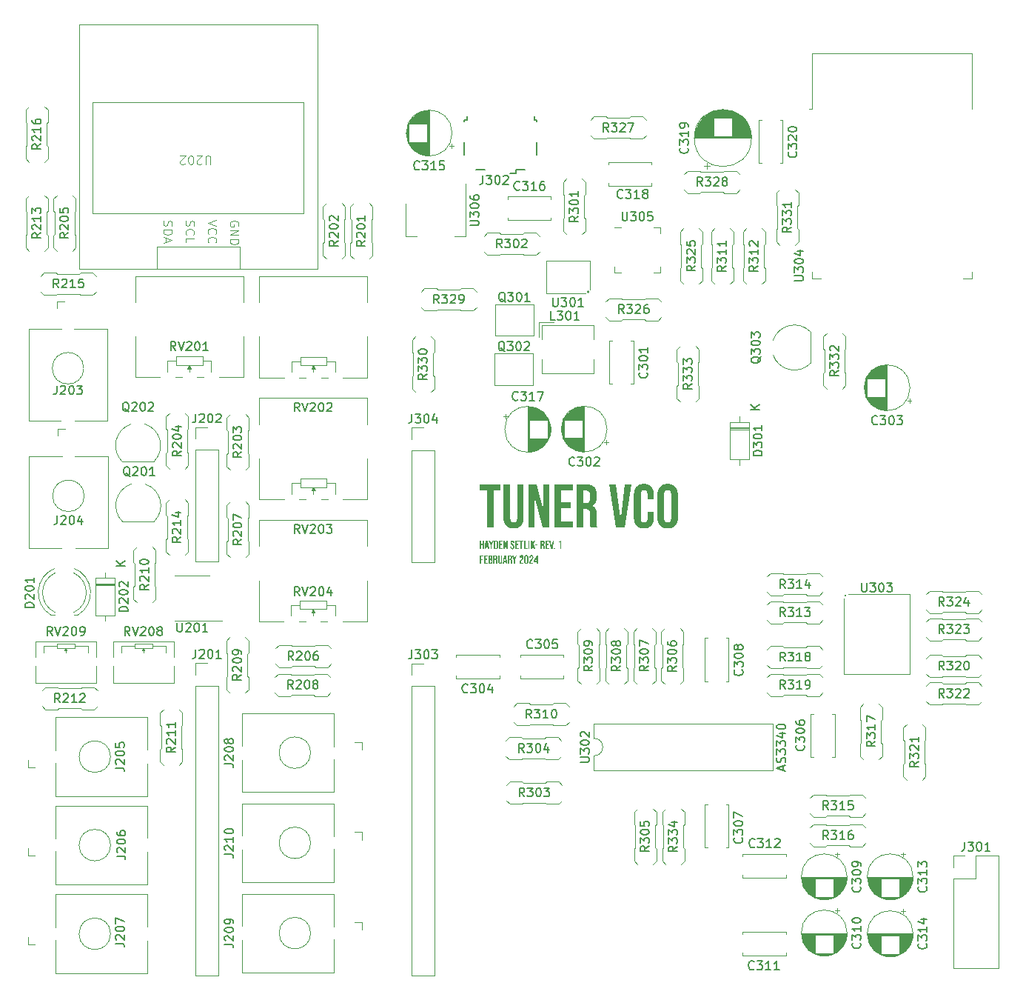
<source format=gbr>
%TF.GenerationSoftware,KiCad,Pcbnew,7.0.7*%
%TF.CreationDate,2024-02-11T13:34:09-07:00*%
%TF.ProjectId,TunerVCO,54756e65-7256-4434-9f2e-6b696361645f,rev?*%
%TF.SameCoordinates,Original*%
%TF.FileFunction,Legend,Top*%
%TF.FilePolarity,Positive*%
%FSLAX46Y46*%
G04 Gerber Fmt 4.6, Leading zero omitted, Abs format (unit mm)*
G04 Created by KiCad (PCBNEW 7.0.7) date 2024-02-11 13:34:09*
%MOMM*%
%LPD*%
G01*
G04 APERTURE LIST*
%ADD10C,0.150000*%
%ADD11C,0.100000*%
%ADD12C,0.120000*%
%ADD13C,0.200000*%
G04 APERTURE END LIST*
D10*
G36*
X52508397Y49348000D02*
G01*
X52662270Y49348000D01*
X52662270Y49786171D01*
X52827622Y49786171D01*
X52827622Y49348000D01*
X52981495Y49348000D01*
X52981495Y50332787D01*
X52827622Y50332787D01*
X52827622Y49926367D01*
X52662270Y49926367D01*
X52662270Y50332787D01*
X52508397Y50332787D01*
X52508397Y49348000D01*
G37*
G36*
X53582577Y49348000D02*
G01*
X53428704Y49348000D01*
X53400616Y49545836D01*
X53400616Y49543150D01*
X53225738Y49543150D01*
X53197650Y49348000D01*
X53054768Y49348000D01*
X53108013Y49676262D01*
X53243812Y49676262D01*
X53382542Y49676262D01*
X53313909Y50161817D01*
X53310979Y50161817D01*
X53243812Y49676262D01*
X53108013Y49676262D01*
X53214503Y50332787D01*
X53423086Y50332787D01*
X53582577Y49348000D01*
G37*
G36*
X53733274Y49348000D02*
G01*
X53887147Y49348000D01*
X53887147Y49767120D01*
X54073260Y50332787D01*
X53923540Y50332787D01*
X53818515Y49971063D01*
X53815829Y49971063D01*
X53710804Y50332787D01*
X53546917Y50332787D01*
X53733274Y49767120D01*
X53733274Y49348000D01*
G37*
G36*
X54392272Y50332537D02*
G01*
X54406011Y50331788D01*
X54419294Y50330544D01*
X54432119Y50328806D01*
X54444488Y50326577D01*
X54456402Y50323859D01*
X54467860Y50320656D01*
X54478864Y50316968D01*
X54489413Y50312800D01*
X54499508Y50308152D01*
X54509150Y50303029D01*
X54518339Y50297431D01*
X54527075Y50291362D01*
X54535359Y50284824D01*
X54543191Y50277820D01*
X54550572Y50270352D01*
X54557502Y50262422D01*
X54563982Y50254034D01*
X54570012Y50245188D01*
X54575593Y50235889D01*
X54580724Y50226137D01*
X54585407Y50215937D01*
X54589642Y50205290D01*
X54593429Y50194198D01*
X54596769Y50182664D01*
X54599662Y50170692D01*
X54602109Y50158282D01*
X54604110Y50145438D01*
X54605665Y50132161D01*
X54606776Y50118456D01*
X54607442Y50104323D01*
X54607664Y50089765D01*
X54607664Y49590777D01*
X54607442Y49576220D01*
X54606776Y49562089D01*
X54605665Y49548387D01*
X54604110Y49535115D01*
X54602109Y49522276D01*
X54599662Y49509873D01*
X54596769Y49497907D01*
X54593429Y49486382D01*
X54589642Y49475299D01*
X54585407Y49464662D01*
X54580724Y49454471D01*
X54575593Y49444731D01*
X54570012Y49435442D01*
X54563982Y49426608D01*
X54557502Y49418230D01*
X54550572Y49410312D01*
X54543191Y49402855D01*
X54535359Y49395862D01*
X54527075Y49389336D01*
X54518339Y49383278D01*
X54509150Y49377691D01*
X54499508Y49372577D01*
X54489413Y49367940D01*
X54478864Y49363780D01*
X54467860Y49360101D01*
X54456402Y49356904D01*
X54444488Y49354193D01*
X54432119Y49351970D01*
X54419294Y49350236D01*
X54406011Y49348995D01*
X54392272Y49348249D01*
X54378076Y49348000D01*
X54142870Y49348000D01*
X54142870Y50192591D01*
X54296743Y50192591D01*
X54296743Y49487951D01*
X54375145Y49487951D01*
X54388423Y49488637D01*
X54400610Y49490758D01*
X54411660Y49494413D01*
X54421526Y49499697D01*
X54430159Y49506707D01*
X54437514Y49515540D01*
X54443544Y49526291D01*
X54448200Y49539058D01*
X54450518Y49548738D01*
X54452191Y49559384D01*
X54453205Y49571027D01*
X54453547Y49583694D01*
X54453547Y50096848D01*
X54453205Y50109556D01*
X54452191Y50121228D01*
X54450518Y50131895D01*
X54448200Y50141586D01*
X54443544Y50154359D01*
X54437514Y50165104D01*
X54430159Y50173920D01*
X54421526Y50180909D01*
X54411660Y50186170D01*
X54400610Y50189804D01*
X54388423Y50191911D01*
X54375145Y50192591D01*
X54296743Y50192591D01*
X54142870Y50192591D01*
X54142870Y50332787D01*
X54378076Y50332787D01*
X54392272Y50332537D01*
G37*
G36*
X54710490Y49348000D02*
G01*
X55130344Y49348000D01*
X55130344Y49487951D01*
X54864363Y49487951D01*
X54864363Y49786171D01*
X55075877Y49786171D01*
X55075877Y49926367D01*
X54864363Y49926367D01*
X54864363Y50192591D01*
X55130344Y50192591D01*
X55130344Y50332787D01*
X54710490Y50332787D01*
X54710490Y49348000D01*
G37*
G36*
X55218515Y49348000D02*
G01*
X55355535Y49348000D01*
X55355535Y50066806D01*
X55358466Y50066806D01*
X55543114Y49348000D01*
X55701383Y49348000D01*
X55701383Y50332787D01*
X55564119Y50332787D01*
X55564119Y49743184D01*
X55561432Y49743184D01*
X55411711Y50332787D01*
X55218515Y50332787D01*
X55218515Y49348000D01*
G37*
G36*
X56240183Y49332368D02*
G01*
X56254152Y49332629D01*
X56267709Y49333411D01*
X56280853Y49334710D01*
X56293581Y49336523D01*
X56305892Y49338847D01*
X56317782Y49341679D01*
X56329251Y49345014D01*
X56340296Y49348851D01*
X56350915Y49353185D01*
X56361105Y49358013D01*
X56370865Y49363333D01*
X56380193Y49369140D01*
X56389086Y49375432D01*
X56397543Y49382206D01*
X56405560Y49389458D01*
X56413137Y49397184D01*
X56420272Y49405382D01*
X56426961Y49414048D01*
X56433203Y49423179D01*
X56438995Y49432772D01*
X56444337Y49442824D01*
X56449225Y49453330D01*
X56453657Y49464289D01*
X56457632Y49475697D01*
X56461147Y49487549D01*
X56464200Y49499844D01*
X56466789Y49512578D01*
X56468912Y49525748D01*
X56470567Y49539350D01*
X56471752Y49553381D01*
X56472464Y49567837D01*
X56472702Y49582717D01*
X56472582Y49594131D01*
X56472215Y49605302D01*
X56471594Y49616245D01*
X56470708Y49626973D01*
X56469550Y49637503D01*
X56468111Y49647848D01*
X56466381Y49658022D01*
X56464352Y49668042D01*
X56462016Y49677920D01*
X56459363Y49687672D01*
X56456385Y49697312D01*
X56453073Y49706854D01*
X56449418Y49716314D01*
X56445412Y49725706D01*
X56441046Y49735045D01*
X56436310Y49744345D01*
X56431197Y49753620D01*
X56425697Y49762885D01*
X56419801Y49772156D01*
X56413502Y49781446D01*
X56406790Y49790769D01*
X56399656Y49800142D01*
X56392091Y49809577D01*
X56384088Y49819091D01*
X56375636Y49828696D01*
X56366728Y49838408D01*
X56357355Y49848242D01*
X56347507Y49858212D01*
X56337176Y49868333D01*
X56326353Y49878619D01*
X56315030Y49889084D01*
X56303198Y49899744D01*
X56293942Y49907995D01*
X56285082Y49916041D01*
X56276613Y49923892D01*
X56268527Y49931557D01*
X56260818Y49939048D01*
X56253478Y49946376D01*
X56246502Y49953549D01*
X56233611Y49967477D01*
X56222091Y49980916D01*
X56211889Y49993949D01*
X56202949Y50006660D01*
X56195219Y50019131D01*
X56188644Y50031447D01*
X56183170Y50043690D01*
X56178743Y50055944D01*
X56175309Y50068292D01*
X56172814Y50080818D01*
X56171204Y50093605D01*
X56170424Y50106736D01*
X56170330Y50113457D01*
X56170654Y50125710D01*
X56171622Y50137023D01*
X56173223Y50147416D01*
X56176790Y50161325D01*
X56181728Y50173280D01*
X56188004Y50183351D01*
X56195586Y50191609D01*
X56204440Y50198123D01*
X56214534Y50202964D01*
X56225835Y50206201D01*
X56238312Y50207905D01*
X56247266Y50208223D01*
X56260508Y50207500D01*
X56272596Y50205277D01*
X56283499Y50201467D01*
X56293183Y50195987D01*
X56301617Y50188752D01*
X56308766Y50179678D01*
X56314600Y50168679D01*
X56319085Y50155672D01*
X56321309Y50145844D01*
X56322910Y50135060D01*
X56323878Y50123295D01*
X56324203Y50110526D01*
X56324203Y50061189D01*
X56469771Y50061189D01*
X56469771Y50101977D01*
X56469554Y50116480D01*
X56468904Y50130585D01*
X56467818Y50144289D01*
X56466298Y50157586D01*
X56464344Y50170474D01*
X56461953Y50182947D01*
X56459127Y50195002D01*
X56455865Y50206635D01*
X56452166Y50217842D01*
X56448030Y50228617D01*
X56443458Y50238958D01*
X56438447Y50248861D01*
X56432999Y50258320D01*
X56427112Y50267332D01*
X56420787Y50275893D01*
X56414023Y50283999D01*
X56406819Y50291646D01*
X56399176Y50298829D01*
X56391093Y50305544D01*
X56382569Y50311787D01*
X56373604Y50317555D01*
X56364199Y50322843D01*
X56354352Y50327647D01*
X56344063Y50331962D01*
X56333331Y50335786D01*
X56322158Y50339112D01*
X56310541Y50341939D01*
X56298481Y50344260D01*
X56285977Y50346073D01*
X56273029Y50347373D01*
X56259637Y50348156D01*
X56245801Y50348418D01*
X56231969Y50348156D01*
X56218549Y50347374D01*
X56205542Y50346074D01*
X56192949Y50344263D01*
X56180773Y50341944D01*
X56169016Y50339122D01*
X56157679Y50335801D01*
X56146764Y50331985D01*
X56136273Y50327679D01*
X56126208Y50322888D01*
X56116570Y50317615D01*
X56107362Y50311865D01*
X56098585Y50305642D01*
X56090242Y50298951D01*
X56082333Y50291797D01*
X56074861Y50284182D01*
X56067828Y50276113D01*
X56061235Y50267593D01*
X56055085Y50258627D01*
X56049378Y50249218D01*
X56044118Y50239373D01*
X56039305Y50229094D01*
X56034942Y50218386D01*
X56031031Y50207253D01*
X56027573Y50195701D01*
X56024570Y50183733D01*
X56022024Y50171354D01*
X56019937Y50158568D01*
X56018310Y50145379D01*
X56017146Y50131793D01*
X56016446Y50117812D01*
X56016212Y50103443D01*
X56016337Y50092933D01*
X56016716Y50082601D01*
X56017357Y50072433D01*
X56018269Y50062418D01*
X56019460Y50052544D01*
X56020938Y50042798D01*
X56022711Y50033169D01*
X56027176Y50014211D01*
X56032920Y49995575D01*
X56036292Y49986346D01*
X56040009Y49977162D01*
X56044078Y49968010D01*
X56048508Y49958877D01*
X56053307Y49949753D01*
X56058483Y49940624D01*
X56064044Y49931479D01*
X56069998Y49922305D01*
X56076355Y49913091D01*
X56083121Y49903824D01*
X56090305Y49894492D01*
X56097915Y49885084D01*
X56105960Y49875587D01*
X56114447Y49865989D01*
X56123386Y49856278D01*
X56132783Y49846442D01*
X56142647Y49836469D01*
X56152986Y49826347D01*
X56163809Y49816063D01*
X56175124Y49805606D01*
X56186938Y49794964D01*
X56196191Y49786712D01*
X56205040Y49778662D01*
X56213493Y49770802D01*
X56221556Y49763121D01*
X56229238Y49755606D01*
X56236545Y49748245D01*
X56243484Y49741027D01*
X56256289Y49726966D01*
X56267711Y49713328D01*
X56277806Y49700015D01*
X56286633Y49686931D01*
X56294249Y49673979D01*
X56300711Y49661060D01*
X56306078Y49648080D01*
X56310407Y49634940D01*
X56313756Y49621543D01*
X56316181Y49607794D01*
X56317741Y49593594D01*
X56318494Y49578847D01*
X56318585Y49571237D01*
X56318227Y49558011D01*
X56317167Y49545880D01*
X56315423Y49534809D01*
X56313013Y49524766D01*
X56308192Y49511557D01*
X56301977Y49500473D01*
X56294433Y49491403D01*
X56285622Y49484233D01*
X56275606Y49478852D01*
X56264449Y49475148D01*
X56252213Y49473008D01*
X56238962Y49472319D01*
X56225648Y49473005D01*
X56213361Y49475130D01*
X56202164Y49478793D01*
X56192117Y49484091D01*
X56183283Y49491126D01*
X56175723Y49499995D01*
X56169498Y49510798D01*
X56164670Y49523633D01*
X56162258Y49533368D01*
X56160513Y49544080D01*
X56159452Y49555798D01*
X56159094Y49568551D01*
X56159094Y49634741D01*
X56013526Y49634741D01*
X56013526Y49578565D01*
X56013747Y49564063D01*
X56014410Y49549959D01*
X56015516Y49536259D01*
X56017064Y49522966D01*
X56019054Y49510084D01*
X56021487Y49497617D01*
X56024362Y49485569D01*
X56027680Y49473945D01*
X56031441Y49462747D01*
X56035644Y49451981D01*
X56040289Y49441650D01*
X56045378Y49431759D01*
X56050909Y49422310D01*
X56056883Y49413309D01*
X56063300Y49404759D01*
X56070159Y49396665D01*
X56077462Y49389030D01*
X56085208Y49381858D01*
X56093396Y49375154D01*
X56102028Y49368921D01*
X56111103Y49363164D01*
X56120621Y49357886D01*
X56130582Y49353092D01*
X56140986Y49348786D01*
X56151834Y49344971D01*
X56163125Y49341651D01*
X56174859Y49338831D01*
X56187037Y49336515D01*
X56199658Y49334707D01*
X56212723Y49333410D01*
X56226231Y49332629D01*
X56240183Y49332368D01*
G37*
G36*
X56560874Y49348000D02*
G01*
X56980727Y49348000D01*
X56980727Y49487951D01*
X56714747Y49487951D01*
X56714747Y49786171D01*
X56926261Y49786171D01*
X56926261Y49926367D01*
X56714747Y49926367D01*
X56714747Y50192591D01*
X56980727Y50192591D01*
X56980727Y50332787D01*
X56560874Y50332787D01*
X56560874Y49348000D01*
G37*
G36*
X57189311Y49348000D02*
G01*
X57343184Y49348000D01*
X57343184Y50192591D01*
X57504140Y50192591D01*
X57504140Y50332787D01*
X57028110Y50332787D01*
X57028110Y50192591D01*
X57189311Y50192591D01*
X57189311Y49348000D01*
G37*
G36*
X57577901Y49348000D02*
G01*
X57985298Y49348000D01*
X57985298Y49487951D01*
X57731774Y49487951D01*
X57731774Y50332787D01*
X57577901Y50332787D01*
X57577901Y49348000D01*
G37*
G36*
X58059548Y49348000D02*
G01*
X58213421Y49348000D01*
X58213421Y50332787D01*
X58059548Y50332787D01*
X58059548Y49348000D01*
G37*
G36*
X58328215Y49348000D02*
G01*
X58482088Y49348000D01*
X58482088Y49661607D01*
X58543637Y49786904D01*
X58673819Y49348000D01*
X58835019Y49348000D01*
X58648662Y49971063D01*
X58832088Y50332787D01*
X58678215Y50332787D01*
X58482088Y49917574D01*
X58482088Y50332787D01*
X58328215Y50332787D01*
X58328215Y49348000D01*
G37*
G36*
X58836240Y49770051D02*
G01*
X59144230Y49770051D01*
X59144230Y49910002D01*
X58836240Y49910002D01*
X58836240Y49770051D01*
G37*
G36*
X59703335Y50332569D02*
G01*
X59717493Y50331916D01*
X59731127Y50330826D01*
X59744241Y50329300D01*
X59756839Y50327335D01*
X59768925Y50324933D01*
X59780503Y50322092D01*
X59791577Y50318811D01*
X59802151Y50315091D01*
X59812230Y50310929D01*
X59821817Y50306327D01*
X59830916Y50301282D01*
X59839532Y50295795D01*
X59847668Y50289865D01*
X59855329Y50283490D01*
X59862518Y50276672D01*
X59869240Y50269408D01*
X59875499Y50261699D01*
X59881299Y50253543D01*
X59886644Y50244940D01*
X59891538Y50235890D01*
X59895985Y50226392D01*
X59899989Y50216444D01*
X59903555Y50206048D01*
X59906685Y50195201D01*
X59909386Y50183903D01*
X59911659Y50172154D01*
X59913510Y50159953D01*
X59914943Y50147300D01*
X59915961Y50134193D01*
X59916569Y50120633D01*
X59916771Y50106618D01*
X59916771Y50046046D01*
X59916392Y50027427D01*
X59915252Y50009672D01*
X59913345Y49992782D01*
X59910665Y49976757D01*
X59907206Y49961596D01*
X59902963Y49947299D01*
X59897931Y49933867D01*
X59892102Y49921299D01*
X59885472Y49909595D01*
X59878035Y49898756D01*
X59869785Y49888781D01*
X59860717Y49879670D01*
X59850824Y49871424D01*
X59840101Y49864043D01*
X59828543Y49857525D01*
X59816143Y49851872D01*
X59816143Y49848942D01*
X59823204Y49846576D01*
X59836438Y49840987D01*
X59848516Y49834265D01*
X59859478Y49826429D01*
X59869362Y49817494D01*
X59878209Y49807476D01*
X59886057Y49796393D01*
X59892945Y49784261D01*
X59898911Y49771095D01*
X59903995Y49756913D01*
X59908237Y49741731D01*
X59911674Y49725566D01*
X59914346Y49708433D01*
X59916292Y49690350D01*
X59917551Y49671332D01*
X59917935Y49661479D01*
X59918162Y49651397D01*
X59918236Y49641091D01*
X59918236Y49467678D01*
X59918256Y49458848D01*
X59918391Y49446115D01*
X59918705Y49433935D01*
X59919262Y49422238D01*
X59920121Y49410954D01*
X59921344Y49400013D01*
X59922995Y49389344D01*
X59925132Y49378879D01*
X59927820Y49368546D01*
X59931118Y49358277D01*
X59935089Y49348000D01*
X59778285Y49348000D01*
X59776717Y49352623D01*
X59773124Y49363919D01*
X59770617Y49373582D01*
X59768472Y49384745D01*
X59767120Y49394625D01*
X59766001Y49406205D01*
X59765130Y49419853D01*
X59764694Y49430281D01*
X59764377Y49441899D01*
X59764184Y49454818D01*
X59764119Y49469144D01*
X59764119Y49649395D01*
X59763805Y49665849D01*
X59762848Y49680897D01*
X59761222Y49694586D01*
X59758902Y49706964D01*
X59755862Y49718078D01*
X59752076Y49727976D01*
X59744945Y49740647D01*
X59735994Y49750849D01*
X59725137Y49758744D01*
X59712290Y49764491D01*
X59702576Y49767209D01*
X59691914Y49769091D01*
X59680278Y49770185D01*
X59667643Y49770540D01*
X59614398Y49770540D01*
X59614398Y49348000D01*
X59460525Y49348000D01*
X59460525Y50192591D01*
X59614398Y50192591D01*
X59614398Y49910735D01*
X59670330Y49910735D01*
X59680828Y49911037D01*
X59690786Y49911971D01*
X59704670Y49914648D01*
X59717233Y49918985D01*
X59728410Y49925123D01*
X59738137Y49933205D01*
X59746352Y49943374D01*
X59752989Y49955772D01*
X59756505Y49965346D01*
X59759274Y49976016D01*
X59761274Y49987825D01*
X59762489Y50000814D01*
X59762898Y50015027D01*
X59762898Y50091230D01*
X59762827Y50097710D01*
X59762261Y50109984D01*
X59761119Y50121355D01*
X59759392Y50131834D01*
X59757071Y50141435D01*
X59752452Y50154214D01*
X59746440Y50165083D01*
X59739004Y50174084D01*
X59730109Y50181258D01*
X59719724Y50186645D01*
X59707816Y50190288D01*
X59694352Y50192226D01*
X59684496Y50192591D01*
X59614398Y50192591D01*
X59460525Y50192591D01*
X59460525Y50332787D01*
X59688648Y50332787D01*
X59703335Y50332569D01*
G37*
G36*
X60024237Y49348000D02*
G01*
X60444091Y49348000D01*
X60444091Y49487951D01*
X60178110Y49487951D01*
X60178110Y49786171D01*
X60389625Y49786171D01*
X60389625Y49926367D01*
X60178110Y49926367D01*
X60178110Y50192591D01*
X60444091Y50192591D01*
X60444091Y50332787D01*
X60024237Y50332787D01*
X60024237Y49348000D01*
G37*
G36*
X60639974Y49348000D02*
G01*
X60844405Y49348000D01*
X60992660Y50332787D01*
X60851488Y50332787D01*
X60750616Y49568795D01*
X60747685Y49568795D01*
X60647057Y50332787D01*
X60491474Y50332787D01*
X60639974Y49348000D01*
G37*
G36*
X60992416Y49348000D02*
G01*
X61140672Y49348000D01*
X61140672Y49496255D01*
X60992416Y49496255D01*
X60992416Y49348000D01*
G37*
G36*
X61694370Y49348000D02*
G01*
X61848487Y49348000D01*
X61848487Y50332787D01*
X61744928Y50332787D01*
X61738187Y50315443D01*
X61731081Y50299644D01*
X61723504Y50285330D01*
X61715348Y50272443D01*
X61706507Y50260925D01*
X61696873Y50250715D01*
X61686340Y50241757D01*
X61674800Y50233990D01*
X61662147Y50227357D01*
X61648274Y50221799D01*
X61633073Y50217257D01*
X61616438Y50213672D01*
X61598261Y50210987D01*
X61578436Y50209141D01*
X61567872Y50208514D01*
X61556856Y50208076D01*
X61545375Y50207819D01*
X61533414Y50207734D01*
X61533414Y50098314D01*
X61694370Y50098314D01*
X61694370Y49348000D01*
G37*
G36*
X52508397Y47668000D02*
G01*
X52662270Y47668000D01*
X52662270Y48090540D01*
X52861083Y48090540D01*
X52861083Y48230735D01*
X52662270Y48230735D01*
X52662270Y48512591D01*
X52915794Y48512591D01*
X52915794Y48652787D01*
X52508397Y48652787D01*
X52508397Y47668000D01*
G37*
G36*
X52990043Y47668000D02*
G01*
X53409897Y47668000D01*
X53409897Y47807951D01*
X53143916Y47807951D01*
X53143916Y48106171D01*
X53355431Y48106171D01*
X53355431Y48246367D01*
X53143916Y48246367D01*
X53143916Y48512591D01*
X53409897Y48512591D01*
X53409897Y48652787D01*
X52990043Y48652787D01*
X52990043Y47668000D01*
G37*
G36*
X53745052Y48652569D02*
G01*
X53759229Y48651915D01*
X53772879Y48650825D01*
X53786007Y48649296D01*
X53798616Y48647329D01*
X53810711Y48644922D01*
X53822297Y48642074D01*
X53833376Y48638785D01*
X53843954Y48635053D01*
X53854034Y48630877D01*
X53863621Y48626257D01*
X53872719Y48621192D01*
X53881332Y48615680D01*
X53889465Y48609722D01*
X53897121Y48603314D01*
X53904306Y48596458D01*
X53911022Y48589152D01*
X53917274Y48581394D01*
X53923067Y48573185D01*
X53928404Y48564523D01*
X53933291Y48555407D01*
X53937730Y48545836D01*
X53941727Y48535809D01*
X53945285Y48525326D01*
X53948409Y48514385D01*
X53951102Y48502986D01*
X53953370Y48491127D01*
X53955216Y48478808D01*
X53956644Y48466027D01*
X53957659Y48452785D01*
X53958265Y48439078D01*
X53958466Y48424908D01*
X53958466Y48384364D01*
X53958104Y48365409D01*
X53957010Y48347377D01*
X53955174Y48330261D01*
X53952585Y48314056D01*
X53949234Y48298757D01*
X53945110Y48284359D01*
X53940202Y48270856D01*
X53934500Y48258243D01*
X53927994Y48246514D01*
X53920673Y48235664D01*
X53912527Y48225688D01*
X53903546Y48216580D01*
X53893719Y48208336D01*
X53883036Y48200948D01*
X53871486Y48194413D01*
X53859060Y48188725D01*
X53859060Y48186039D01*
X53873996Y48180255D01*
X53887775Y48173450D01*
X53900422Y48165646D01*
X53911965Y48156863D01*
X53922430Y48147123D01*
X53931844Y48136446D01*
X53940235Y48124855D01*
X53947628Y48112369D01*
X53954051Y48099010D01*
X53959531Y48084799D01*
X53964094Y48069758D01*
X53967767Y48053907D01*
X53970577Y48037267D01*
X53972551Y48019860D01*
X53973716Y48001707D01*
X53974098Y47982829D01*
X53974098Y47899542D01*
X53973864Y47885640D01*
X53973163Y47872147D01*
X53971997Y47859065D01*
X53970365Y47846396D01*
X53968270Y47834142D01*
X53965711Y47822305D01*
X53962691Y47810887D01*
X53959211Y47799891D01*
X53955270Y47789318D01*
X53950871Y47779171D01*
X53946014Y47769452D01*
X53940700Y47760163D01*
X53934931Y47751306D01*
X53928707Y47742884D01*
X53922030Y47734898D01*
X53914900Y47727351D01*
X53907318Y47720244D01*
X53899286Y47713580D01*
X53890805Y47707362D01*
X53881875Y47701591D01*
X53872497Y47696269D01*
X53862674Y47691398D01*
X53852405Y47686981D01*
X53841692Y47683020D01*
X53830535Y47679517D01*
X53818936Y47676475D01*
X53806896Y47673894D01*
X53794416Y47671778D01*
X53781496Y47670128D01*
X53768139Y47668947D01*
X53754344Y47668237D01*
X53740113Y47668000D01*
X53498069Y47668000D01*
X53498069Y48106171D01*
X53651942Y48106171D01*
X53651942Y47807951D01*
X53740113Y47807951D01*
X53754048Y47808590D01*
X53766712Y47810591D01*
X53778082Y47814080D01*
X53788138Y47819182D01*
X53796858Y47826023D01*
X53804220Y47834728D01*
X53810202Y47845423D01*
X53814783Y47858234D01*
X53817047Y47868012D01*
X53818673Y47878823D01*
X53819653Y47890705D01*
X53819981Y47903694D01*
X53819981Y47988202D01*
X53819634Y48004419D01*
X53818584Y48019217D01*
X53816814Y48032646D01*
X53814306Y48044759D01*
X53811044Y48055607D01*
X53807011Y48065241D01*
X53799478Y48077530D01*
X53790117Y48087378D01*
X53778869Y48094959D01*
X53765679Y48100447D01*
X53755778Y48103028D01*
X53744971Y48104809D01*
X53733242Y48105839D01*
X53720574Y48106171D01*
X53651942Y48106171D01*
X53498069Y48106171D01*
X53498069Y48512591D01*
X53651942Y48512591D01*
X53651942Y48246367D01*
X53712270Y48246367D01*
X53722765Y48246677D01*
X53732716Y48247636D01*
X53746580Y48250385D01*
X53759116Y48254831D01*
X53770262Y48261117D01*
X53779955Y48269386D01*
X53788136Y48279781D01*
X53794741Y48292443D01*
X53798239Y48302214D01*
X53800992Y48313099D01*
X53802980Y48325140D01*
X53804187Y48338378D01*
X53804593Y48352856D01*
X53804593Y48409032D01*
X53804523Y48415647D01*
X53803957Y48428179D01*
X53802815Y48439790D01*
X53801088Y48450493D01*
X53798767Y48460299D01*
X53794148Y48473355D01*
X53788136Y48484463D01*
X53780699Y48493664D01*
X53771805Y48500998D01*
X53761420Y48506508D01*
X53749511Y48510234D01*
X53736048Y48512217D01*
X53726191Y48512591D01*
X53651942Y48512591D01*
X53498069Y48512591D01*
X53498069Y48652787D01*
X53730344Y48652787D01*
X53745052Y48652569D01*
G37*
G36*
X54306545Y48652569D02*
G01*
X54320703Y48651916D01*
X54334337Y48650826D01*
X54347451Y48649300D01*
X54360049Y48647335D01*
X54372135Y48644933D01*
X54383713Y48642092D01*
X54394787Y48638811D01*
X54405361Y48635091D01*
X54415440Y48630929D01*
X54425027Y48626327D01*
X54434126Y48621282D01*
X54442742Y48615795D01*
X54450878Y48609865D01*
X54458539Y48603490D01*
X54465728Y48596672D01*
X54472450Y48589408D01*
X54478710Y48581699D01*
X54484509Y48573543D01*
X54489854Y48564940D01*
X54494748Y48555890D01*
X54499195Y48546392D01*
X54503199Y48536444D01*
X54506765Y48526048D01*
X54509896Y48515201D01*
X54512596Y48503903D01*
X54514869Y48492154D01*
X54516720Y48479953D01*
X54518153Y48467300D01*
X54519171Y48454193D01*
X54519779Y48440633D01*
X54519981Y48426618D01*
X54519981Y48366046D01*
X54519602Y48347427D01*
X54518462Y48329672D01*
X54516555Y48312782D01*
X54513875Y48296757D01*
X54510416Y48281596D01*
X54506173Y48267299D01*
X54501141Y48253867D01*
X54495312Y48241299D01*
X54488682Y48229595D01*
X54481245Y48218756D01*
X54472995Y48208781D01*
X54463927Y48199670D01*
X54454034Y48191424D01*
X54443311Y48184043D01*
X54431753Y48177525D01*
X54419353Y48171872D01*
X54419353Y48168942D01*
X54426415Y48166576D01*
X54439648Y48160987D01*
X54451726Y48154265D01*
X54462688Y48146429D01*
X54472573Y48137494D01*
X54481419Y48127476D01*
X54489267Y48116393D01*
X54496155Y48104261D01*
X54502121Y48091095D01*
X54507205Y48076913D01*
X54511447Y48061731D01*
X54514884Y48045566D01*
X54517556Y48028433D01*
X54519502Y48010350D01*
X54520761Y47991332D01*
X54521145Y47981479D01*
X54521372Y47971397D01*
X54521446Y47961091D01*
X54521446Y47787678D01*
X54521466Y47778848D01*
X54521601Y47766115D01*
X54521916Y47753935D01*
X54522472Y47742238D01*
X54523331Y47730954D01*
X54524555Y47720013D01*
X54526205Y47709344D01*
X54528342Y47698879D01*
X54531030Y47688546D01*
X54534328Y47678277D01*
X54538299Y47668000D01*
X54381495Y47668000D01*
X54379927Y47672623D01*
X54376334Y47683919D01*
X54373827Y47693582D01*
X54371682Y47704745D01*
X54370330Y47714625D01*
X54369211Y47726205D01*
X54368340Y47739853D01*
X54367904Y47750281D01*
X54367587Y47761899D01*
X54367394Y47774818D01*
X54367329Y47789144D01*
X54367329Y47969395D01*
X54367016Y47985849D01*
X54366059Y48000897D01*
X54364432Y48014586D01*
X54362112Y48026964D01*
X54359072Y48038078D01*
X54355286Y48047976D01*
X54348155Y48060647D01*
X54339204Y48070849D01*
X54328347Y48078744D01*
X54315500Y48084491D01*
X54305786Y48087209D01*
X54295124Y48089091D01*
X54283488Y48090185D01*
X54270853Y48090540D01*
X54217608Y48090540D01*
X54217608Y47668000D01*
X54063735Y47668000D01*
X54063735Y48512591D01*
X54217608Y48512591D01*
X54217608Y48230735D01*
X54273540Y48230735D01*
X54284038Y48231037D01*
X54293996Y48231971D01*
X54307880Y48234648D01*
X54320443Y48238985D01*
X54331620Y48245123D01*
X54341348Y48253205D01*
X54349562Y48263374D01*
X54356199Y48275772D01*
X54359715Y48285346D01*
X54362484Y48296016D01*
X54364484Y48307825D01*
X54365699Y48320814D01*
X54366108Y48335027D01*
X54366108Y48411230D01*
X54366037Y48417710D01*
X54365471Y48429984D01*
X54364329Y48441355D01*
X54362603Y48451834D01*
X54360281Y48461435D01*
X54355662Y48474214D01*
X54349650Y48485083D01*
X54342214Y48494084D01*
X54333319Y48501258D01*
X54322934Y48506645D01*
X54311026Y48510288D01*
X54297562Y48512226D01*
X54287706Y48512591D01*
X54217608Y48512591D01*
X54063735Y48512591D01*
X54063735Y48652787D01*
X54291858Y48652787D01*
X54306545Y48652569D01*
G37*
G36*
X54851418Y47652368D02*
G01*
X54865379Y47652629D01*
X54878911Y47653410D01*
X54892016Y47654708D01*
X54904690Y47656517D01*
X54916934Y47658835D01*
X54928747Y47661658D01*
X54940127Y47664981D01*
X54951073Y47668801D01*
X54961585Y47673114D01*
X54971660Y47677916D01*
X54981299Y47683204D01*
X54990501Y47688973D01*
X54999263Y47695220D01*
X55007586Y47701940D01*
X55015467Y47709130D01*
X55022907Y47716787D01*
X55029904Y47724906D01*
X55036457Y47733483D01*
X55042565Y47742515D01*
X55048227Y47751997D01*
X55053442Y47761926D01*
X55058209Y47772299D01*
X55062526Y47783110D01*
X55066394Y47794357D01*
X55069810Y47806035D01*
X55072775Y47818141D01*
X55075286Y47830671D01*
X55077342Y47843621D01*
X55078944Y47856986D01*
X55080089Y47870764D01*
X55080777Y47884951D01*
X55081006Y47899542D01*
X55081006Y48652787D01*
X54932507Y48652787D01*
X54932507Y47888062D01*
X54932166Y47875395D01*
X54931152Y47863753D01*
X54929478Y47853106D01*
X54927160Y47843427D01*
X54922504Y47830660D01*
X54916475Y47819908D01*
X54909120Y47811076D01*
X54900486Y47804066D01*
X54890620Y47798782D01*
X54879570Y47795127D01*
X54867383Y47793005D01*
X54854105Y47792319D01*
X54840883Y47793005D01*
X54828730Y47795127D01*
X54817696Y47798782D01*
X54807831Y47804066D01*
X54799187Y47811076D01*
X54791814Y47819908D01*
X54785763Y47830660D01*
X54781084Y47843427D01*
X54778752Y47853106D01*
X54777068Y47863753D01*
X54776047Y47875395D01*
X54775703Y47888062D01*
X54775703Y48652787D01*
X54621830Y48652787D01*
X54621830Y47899542D01*
X54622059Y47884951D01*
X54622747Y47870764D01*
X54623893Y47856986D01*
X54625494Y47843621D01*
X54627551Y47830671D01*
X54630062Y47818141D01*
X54633026Y47806035D01*
X54636443Y47794357D01*
X54640310Y47783110D01*
X54644628Y47772299D01*
X54649395Y47761926D01*
X54654610Y47751997D01*
X54660271Y47742515D01*
X54666379Y47733483D01*
X54672932Y47724906D01*
X54679929Y47716787D01*
X54687369Y47709130D01*
X54695251Y47701940D01*
X54703573Y47695220D01*
X54712336Y47688973D01*
X54721537Y47683204D01*
X54731176Y47677916D01*
X54741252Y47673114D01*
X54751763Y47668801D01*
X54762710Y47664981D01*
X54774089Y47661658D01*
X54785902Y47658835D01*
X54798146Y47656517D01*
X54810821Y47654708D01*
X54823925Y47653410D01*
X54837458Y47652629D01*
X54851418Y47652368D01*
G37*
G36*
X55674272Y47668000D02*
G01*
X55520399Y47668000D01*
X55492311Y47865836D01*
X55492311Y47863150D01*
X55317434Y47863150D01*
X55289346Y47668000D01*
X55146464Y47668000D01*
X55199709Y47996262D01*
X55335508Y47996262D01*
X55474237Y47996262D01*
X55405605Y48481817D01*
X55402674Y48481817D01*
X55335508Y47996262D01*
X55199709Y47996262D01*
X55306198Y48652787D01*
X55514782Y48652787D01*
X55674272Y47668000D01*
G37*
G36*
X55990843Y48652569D02*
G01*
X56005002Y48651916D01*
X56018636Y48650826D01*
X56031750Y48649300D01*
X56044348Y48647335D01*
X56056434Y48644933D01*
X56068012Y48642092D01*
X56079086Y48638811D01*
X56089660Y48635091D01*
X56099739Y48630929D01*
X56109325Y48626327D01*
X56118425Y48621282D01*
X56127040Y48615795D01*
X56135177Y48609865D01*
X56142837Y48603490D01*
X56150027Y48596672D01*
X56156749Y48589408D01*
X56163008Y48581699D01*
X56168808Y48573543D01*
X56174153Y48564940D01*
X56179047Y48555890D01*
X56183494Y48546392D01*
X56187498Y48536444D01*
X56191064Y48526048D01*
X56194194Y48515201D01*
X56196894Y48503903D01*
X56199168Y48492154D01*
X56201019Y48479953D01*
X56202451Y48467300D01*
X56203470Y48454193D01*
X56204078Y48440633D01*
X56204279Y48426618D01*
X56204279Y48366046D01*
X56203901Y48347427D01*
X56202760Y48329672D01*
X56200853Y48312782D01*
X56198173Y48296757D01*
X56194715Y48281596D01*
X56190472Y48267299D01*
X56185439Y48253867D01*
X56179611Y48241299D01*
X56172981Y48229595D01*
X56165544Y48218756D01*
X56157294Y48208781D01*
X56148226Y48199670D01*
X56138333Y48191424D01*
X56127610Y48184043D01*
X56116051Y48177525D01*
X56103651Y48171872D01*
X56103651Y48168942D01*
X56110713Y48166576D01*
X56123946Y48160987D01*
X56136024Y48154265D01*
X56146986Y48146429D01*
X56156871Y48137494D01*
X56165718Y48127476D01*
X56173566Y48116393D01*
X56180453Y48104261D01*
X56186420Y48091095D01*
X56191504Y48076913D01*
X56195745Y48061731D01*
X56199183Y48045566D01*
X56201855Y48028433D01*
X56203801Y48010350D01*
X56205060Y47991332D01*
X56205443Y47981479D01*
X56205670Y47971397D01*
X56205745Y47961091D01*
X56205745Y47787678D01*
X56205765Y47778848D01*
X56205900Y47766115D01*
X56206214Y47753935D01*
X56206770Y47742238D01*
X56207629Y47730954D01*
X56208853Y47720013D01*
X56210503Y47709344D01*
X56212641Y47698879D01*
X56215328Y47688546D01*
X56218627Y47678277D01*
X56222598Y47668000D01*
X56065794Y47668000D01*
X56064226Y47672623D01*
X56060633Y47683919D01*
X56058126Y47693582D01*
X56055981Y47704745D01*
X56054628Y47714625D01*
X56053510Y47726205D01*
X56052639Y47739853D01*
X56052202Y47750281D01*
X56051886Y47761899D01*
X56051693Y47774818D01*
X56051628Y47789144D01*
X56051628Y47969395D01*
X56051314Y47985849D01*
X56050357Y48000897D01*
X56048731Y48014586D01*
X56046411Y48026964D01*
X56043370Y48038078D01*
X56039585Y48047976D01*
X56032453Y48060647D01*
X56023502Y48070849D01*
X56012646Y48078744D01*
X55999798Y48084491D01*
X55990085Y48087209D01*
X55979423Y48089091D01*
X55967787Y48090185D01*
X55955152Y48090540D01*
X55901907Y48090540D01*
X55901907Y47668000D01*
X55748034Y47668000D01*
X55748034Y48512591D01*
X55901907Y48512591D01*
X55901907Y48230735D01*
X55957838Y48230735D01*
X55968337Y48231037D01*
X55978295Y48231971D01*
X55992179Y48234648D01*
X56004741Y48238985D01*
X56015919Y48245123D01*
X56025646Y48253205D01*
X56033861Y48263374D01*
X56040497Y48275772D01*
X56044014Y48285346D01*
X56046782Y48296016D01*
X56048783Y48307825D01*
X56049997Y48320814D01*
X56050406Y48335027D01*
X56050406Y48411230D01*
X56050336Y48417710D01*
X56049770Y48429984D01*
X56048628Y48441355D01*
X56046901Y48451834D01*
X56044580Y48461435D01*
X56039961Y48474214D01*
X56033949Y48485083D01*
X56026512Y48494084D01*
X56017618Y48501258D01*
X56007233Y48506645D01*
X55995324Y48510288D01*
X55981861Y48512226D01*
X55972004Y48512591D01*
X55901907Y48512591D01*
X55748034Y48512591D01*
X55748034Y48652787D01*
X55976157Y48652787D01*
X55990843Y48652569D01*
G37*
G36*
X56430692Y47668000D02*
G01*
X56584565Y47668000D01*
X56584565Y48087120D01*
X56770678Y48652787D01*
X56620958Y48652787D01*
X56515933Y48291063D01*
X56513247Y48291063D01*
X56408222Y48652787D01*
X56244335Y48652787D01*
X56430692Y48087120D01*
X56430692Y47668000D01*
G37*
G36*
X57061083Y47668000D02*
G01*
X57506338Y47668000D01*
X57506338Y47807951D01*
X57213735Y47807951D01*
X57213735Y47828956D01*
X57214024Y47841744D01*
X57214934Y47854165D01*
X57216532Y47866320D01*
X57218883Y47878312D01*
X57222055Y47890242D01*
X57226113Y47902213D01*
X57231123Y47914326D01*
X57237152Y47926683D01*
X57244265Y47939387D01*
X57252530Y47952539D01*
X57262012Y47966241D01*
X57272777Y47980596D01*
X57284892Y47995705D01*
X57291476Y48003574D01*
X57298422Y48011670D01*
X57305739Y48020005D01*
X57313434Y48028593D01*
X57321517Y48037445D01*
X57329995Y48046576D01*
X57343090Y48060748D01*
X57355637Y48074649D01*
X57367645Y48088291D01*
X57379123Y48101684D01*
X57390078Y48114839D01*
X57400520Y48127769D01*
X57410457Y48140483D01*
X57419899Y48152993D01*
X57428853Y48165311D01*
X57437328Y48177446D01*
X57445334Y48189412D01*
X57452878Y48201217D01*
X57459970Y48212875D01*
X57466618Y48224395D01*
X57472830Y48235789D01*
X57478616Y48247069D01*
X57483984Y48258244D01*
X57488943Y48269327D01*
X57493502Y48280329D01*
X57497668Y48291260D01*
X57501452Y48302132D01*
X57504860Y48312956D01*
X57507903Y48323743D01*
X57510589Y48334504D01*
X57512927Y48345250D01*
X57514924Y48355993D01*
X57516591Y48366744D01*
X57517935Y48377513D01*
X57518965Y48388312D01*
X57519690Y48399152D01*
X57520119Y48410045D01*
X57520260Y48421000D01*
X57520030Y48435592D01*
X57519342Y48449780D01*
X57518197Y48463562D01*
X57516596Y48476932D01*
X57514539Y48489887D01*
X57512028Y48502423D01*
X57509064Y48514537D01*
X57505647Y48526223D01*
X57501780Y48537479D01*
X57497462Y48548300D01*
X57492695Y48558682D01*
X57487480Y48568622D01*
X57481818Y48578115D01*
X57475710Y48587158D01*
X57469157Y48595747D01*
X57462161Y48603877D01*
X57454721Y48611545D01*
X57446839Y48618747D01*
X57438516Y48625478D01*
X57429754Y48631736D01*
X57420553Y48637516D01*
X57410914Y48642813D01*
X57400838Y48647625D01*
X57390326Y48651947D01*
X57379380Y48655775D01*
X57368000Y48659106D01*
X57356188Y48661935D01*
X57343944Y48664258D01*
X57331269Y48666072D01*
X57318165Y48667373D01*
X57304632Y48668156D01*
X57290672Y48668418D01*
X57276711Y48668156D01*
X57263178Y48667373D01*
X57250074Y48666072D01*
X57237399Y48664258D01*
X57225155Y48661935D01*
X57213343Y48659106D01*
X57201963Y48655775D01*
X57191017Y48651947D01*
X57180505Y48647625D01*
X57170429Y48642813D01*
X57160790Y48637516D01*
X57151589Y48631736D01*
X57142827Y48625478D01*
X57134504Y48618747D01*
X57126622Y48611545D01*
X57119183Y48603877D01*
X57112186Y48595747D01*
X57105633Y48587158D01*
X57099525Y48578115D01*
X57093863Y48568622D01*
X57088648Y48558682D01*
X57083881Y48548300D01*
X57079563Y48537479D01*
X57075696Y48526223D01*
X57072279Y48514537D01*
X57069315Y48502423D01*
X57066804Y48489887D01*
X57064747Y48476932D01*
X57063146Y48463562D01*
X57062001Y48449780D01*
X57061313Y48435592D01*
X57061083Y48421000D01*
X57061083Y48324769D01*
X57206652Y48324769D01*
X57206652Y48430770D01*
X57207010Y48443497D01*
X57208070Y48455223D01*
X57209816Y48465975D01*
X57212228Y48475775D01*
X57217055Y48488748D01*
X57223280Y48499721D01*
X57230841Y48508777D01*
X57239675Y48516000D01*
X57249721Y48521472D01*
X57260919Y48525278D01*
X57273205Y48527501D01*
X57286519Y48528223D01*
X57299833Y48527558D01*
X57312120Y48525428D01*
X57323317Y48521630D01*
X57333364Y48515961D01*
X57342198Y48508219D01*
X57349759Y48498200D01*
X57355983Y48485701D01*
X57359361Y48475891D01*
X57362099Y48464829D01*
X57364180Y48452455D01*
X57365586Y48438708D01*
X57366297Y48423528D01*
X57366387Y48415383D01*
X57365980Y48398344D01*
X57364709Y48381602D01*
X57362502Y48365057D01*
X57359285Y48348609D01*
X57354984Y48332160D01*
X57349527Y48315610D01*
X57342840Y48298860D01*
X57334849Y48281812D01*
X57325482Y48264366D01*
X57320259Y48255463D01*
X57314664Y48246423D01*
X57308689Y48237235D01*
X57302323Y48227884D01*
X57295559Y48218360D01*
X57288386Y48208650D01*
X57280795Y48198741D01*
X57272778Y48188622D01*
X57264325Y48178279D01*
X57255427Y48167700D01*
X57246074Y48156873D01*
X57236259Y48145786D01*
X57225970Y48134425D01*
X57215200Y48122780D01*
X57204659Y48111500D01*
X57194552Y48100410D01*
X57184875Y48089492D01*
X57175620Y48078732D01*
X57166780Y48068112D01*
X57158350Y48057615D01*
X57150323Y48047226D01*
X57142691Y48036928D01*
X57135448Y48026705D01*
X57128588Y48016539D01*
X57122105Y48006415D01*
X57115990Y47996315D01*
X57110239Y47986225D01*
X57104843Y47976126D01*
X57099797Y47966003D01*
X57095094Y47955840D01*
X57090727Y47945619D01*
X57086690Y47935324D01*
X57082976Y47924940D01*
X57079579Y47914448D01*
X57076491Y47903834D01*
X57073707Y47893080D01*
X57071219Y47882170D01*
X57069021Y47871087D01*
X57067107Y47859816D01*
X57065469Y47848339D01*
X57064101Y47836641D01*
X57062997Y47824704D01*
X57062150Y47812513D01*
X57061553Y47800050D01*
X57061200Y47787300D01*
X57061083Y47774245D01*
X57061083Y47668000D01*
G37*
G36*
X57860296Y48668156D02*
G01*
X57873864Y48667373D01*
X57887024Y48666072D01*
X57899775Y48664258D01*
X57912113Y48661934D01*
X57924036Y48659104D01*
X57935542Y48655773D01*
X57946628Y48651943D01*
X57957291Y48647620D01*
X57967529Y48642806D01*
X57977340Y48637506D01*
X57986720Y48631723D01*
X57995668Y48625462D01*
X58004180Y48618726D01*
X58012255Y48611520D01*
X58019889Y48603846D01*
X58027080Y48595710D01*
X58033826Y48587115D01*
X58040124Y48578064D01*
X58045971Y48568562D01*
X58051365Y48558613D01*
X58056303Y48548220D01*
X58060784Y48537388D01*
X58064803Y48526120D01*
X58068359Y48514420D01*
X58071449Y48502292D01*
X58074071Y48489740D01*
X58076222Y48476768D01*
X58077899Y48463380D01*
X58079100Y48449579D01*
X58079823Y48435370D01*
X58080064Y48420756D01*
X58080064Y47899786D01*
X58079823Y47885173D01*
X58079100Y47870966D01*
X58077899Y47857168D01*
X58076222Y47843784D01*
X58074071Y47830818D01*
X58071449Y47818272D01*
X58068359Y47806152D01*
X58064803Y47794460D01*
X58060784Y47783201D01*
X58056303Y47772378D01*
X58051365Y47761995D01*
X58045971Y47752057D01*
X58040124Y47742566D01*
X58033826Y47733526D01*
X58027080Y47724942D01*
X58019889Y47716818D01*
X58012255Y47709156D01*
X58004180Y47701961D01*
X57995668Y47695236D01*
X57986720Y47688986D01*
X57977340Y47683214D01*
X57967529Y47677924D01*
X57957291Y47673119D01*
X57946628Y47668805D01*
X57935542Y47664983D01*
X57924036Y47661659D01*
X57912113Y47658836D01*
X57899775Y47656518D01*
X57887024Y47654708D01*
X57873864Y47653410D01*
X57860296Y47652629D01*
X57846324Y47652368D01*
X57832352Y47652629D01*
X57818784Y47653410D01*
X57805624Y47654708D01*
X57792873Y47656518D01*
X57780535Y47658836D01*
X57768612Y47661659D01*
X57757106Y47664983D01*
X57746020Y47668805D01*
X57735357Y47673119D01*
X57725119Y47677924D01*
X57715308Y47683214D01*
X57705928Y47688986D01*
X57696980Y47695236D01*
X57688468Y47701961D01*
X57680393Y47709156D01*
X57672759Y47716818D01*
X57665568Y47724942D01*
X57658822Y47733526D01*
X57652524Y47742566D01*
X57646677Y47752057D01*
X57641283Y47761995D01*
X57636344Y47772378D01*
X57631864Y47783201D01*
X57627845Y47794460D01*
X57624289Y47806152D01*
X57621199Y47818272D01*
X57618577Y47830818D01*
X57616426Y47843784D01*
X57614749Y47857168D01*
X57613548Y47870966D01*
X57612825Y47885173D01*
X57612745Y47890016D01*
X57766457Y47890016D01*
X57766814Y47877247D01*
X57767875Y47865482D01*
X57769620Y47854698D01*
X57772032Y47844869D01*
X57776860Y47831863D01*
X57783085Y47820864D01*
X57790645Y47811790D01*
X57799479Y47804555D01*
X57809526Y47799075D01*
X57820723Y47795265D01*
X57833010Y47793042D01*
X57846324Y47792319D01*
X57859638Y47793042D01*
X57871925Y47795265D01*
X57883122Y47799075D01*
X57893169Y47804555D01*
X57902003Y47811790D01*
X57909563Y47820864D01*
X57915788Y47831863D01*
X57920616Y47844869D01*
X57923028Y47854698D01*
X57924773Y47865482D01*
X57925834Y47877247D01*
X57926191Y47890016D01*
X57926191Y48430526D01*
X57925834Y48443295D01*
X57924773Y48455060D01*
X57923028Y48465844D01*
X57920616Y48475672D01*
X57915788Y48488679D01*
X57909563Y48499678D01*
X57902003Y48508752D01*
X57893169Y48515987D01*
X57883122Y48521467D01*
X57871925Y48525277D01*
X57859638Y48527500D01*
X57846324Y48528223D01*
X57833010Y48527500D01*
X57820723Y48525277D01*
X57809526Y48521467D01*
X57799479Y48515987D01*
X57790645Y48508752D01*
X57783085Y48499678D01*
X57776860Y48488679D01*
X57772032Y48475672D01*
X57769620Y48465844D01*
X57767875Y48455060D01*
X57766814Y48443295D01*
X57766457Y48430526D01*
X57766457Y47890016D01*
X57612745Y47890016D01*
X57612584Y47899786D01*
X57612584Y48420756D01*
X57612825Y48435370D01*
X57613548Y48449579D01*
X57614749Y48463380D01*
X57616426Y48476768D01*
X57618577Y48489740D01*
X57621199Y48502292D01*
X57624289Y48514420D01*
X57627845Y48526120D01*
X57631864Y48537388D01*
X57636344Y48548220D01*
X57641283Y48558613D01*
X57646677Y48568562D01*
X57652524Y48578064D01*
X57658822Y48587115D01*
X57665568Y48595710D01*
X57672759Y48603846D01*
X57680393Y48611520D01*
X57688468Y48618726D01*
X57696980Y48625462D01*
X57705928Y48631723D01*
X57715308Y48637506D01*
X57725119Y48642806D01*
X57735357Y48647620D01*
X57746020Y48651943D01*
X57757106Y48655773D01*
X57768612Y48659104D01*
X57780535Y48661934D01*
X57792873Y48664258D01*
X57805624Y48666072D01*
X57818784Y48667373D01*
X57832352Y48668156D01*
X57846324Y48668418D01*
X57860296Y48668156D01*
G37*
G36*
X58180692Y47668000D02*
G01*
X58625947Y47668000D01*
X58625947Y47807951D01*
X58333344Y47807951D01*
X58333344Y47828956D01*
X58333633Y47841744D01*
X58334543Y47854165D01*
X58336141Y47866320D01*
X58338492Y47878312D01*
X58341664Y47890242D01*
X58345722Y47902213D01*
X58350732Y47914326D01*
X58356761Y47926683D01*
X58363875Y47939387D01*
X58372139Y47952539D01*
X58381621Y47966241D01*
X58392386Y47980596D01*
X58404501Y47995705D01*
X58411085Y48003574D01*
X58418031Y48011670D01*
X58425348Y48020005D01*
X58433043Y48028593D01*
X58441126Y48037445D01*
X58449604Y48046576D01*
X58462699Y48060748D01*
X58475247Y48074649D01*
X58487255Y48088291D01*
X58498732Y48101684D01*
X58509687Y48114839D01*
X58520129Y48127769D01*
X58530067Y48140483D01*
X58539508Y48152993D01*
X58548462Y48165311D01*
X58556938Y48177446D01*
X58564943Y48189412D01*
X58572488Y48201217D01*
X58579579Y48212875D01*
X58586227Y48224395D01*
X58592440Y48235789D01*
X58598226Y48247069D01*
X58603594Y48258244D01*
X58608553Y48269327D01*
X58613111Y48280329D01*
X58617277Y48291260D01*
X58621061Y48302132D01*
X58624470Y48312956D01*
X58627513Y48323743D01*
X58630199Y48334504D01*
X58632536Y48345250D01*
X58634533Y48355993D01*
X58636200Y48366744D01*
X58637544Y48377513D01*
X58638574Y48388312D01*
X58639299Y48399152D01*
X58639728Y48410045D01*
X58639869Y48421000D01*
X58639639Y48435592D01*
X58638952Y48449780D01*
X58637806Y48463562D01*
X58636205Y48476932D01*
X58634148Y48489887D01*
X58631637Y48502423D01*
X58628673Y48514537D01*
X58625256Y48526223D01*
X58621389Y48537479D01*
X58617071Y48548300D01*
X58612304Y48558682D01*
X58607089Y48568622D01*
X58601427Y48578115D01*
X58595320Y48587158D01*
X58588767Y48595747D01*
X58581770Y48603877D01*
X58574330Y48611545D01*
X58566448Y48618747D01*
X58558126Y48625478D01*
X58549363Y48631736D01*
X58540162Y48637516D01*
X58530523Y48642813D01*
X58520447Y48647625D01*
X58509936Y48651947D01*
X58498989Y48655775D01*
X58487610Y48659106D01*
X58475797Y48661935D01*
X58463553Y48664258D01*
X58450878Y48666072D01*
X58437774Y48667373D01*
X58424241Y48668156D01*
X58410281Y48668418D01*
X58396320Y48668156D01*
X58382788Y48667373D01*
X58369683Y48666072D01*
X58357009Y48664258D01*
X58344764Y48661935D01*
X58332952Y48659106D01*
X58321572Y48655775D01*
X58310626Y48651947D01*
X58300114Y48647625D01*
X58290039Y48642813D01*
X58280400Y48637516D01*
X58271198Y48631736D01*
X58262436Y48625478D01*
X58254113Y48618747D01*
X58246232Y48611545D01*
X58238792Y48603877D01*
X58231795Y48595747D01*
X58225242Y48587158D01*
X58219134Y48578115D01*
X58213472Y48568622D01*
X58208257Y48558682D01*
X58203490Y48548300D01*
X58199173Y48537479D01*
X58195305Y48526223D01*
X58191889Y48514537D01*
X58188924Y48502423D01*
X58186413Y48489887D01*
X58184357Y48476932D01*
X58182755Y48463562D01*
X58181610Y48449780D01*
X58180922Y48435592D01*
X58180692Y48421000D01*
X58180692Y48324769D01*
X58326261Y48324769D01*
X58326261Y48430770D01*
X58326619Y48443497D01*
X58327679Y48455223D01*
X58329425Y48465975D01*
X58331837Y48475775D01*
X58336665Y48488748D01*
X58342889Y48499721D01*
X58350450Y48508777D01*
X58359284Y48516000D01*
X58369331Y48521472D01*
X58380528Y48525278D01*
X58392815Y48527501D01*
X58406129Y48528223D01*
X58419443Y48527558D01*
X58431729Y48525428D01*
X58442927Y48521630D01*
X58452973Y48515961D01*
X58461807Y48508219D01*
X58469368Y48498200D01*
X58475593Y48485701D01*
X58478970Y48475891D01*
X58481709Y48464829D01*
X58483790Y48452455D01*
X58485195Y48438708D01*
X58485906Y48423528D01*
X58485996Y48415383D01*
X58485589Y48398344D01*
X58484318Y48381602D01*
X58482111Y48365057D01*
X58478894Y48348609D01*
X58474593Y48332160D01*
X58469136Y48315610D01*
X58462449Y48298860D01*
X58454458Y48281812D01*
X58445091Y48264366D01*
X58439868Y48255463D01*
X58434273Y48246423D01*
X58428298Y48237235D01*
X58421932Y48227884D01*
X58415168Y48218360D01*
X58407995Y48208650D01*
X58400404Y48198741D01*
X58392387Y48188622D01*
X58383934Y48178279D01*
X58375036Y48167700D01*
X58365684Y48156873D01*
X58355868Y48145786D01*
X58345580Y48134425D01*
X58334810Y48122780D01*
X58324268Y48111500D01*
X58314161Y48100410D01*
X58304484Y48089492D01*
X58295229Y48078732D01*
X58286390Y48068112D01*
X58277960Y48057615D01*
X58269932Y48047226D01*
X58262300Y48036928D01*
X58255058Y48026705D01*
X58248198Y48016539D01*
X58241714Y48006415D01*
X58235599Y47996315D01*
X58229848Y47986225D01*
X58224452Y47976126D01*
X58219406Y47966003D01*
X58214703Y47955840D01*
X58210337Y47945619D01*
X58206300Y47935324D01*
X58202586Y47924940D01*
X58199188Y47914448D01*
X58196100Y47903834D01*
X58193316Y47893080D01*
X58190828Y47882170D01*
X58188630Y47871087D01*
X58186716Y47859816D01*
X58185078Y47848339D01*
X58183710Y47836641D01*
X58182606Y47824704D01*
X58181759Y47812513D01*
X58181162Y47800050D01*
X58180809Y47787300D01*
X58180692Y47774245D01*
X58180692Y47668000D01*
G37*
G36*
X59154977Y47980630D02*
G01*
X59227762Y47980630D01*
X59227762Y47840435D01*
X59154977Y47840435D01*
X59154977Y47668000D01*
X59000860Y47668000D01*
X59000860Y47840435D01*
X58706792Y47840435D01*
X58706792Y47980630D01*
X58846987Y47980630D01*
X59000860Y47980630D01*
X59000860Y48368488D01*
X58998173Y48368488D01*
X58846987Y47980630D01*
X58706792Y47980630D01*
X58986938Y48652787D01*
X59154977Y48652787D01*
X59154977Y47980630D01*
G37*
G36*
X53314643Y51802400D02*
G01*
X54084008Y51802400D01*
X54084008Y56025358D01*
X54888789Y56025358D01*
X54888789Y56726335D01*
X52508642Y56726335D01*
X52508642Y56025358D01*
X53314643Y56025358D01*
X53314643Y51802400D01*
G37*
G36*
X56377449Y51724242D02*
G01*
X56447250Y51725548D01*
X56514914Y51729454D01*
X56580436Y51735940D01*
X56643809Y51744988D01*
X56705030Y51756578D01*
X56764093Y51770690D01*
X56820992Y51787306D01*
X56875723Y51806407D01*
X56928281Y51827972D01*
X56978660Y51851983D01*
X57026855Y51878421D01*
X57072861Y51907267D01*
X57116673Y51938500D01*
X57158286Y51972102D01*
X57197695Y52008054D01*
X57234894Y52046337D01*
X57269878Y52086931D01*
X57302643Y52129817D01*
X57333183Y52174975D01*
X57361492Y52222387D01*
X57387567Y52272034D01*
X57411401Y52323896D01*
X57432989Y52377953D01*
X57452327Y52434187D01*
X57469409Y52492579D01*
X57484231Y52553108D01*
X57496786Y52615757D01*
X57507070Y52680505D01*
X57515077Y52747334D01*
X57520803Y52816224D01*
X57524243Y52887156D01*
X57525390Y52960111D01*
X57525390Y56726335D01*
X56782892Y56726335D01*
X56782892Y52902714D01*
X56781186Y52839377D01*
X56776116Y52781165D01*
X56767750Y52727932D01*
X56756159Y52679537D01*
X56732877Y52615700D01*
X56702731Y52561942D01*
X56665956Y52517780D01*
X56622786Y52482730D01*
X56573459Y52456310D01*
X56518209Y52438037D01*
X56457271Y52427427D01*
X56390882Y52423998D01*
X56324775Y52427427D01*
X56264009Y52438037D01*
X56208837Y52456310D01*
X56159515Y52482730D01*
X56116293Y52517780D01*
X56079428Y52561942D01*
X56049171Y52615700D01*
X56025777Y52679537D01*
X56014119Y52727932D01*
X56005699Y52781165D01*
X56000591Y52839377D01*
X55998872Y52902714D01*
X55998872Y56726335D01*
X55229507Y56726335D01*
X55229507Y52960111D01*
X55230655Y52887156D01*
X55234094Y52816224D01*
X55239820Y52747334D01*
X55247828Y52680505D01*
X55258112Y52615757D01*
X55270667Y52553108D01*
X55285488Y52492579D01*
X55302570Y52434187D01*
X55321908Y52377953D01*
X55343497Y52323896D01*
X55367331Y52272034D01*
X55393405Y52222387D01*
X55421715Y52174975D01*
X55452255Y52129817D01*
X55485019Y52086931D01*
X55520004Y52046337D01*
X55557203Y52008054D01*
X55596611Y51972102D01*
X55638224Y51938500D01*
X55682036Y51907267D01*
X55728043Y51878421D01*
X55776238Y51851983D01*
X55826617Y51827972D01*
X55879174Y51806407D01*
X55933905Y51787306D01*
X55990805Y51770690D01*
X56049867Y51756578D01*
X56111088Y51744988D01*
X56174462Y51735940D01*
X56239983Y51729454D01*
X56307647Y51725548D01*
X56377449Y51724242D01*
G37*
G36*
X58071273Y51802400D02*
G01*
X58756374Y51802400D01*
X58756374Y55396433D01*
X58771029Y55396433D01*
X59694267Y51802400D01*
X60485613Y51802400D01*
X60485613Y56726335D01*
X59799291Y56726335D01*
X59799291Y53778324D01*
X59785858Y53778324D01*
X59037253Y56726335D01*
X58071273Y56726335D01*
X58071273Y51802400D01*
G37*
G36*
X61060805Y51802400D02*
G01*
X63160073Y51802400D01*
X63160073Y52502155D01*
X61830170Y52502155D01*
X61830170Y53993258D01*
X62887742Y53993258D01*
X62887742Y54694235D01*
X61830170Y54694235D01*
X61830170Y56025358D01*
X63160073Y56025358D01*
X63160073Y56726335D01*
X61060805Y56726335D01*
X61060805Y51802400D01*
G37*
G36*
X64814979Y56725247D02*
G01*
X64885771Y56721981D01*
X64953942Y56716532D01*
X65019512Y56708900D01*
X65082502Y56699079D01*
X65142931Y56687067D01*
X65200821Y56672862D01*
X65256191Y56656459D01*
X65309063Y56637856D01*
X65359455Y56617049D01*
X65407390Y56594036D01*
X65452886Y56568813D01*
X65495964Y56541377D01*
X65536645Y56511725D01*
X65574949Y56479854D01*
X65610897Y56445761D01*
X65644508Y56409443D01*
X65675803Y56370896D01*
X65704803Y56330117D01*
X65731528Y56287104D01*
X65755997Y56241852D01*
X65778232Y56194360D01*
X65798253Y56144623D01*
X65816080Y56092640D01*
X65831734Y56038405D01*
X65845234Y55981918D01*
X65856601Y55923173D01*
X65865856Y55862169D01*
X65873019Y55798902D01*
X65878111Y55733368D01*
X65881150Y55665566D01*
X65882159Y55595491D01*
X65882159Y55292630D01*
X65880265Y55199536D01*
X65874565Y55110764D01*
X65865029Y55026314D01*
X65851629Y54946187D01*
X65834336Y54870381D01*
X65813122Y54798897D01*
X65787959Y54731735D01*
X65758817Y54668895D01*
X65725667Y54610377D01*
X65688482Y54556180D01*
X65647233Y54506306D01*
X65601890Y54460754D01*
X65552427Y54419524D01*
X65498812Y54382615D01*
X65441019Y54350029D01*
X65379019Y54321764D01*
X65379019Y54307110D01*
X65414328Y54295283D01*
X65480494Y54267336D01*
X65540884Y54233729D01*
X65595694Y54194547D01*
X65645119Y54149871D01*
X65689352Y54099784D01*
X65728591Y54044368D01*
X65763029Y53983705D01*
X65792861Y53917877D01*
X65818283Y53846967D01*
X65839490Y53771057D01*
X65856676Y53690230D01*
X65870036Y53604567D01*
X65879766Y53514151D01*
X65886060Y53419064D01*
X65887980Y53369795D01*
X65889114Y53319389D01*
X65889486Y53267857D01*
X65889486Y52400794D01*
X65889588Y52356642D01*
X65890261Y52292976D01*
X65891833Y52232076D01*
X65894614Y52173591D01*
X65898909Y52117170D01*
X65905028Y52062465D01*
X65913279Y52009123D01*
X65923968Y51956796D01*
X65937404Y51905134D01*
X65953896Y51853785D01*
X65973750Y51802400D01*
X65189731Y51802400D01*
X65181891Y51825517D01*
X65163925Y51881995D01*
X65151393Y51930312D01*
X65140668Y51986127D01*
X65133904Y52035527D01*
X65128312Y52093428D01*
X65123957Y52161665D01*
X65121774Y52213806D01*
X65120191Y52271899D01*
X65119226Y52336490D01*
X65118900Y52408122D01*
X65118900Y53309378D01*
X65117333Y53391649D01*
X65112549Y53466888D01*
X65104418Y53535333D01*
X65092816Y53597222D01*
X65077614Y53652792D01*
X65058686Y53702282D01*
X65023030Y53765637D01*
X64978275Y53816648D01*
X64923993Y53856121D01*
X64859755Y53884856D01*
X64811187Y53898445D01*
X64757876Y53907856D01*
X64699697Y53913329D01*
X64636521Y53915100D01*
X64370296Y53915100D01*
X64370296Y51802400D01*
X63600931Y51802400D01*
X63600931Y56025358D01*
X64370296Y56025358D01*
X64370296Y54616077D01*
X64649954Y54616077D01*
X64702446Y54617586D01*
X64752238Y54622255D01*
X64821657Y54635643D01*
X64884470Y54657326D01*
X64940355Y54688017D01*
X64988994Y54728429D01*
X65030065Y54779273D01*
X65063249Y54841263D01*
X65080833Y54889133D01*
X65094674Y54942484D01*
X65104677Y55001528D01*
X65110749Y55066474D01*
X65112794Y55137536D01*
X65112794Y55518554D01*
X65112443Y55550952D01*
X65109611Y55612323D01*
X65103903Y55669176D01*
X65095269Y55721573D01*
X65083660Y55769575D01*
X65060566Y55833470D01*
X65030508Y55887818D01*
X64993324Y55932823D01*
X64948851Y55968692D01*
X64896925Y55995629D01*
X64837385Y56013840D01*
X64770066Y56023531D01*
X64720784Y56025358D01*
X64370296Y56025358D01*
X63600931Y56025358D01*
X63600931Y56726335D01*
X64741545Y56726335D01*
X64814979Y56725247D01*
G37*
G36*
X68076681Y51802400D02*
G01*
X69098837Y51802400D01*
X69840115Y56726335D01*
X69134253Y56726335D01*
X68629891Y52906377D01*
X68615237Y52906377D01*
X68112096Y56726335D01*
X67334183Y56726335D01*
X68076681Y51802400D01*
G37*
G36*
X71279926Y51724242D02*
G01*
X71348507Y51725547D01*
X71415027Y51729447D01*
X71479478Y51735918D01*
X71541853Y51744936D01*
X71602143Y51756475D01*
X71660342Y51770513D01*
X71716442Y51787025D01*
X71770434Y51805987D01*
X71822313Y51827374D01*
X71872069Y51851163D01*
X71919695Y51877330D01*
X71965185Y51905850D01*
X72008529Y51936699D01*
X72049721Y51969853D01*
X72088753Y52005287D01*
X72125617Y52042979D01*
X72160306Y52082903D01*
X72192812Y52125035D01*
X72223127Y52169352D01*
X72251245Y52215828D01*
X72277156Y52264441D01*
X72300855Y52315165D01*
X72322332Y52367977D01*
X72341581Y52422853D01*
X72358594Y52479767D01*
X72373363Y52538697D01*
X72385881Y52599618D01*
X72396140Y52662506D01*
X72404132Y52727337D01*
X72409850Y52794086D01*
X72413287Y52862730D01*
X72414434Y52933244D01*
X72414434Y53634221D01*
X71686590Y53634221D01*
X71686590Y52877068D01*
X71684792Y52818246D01*
X71679475Y52763984D01*
X71670756Y52714176D01*
X71651552Y52647586D01*
X71625346Y52590424D01*
X71592531Y52542334D01*
X71553500Y52502961D01*
X71508644Y52471947D01*
X71458357Y52448937D01*
X71403030Y52433575D01*
X71343057Y52425503D01*
X71300687Y52423998D01*
X71237864Y52427406D01*
X71179478Y52437868D01*
X71125910Y52455740D01*
X71077541Y52481378D01*
X71034750Y52515139D01*
X70997918Y52557378D01*
X70967426Y52608452D01*
X70943653Y52668717D01*
X70926981Y52738530D01*
X70919998Y52790552D01*
X70916453Y52847080D01*
X70916004Y52877068D01*
X70916004Y55643118D01*
X70917789Y55702022D01*
X70923067Y55756517D01*
X70931726Y55806686D01*
X70950807Y55874013D01*
X70976862Y55932081D01*
X71009510Y55981173D01*
X71048370Y56021573D01*
X71093063Y56053564D01*
X71143207Y56077432D01*
X71198423Y56093458D01*
X71258330Y56101928D01*
X71300687Y56103516D01*
X71363540Y56099927D01*
X71422008Y56088970D01*
X71475699Y56070361D01*
X71524219Y56043817D01*
X71567177Y56009054D01*
X71604180Y55965789D01*
X71634835Y55913736D01*
X71658751Y55852614D01*
X71675534Y55782137D01*
X71682566Y55729816D01*
X71686138Y55673127D01*
X71686590Y55643118D01*
X71686590Y55070369D01*
X72414434Y55070369D01*
X72414434Y55594270D01*
X72413287Y55664787D01*
X72409850Y55733441D01*
X72404132Y55800207D01*
X72396140Y55865060D01*
X72385881Y55927975D01*
X72373363Y55988929D01*
X72358594Y56047896D01*
X72341581Y56104852D01*
X72322332Y56159772D01*
X72300855Y56212632D01*
X72277156Y56263406D01*
X72251245Y56312072D01*
X72223127Y56358603D01*
X72192812Y56402975D01*
X72160306Y56445164D01*
X72125617Y56485145D01*
X72088753Y56522894D01*
X72049721Y56558386D01*
X72008529Y56591595D01*
X71965185Y56622499D01*
X71919695Y56651071D01*
X71872069Y56677288D01*
X71822313Y56701125D01*
X71770434Y56722557D01*
X71716442Y56741560D01*
X71660342Y56758109D01*
X71602143Y56772179D01*
X71541853Y56783747D01*
X71479478Y56792786D01*
X71415027Y56799274D01*
X71348507Y56803184D01*
X71279926Y56804493D01*
X71211345Y56803184D01*
X71144825Y56799274D01*
X71080374Y56792786D01*
X71017999Y56783747D01*
X70957709Y56772179D01*
X70899510Y56758109D01*
X70843410Y56741560D01*
X70789418Y56722557D01*
X70737539Y56701125D01*
X70687783Y56677288D01*
X70640157Y56651071D01*
X70594667Y56622499D01*
X70551323Y56591595D01*
X70510131Y56558386D01*
X70471099Y56522894D01*
X70434235Y56485145D01*
X70399546Y56445164D01*
X70367040Y56402975D01*
X70336725Y56358603D01*
X70308608Y56312072D01*
X70282696Y56263406D01*
X70258998Y56212632D01*
X70237520Y56159772D01*
X70218271Y56104852D01*
X70201258Y56047896D01*
X70186489Y55988929D01*
X70173971Y55927975D01*
X70163712Y55865060D01*
X70155720Y55800207D01*
X70150002Y55733441D01*
X70146565Y55664787D01*
X70145418Y55594270D01*
X70145418Y52933244D01*
X70146565Y52862730D01*
X70150002Y52794086D01*
X70155720Y52727337D01*
X70163712Y52662506D01*
X70173971Y52599618D01*
X70186489Y52538697D01*
X70201258Y52479767D01*
X70218271Y52422853D01*
X70237520Y52367977D01*
X70258998Y52315165D01*
X70282696Y52264441D01*
X70308608Y52215828D01*
X70336725Y52169352D01*
X70367040Y52125035D01*
X70399546Y52082903D01*
X70434235Y52042979D01*
X70471099Y52005287D01*
X70510131Y51969853D01*
X70551323Y51936699D01*
X70594667Y51905850D01*
X70640157Y51877330D01*
X70687783Y51851163D01*
X70737539Y51827374D01*
X70789418Y51805987D01*
X70843410Y51787025D01*
X70899510Y51770513D01*
X70957709Y51756475D01*
X71017999Y51744936D01*
X71080374Y51735918D01*
X71144825Y51729447D01*
X71211345Y51725547D01*
X71279926Y51724242D01*
G37*
G36*
X74069431Y56803183D02*
G01*
X74137269Y56799267D01*
X74203070Y56792763D01*
X74266823Y56783692D01*
X74328514Y56772072D01*
X74388130Y56757924D01*
X74445659Y56741266D01*
X74501089Y56722118D01*
X74554405Y56700500D01*
X74605596Y56676431D01*
X74654649Y56649930D01*
X74701551Y56621017D01*
X74746290Y56589712D01*
X74788852Y56556033D01*
X74829225Y56520001D01*
X74867396Y56481634D01*
X74903352Y56440953D01*
X74937081Y56397976D01*
X74968570Y56352724D01*
X74997805Y56305214D01*
X75024776Y56255468D01*
X75049468Y56203504D01*
X75071868Y56149343D01*
X75091965Y56093002D01*
X75109746Y56034502D01*
X75125197Y55973863D01*
X75138306Y55911103D01*
X75149060Y55846243D01*
X75157446Y55779301D01*
X75163452Y55710297D01*
X75167065Y55639251D01*
X75168272Y55566182D01*
X75168272Y52961332D01*
X75167065Y52888266D01*
X75163452Y52817230D01*
X75157446Y52748243D01*
X75149060Y52681323D01*
X75138306Y52616490D01*
X75125197Y52553763D01*
X75109746Y52493161D01*
X75091965Y52434702D01*
X75071868Y52378406D01*
X75049468Y52324292D01*
X75024776Y52272379D01*
X74997805Y52222686D01*
X74968570Y52175231D01*
X74937081Y52130034D01*
X74903352Y52087114D01*
X74867396Y52046490D01*
X74829225Y52008180D01*
X74788852Y51972205D01*
X74746290Y51938582D01*
X74701551Y51907331D01*
X74654649Y51878471D01*
X74605596Y51852021D01*
X74554405Y51827999D01*
X74501089Y51806426D01*
X74445659Y51787319D01*
X74388130Y51770698D01*
X74328514Y51756582D01*
X74266823Y51744991D01*
X74203070Y51735941D01*
X74137269Y51729454D01*
X74069431Y51725548D01*
X73999570Y51724242D01*
X73929709Y51725548D01*
X73861871Y51729454D01*
X73796070Y51735941D01*
X73732317Y51744991D01*
X73670627Y51756582D01*
X73611010Y51770698D01*
X73553481Y51787319D01*
X73498052Y51806426D01*
X73444735Y51827999D01*
X73393544Y51852021D01*
X73344491Y51878471D01*
X73297589Y51907331D01*
X73252851Y51938582D01*
X73210289Y51972205D01*
X73169916Y52008180D01*
X73131745Y52046490D01*
X73095789Y52087114D01*
X73062060Y52130034D01*
X73030571Y52175231D01*
X73001335Y52222686D01*
X72974365Y52272379D01*
X72949673Y52324292D01*
X72927272Y52378406D01*
X72907175Y52434702D01*
X72889395Y52493161D01*
X72873944Y52553763D01*
X72860835Y52616490D01*
X72850081Y52681323D01*
X72841694Y52748243D01*
X72835688Y52817230D01*
X72832075Y52888266D01*
X72831675Y52912483D01*
X73600233Y52912483D01*
X73602021Y52848635D01*
X73607324Y52789813D01*
X73616051Y52735893D01*
X73628111Y52686749D01*
X73652250Y52621716D01*
X73683374Y52566724D01*
X73721176Y52521352D01*
X73765348Y52485178D01*
X73815580Y52457777D01*
X73871567Y52438729D01*
X73933000Y52427610D01*
X73999570Y52423998D01*
X74066141Y52427610D01*
X74127573Y52438729D01*
X74183560Y52457777D01*
X74233793Y52485178D01*
X74277964Y52521352D01*
X74315766Y52566724D01*
X74346890Y52621716D01*
X74371029Y52686749D01*
X74383089Y52735893D01*
X74391816Y52789813D01*
X74397119Y52848635D01*
X74398907Y52912483D01*
X74398907Y55615030D01*
X74397119Y55678879D01*
X74391816Y55737700D01*
X74383089Y55791620D01*
X74371029Y55840764D01*
X74346890Y55905798D01*
X74315766Y55960790D01*
X74277964Y56006161D01*
X74233793Y56042336D01*
X74183560Y56069736D01*
X74127573Y56088785D01*
X74066141Y56099904D01*
X73999570Y56103516D01*
X73933000Y56099904D01*
X73871567Y56088785D01*
X73815580Y56069736D01*
X73765348Y56042336D01*
X73721176Y56006161D01*
X73683374Y55960790D01*
X73652250Y55905798D01*
X73628111Y55840764D01*
X73616051Y55791620D01*
X73607324Y55737700D01*
X73602021Y55678879D01*
X73600233Y55615030D01*
X73600233Y52912483D01*
X72831675Y52912483D01*
X72830868Y52961332D01*
X72830868Y55566182D01*
X72832075Y55639251D01*
X72835688Y55710297D01*
X72841694Y55779301D01*
X72850081Y55846243D01*
X72860835Y55911103D01*
X72873944Y55973863D01*
X72889395Y56034502D01*
X72907175Y56093002D01*
X72927272Y56149343D01*
X72949673Y56203504D01*
X72974365Y56255468D01*
X73001335Y56305214D01*
X73030571Y56352724D01*
X73062060Y56397976D01*
X73095789Y56440953D01*
X73131745Y56481634D01*
X73169916Y56520001D01*
X73210289Y56556033D01*
X73252851Y56589712D01*
X73297589Y56621017D01*
X73344491Y56649930D01*
X73393544Y56676431D01*
X73444735Y56700500D01*
X73498052Y56722118D01*
X73553481Y56741266D01*
X73611010Y56757924D01*
X73670627Y56772072D01*
X73732317Y56783692D01*
X73796070Y56792763D01*
X73861871Y56799267D01*
X73929709Y56803183D01*
X73999570Y56804493D01*
X74069431Y56803183D01*
G37*
X88507019Y80035714D02*
X89316542Y80035714D01*
X89316542Y80035714D02*
X89411780Y80083333D01*
X89411780Y80083333D02*
X89459400Y80130952D01*
X89459400Y80130952D02*
X89507019Y80226190D01*
X89507019Y80226190D02*
X89507019Y80416666D01*
X89507019Y80416666D02*
X89459400Y80511904D01*
X89459400Y80511904D02*
X89411780Y80559523D01*
X89411780Y80559523D02*
X89316542Y80607142D01*
X89316542Y80607142D02*
X88507019Y80607142D01*
X88507019Y80988095D02*
X88507019Y81607142D01*
X88507019Y81607142D02*
X88887971Y81273809D01*
X88887971Y81273809D02*
X88887971Y81416666D01*
X88887971Y81416666D02*
X88935590Y81511904D01*
X88935590Y81511904D02*
X88983209Y81559523D01*
X88983209Y81559523D02*
X89078447Y81607142D01*
X89078447Y81607142D02*
X89316542Y81607142D01*
X89316542Y81607142D02*
X89411780Y81559523D01*
X89411780Y81559523D02*
X89459400Y81511904D01*
X89459400Y81511904D02*
X89507019Y81416666D01*
X89507019Y81416666D02*
X89507019Y81130952D01*
X89507019Y81130952D02*
X89459400Y81035714D01*
X89459400Y81035714D02*
X89411780Y80988095D01*
X88507019Y82226190D02*
X88507019Y82321428D01*
X88507019Y82321428D02*
X88554638Y82416666D01*
X88554638Y82416666D02*
X88602257Y82464285D01*
X88602257Y82464285D02*
X88697495Y82511904D01*
X88697495Y82511904D02*
X88887971Y82559523D01*
X88887971Y82559523D02*
X89126066Y82559523D01*
X89126066Y82559523D02*
X89316542Y82511904D01*
X89316542Y82511904D02*
X89411780Y82464285D01*
X89411780Y82464285D02*
X89459400Y82416666D01*
X89459400Y82416666D02*
X89507019Y82321428D01*
X89507019Y82321428D02*
X89507019Y82226190D01*
X89507019Y82226190D02*
X89459400Y82130952D01*
X89459400Y82130952D02*
X89411780Y82083333D01*
X89411780Y82083333D02*
X89316542Y82035714D01*
X89316542Y82035714D02*
X89126066Y81988095D01*
X89126066Y81988095D02*
X88887971Y81988095D01*
X88887971Y81988095D02*
X88697495Y82035714D01*
X88697495Y82035714D02*
X88602257Y82083333D01*
X88602257Y82083333D02*
X88554638Y82130952D01*
X88554638Y82130952D02*
X88507019Y82226190D01*
X88840352Y83416666D02*
X89507019Y83416666D01*
X88459400Y83178571D02*
X89173685Y82940476D01*
X89173685Y82940476D02*
X89173685Y83559523D01*
X65407619Y36020752D02*
X64931428Y35687419D01*
X65407619Y35449324D02*
X64407619Y35449324D01*
X64407619Y35449324D02*
X64407619Y35830276D01*
X64407619Y35830276D02*
X64455238Y35925514D01*
X64455238Y35925514D02*
X64502857Y35973133D01*
X64502857Y35973133D02*
X64598095Y36020752D01*
X64598095Y36020752D02*
X64740952Y36020752D01*
X64740952Y36020752D02*
X64836190Y35973133D01*
X64836190Y35973133D02*
X64883809Y35925514D01*
X64883809Y35925514D02*
X64931428Y35830276D01*
X64931428Y35830276D02*
X64931428Y35449324D01*
X64407619Y36354086D02*
X64407619Y36973133D01*
X64407619Y36973133D02*
X64788571Y36639800D01*
X64788571Y36639800D02*
X64788571Y36782657D01*
X64788571Y36782657D02*
X64836190Y36877895D01*
X64836190Y36877895D02*
X64883809Y36925514D01*
X64883809Y36925514D02*
X64979047Y36973133D01*
X64979047Y36973133D02*
X65217142Y36973133D01*
X65217142Y36973133D02*
X65312380Y36925514D01*
X65312380Y36925514D02*
X65360000Y36877895D01*
X65360000Y36877895D02*
X65407619Y36782657D01*
X65407619Y36782657D02*
X65407619Y36496943D01*
X65407619Y36496943D02*
X65360000Y36401705D01*
X65360000Y36401705D02*
X65312380Y36354086D01*
X64407619Y37592181D02*
X64407619Y37687419D01*
X64407619Y37687419D02*
X64455238Y37782657D01*
X64455238Y37782657D02*
X64502857Y37830276D01*
X64502857Y37830276D02*
X64598095Y37877895D01*
X64598095Y37877895D02*
X64788571Y37925514D01*
X64788571Y37925514D02*
X65026666Y37925514D01*
X65026666Y37925514D02*
X65217142Y37877895D01*
X65217142Y37877895D02*
X65312380Y37830276D01*
X65312380Y37830276D02*
X65360000Y37782657D01*
X65360000Y37782657D02*
X65407619Y37687419D01*
X65407619Y37687419D02*
X65407619Y37592181D01*
X65407619Y37592181D02*
X65360000Y37496943D01*
X65360000Y37496943D02*
X65312380Y37449324D01*
X65312380Y37449324D02*
X65217142Y37401705D01*
X65217142Y37401705D02*
X65026666Y37354086D01*
X65026666Y37354086D02*
X64788571Y37354086D01*
X64788571Y37354086D02*
X64598095Y37401705D01*
X64598095Y37401705D02*
X64502857Y37449324D01*
X64502857Y37449324D02*
X64455238Y37496943D01*
X64455238Y37496943D02*
X64407619Y37592181D01*
X65407619Y38401705D02*
X65407619Y38592181D01*
X65407619Y38592181D02*
X65360000Y38687419D01*
X65360000Y38687419D02*
X65312380Y38735038D01*
X65312380Y38735038D02*
X65169523Y38830276D01*
X65169523Y38830276D02*
X64979047Y38877895D01*
X64979047Y38877895D02*
X64598095Y38877895D01*
X64598095Y38877895D02*
X64502857Y38830276D01*
X64502857Y38830276D02*
X64455238Y38782657D01*
X64455238Y38782657D02*
X64407619Y38687419D01*
X64407619Y38687419D02*
X64407619Y38496943D01*
X64407619Y38496943D02*
X64455238Y38401705D01*
X64455238Y38401705D02*
X64502857Y38354086D01*
X64502857Y38354086D02*
X64598095Y38306467D01*
X64598095Y38306467D02*
X64836190Y38306467D01*
X64836190Y38306467D02*
X64931428Y38354086D01*
X64931428Y38354086D02*
X64979047Y38401705D01*
X64979047Y38401705D02*
X65026666Y38496943D01*
X65026666Y38496943D02*
X65026666Y38687419D01*
X65026666Y38687419D02*
X64979047Y38782657D01*
X64979047Y38782657D02*
X64931428Y38830276D01*
X64931428Y38830276D02*
X64836190Y38877895D01*
X12252219Y42226124D02*
X11252219Y42226124D01*
X11252219Y42226124D02*
X11252219Y42464219D01*
X11252219Y42464219D02*
X11299838Y42607076D01*
X11299838Y42607076D02*
X11395076Y42702314D01*
X11395076Y42702314D02*
X11490314Y42749933D01*
X11490314Y42749933D02*
X11680790Y42797552D01*
X11680790Y42797552D02*
X11823647Y42797552D01*
X11823647Y42797552D02*
X12014123Y42749933D01*
X12014123Y42749933D02*
X12109361Y42702314D01*
X12109361Y42702314D02*
X12204600Y42607076D01*
X12204600Y42607076D02*
X12252219Y42464219D01*
X12252219Y42464219D02*
X12252219Y42226124D01*
X11347457Y43178505D02*
X11299838Y43226124D01*
X11299838Y43226124D02*
X11252219Y43321362D01*
X11252219Y43321362D02*
X11252219Y43559457D01*
X11252219Y43559457D02*
X11299838Y43654695D01*
X11299838Y43654695D02*
X11347457Y43702314D01*
X11347457Y43702314D02*
X11442695Y43749933D01*
X11442695Y43749933D02*
X11537933Y43749933D01*
X11537933Y43749933D02*
X11680790Y43702314D01*
X11680790Y43702314D02*
X12252219Y43130886D01*
X12252219Y43130886D02*
X12252219Y43749933D01*
X11252219Y44368981D02*
X11252219Y44464219D01*
X11252219Y44464219D02*
X11299838Y44559457D01*
X11299838Y44559457D02*
X11347457Y44607076D01*
X11347457Y44607076D02*
X11442695Y44654695D01*
X11442695Y44654695D02*
X11633171Y44702314D01*
X11633171Y44702314D02*
X11871266Y44702314D01*
X11871266Y44702314D02*
X12061742Y44654695D01*
X12061742Y44654695D02*
X12156980Y44607076D01*
X12156980Y44607076D02*
X12204600Y44559457D01*
X12204600Y44559457D02*
X12252219Y44464219D01*
X12252219Y44464219D02*
X12252219Y44368981D01*
X12252219Y44368981D02*
X12204600Y44273743D01*
X12204600Y44273743D02*
X12156980Y44226124D01*
X12156980Y44226124D02*
X12061742Y44178505D01*
X12061742Y44178505D02*
X11871266Y44130886D01*
X11871266Y44130886D02*
X11633171Y44130886D01*
X11633171Y44130886D02*
X11442695Y44178505D01*
X11442695Y44178505D02*
X11347457Y44226124D01*
X11347457Y44226124D02*
X11299838Y44273743D01*
X11299838Y44273743D02*
X11252219Y44368981D01*
X11347457Y45083267D02*
X11299838Y45130886D01*
X11299838Y45130886D02*
X11252219Y45226124D01*
X11252219Y45226124D02*
X11252219Y45464219D01*
X11252219Y45464219D02*
X11299838Y45559457D01*
X11299838Y45559457D02*
X11347457Y45607076D01*
X11347457Y45607076D02*
X11442695Y45654695D01*
X11442695Y45654695D02*
X11537933Y45654695D01*
X11537933Y45654695D02*
X11680790Y45607076D01*
X11680790Y45607076D02*
X12252219Y45035648D01*
X12252219Y45035648D02*
X12252219Y45654695D01*
X11932219Y47464695D02*
X10932219Y47464695D01*
X11932219Y48036123D02*
X11360790Y47607552D01*
X10932219Y48036123D02*
X11503647Y47464695D01*
X71808419Y36020752D02*
X71332228Y35687419D01*
X71808419Y35449324D02*
X70808419Y35449324D01*
X70808419Y35449324D02*
X70808419Y35830276D01*
X70808419Y35830276D02*
X70856038Y35925514D01*
X70856038Y35925514D02*
X70903657Y35973133D01*
X70903657Y35973133D02*
X70998895Y36020752D01*
X70998895Y36020752D02*
X71141752Y36020752D01*
X71141752Y36020752D02*
X71236990Y35973133D01*
X71236990Y35973133D02*
X71284609Y35925514D01*
X71284609Y35925514D02*
X71332228Y35830276D01*
X71332228Y35830276D02*
X71332228Y35449324D01*
X70808419Y36354086D02*
X70808419Y36973133D01*
X70808419Y36973133D02*
X71189371Y36639800D01*
X71189371Y36639800D02*
X71189371Y36782657D01*
X71189371Y36782657D02*
X71236990Y36877895D01*
X71236990Y36877895D02*
X71284609Y36925514D01*
X71284609Y36925514D02*
X71379847Y36973133D01*
X71379847Y36973133D02*
X71617942Y36973133D01*
X71617942Y36973133D02*
X71713180Y36925514D01*
X71713180Y36925514D02*
X71760800Y36877895D01*
X71760800Y36877895D02*
X71808419Y36782657D01*
X71808419Y36782657D02*
X71808419Y36496943D01*
X71808419Y36496943D02*
X71760800Y36401705D01*
X71760800Y36401705D02*
X71713180Y36354086D01*
X70808419Y37592181D02*
X70808419Y37687419D01*
X70808419Y37687419D02*
X70856038Y37782657D01*
X70856038Y37782657D02*
X70903657Y37830276D01*
X70903657Y37830276D02*
X70998895Y37877895D01*
X70998895Y37877895D02*
X71189371Y37925514D01*
X71189371Y37925514D02*
X71427466Y37925514D01*
X71427466Y37925514D02*
X71617942Y37877895D01*
X71617942Y37877895D02*
X71713180Y37830276D01*
X71713180Y37830276D02*
X71760800Y37782657D01*
X71760800Y37782657D02*
X71808419Y37687419D01*
X71808419Y37687419D02*
X71808419Y37592181D01*
X71808419Y37592181D02*
X71760800Y37496943D01*
X71760800Y37496943D02*
X71713180Y37449324D01*
X71713180Y37449324D02*
X71617942Y37401705D01*
X71617942Y37401705D02*
X71427466Y37354086D01*
X71427466Y37354086D02*
X71189371Y37354086D01*
X71189371Y37354086D02*
X70998895Y37401705D01*
X70998895Y37401705D02*
X70903657Y37449324D01*
X70903657Y37449324D02*
X70856038Y37496943D01*
X70856038Y37496943D02*
X70808419Y37592181D01*
X70808419Y38258848D02*
X70808419Y38925514D01*
X70808419Y38925514D02*
X71808419Y38496943D01*
X96207714Y45482180D02*
X96207714Y44672657D01*
X96207714Y44672657D02*
X96255333Y44577419D01*
X96255333Y44577419D02*
X96302952Y44529800D01*
X96302952Y44529800D02*
X96398190Y44482180D01*
X96398190Y44482180D02*
X96588666Y44482180D01*
X96588666Y44482180D02*
X96683904Y44529800D01*
X96683904Y44529800D02*
X96731523Y44577419D01*
X96731523Y44577419D02*
X96779142Y44672657D01*
X96779142Y44672657D02*
X96779142Y45482180D01*
X97160095Y45482180D02*
X97779142Y45482180D01*
X97779142Y45482180D02*
X97445809Y45101228D01*
X97445809Y45101228D02*
X97588666Y45101228D01*
X97588666Y45101228D02*
X97683904Y45053609D01*
X97683904Y45053609D02*
X97731523Y45005990D01*
X97731523Y45005990D02*
X97779142Y44910752D01*
X97779142Y44910752D02*
X97779142Y44672657D01*
X97779142Y44672657D02*
X97731523Y44577419D01*
X97731523Y44577419D02*
X97683904Y44529800D01*
X97683904Y44529800D02*
X97588666Y44482180D01*
X97588666Y44482180D02*
X97302952Y44482180D01*
X97302952Y44482180D02*
X97207714Y44529800D01*
X97207714Y44529800D02*
X97160095Y44577419D01*
X98398190Y45482180D02*
X98493428Y45482180D01*
X98493428Y45482180D02*
X98588666Y45434561D01*
X98588666Y45434561D02*
X98636285Y45386942D01*
X98636285Y45386942D02*
X98683904Y45291704D01*
X98683904Y45291704D02*
X98731523Y45101228D01*
X98731523Y45101228D02*
X98731523Y44863133D01*
X98731523Y44863133D02*
X98683904Y44672657D01*
X98683904Y44672657D02*
X98636285Y44577419D01*
X98636285Y44577419D02*
X98588666Y44529800D01*
X98588666Y44529800D02*
X98493428Y44482180D01*
X98493428Y44482180D02*
X98398190Y44482180D01*
X98398190Y44482180D02*
X98302952Y44529800D01*
X98302952Y44529800D02*
X98255333Y44577419D01*
X98255333Y44577419D02*
X98207714Y44672657D01*
X98207714Y44672657D02*
X98160095Y44863133D01*
X98160095Y44863133D02*
X98160095Y45101228D01*
X98160095Y45101228D02*
X98207714Y45291704D01*
X98207714Y45291704D02*
X98255333Y45386942D01*
X98255333Y45386942D02*
X98302952Y45434561D01*
X98302952Y45434561D02*
X98398190Y45482180D01*
X99064857Y45482180D02*
X99683904Y45482180D01*
X99683904Y45482180D02*
X99350571Y45101228D01*
X99350571Y45101228D02*
X99493428Y45101228D01*
X99493428Y45101228D02*
X99588666Y45053609D01*
X99588666Y45053609D02*
X99636285Y45005990D01*
X99636285Y45005990D02*
X99683904Y44910752D01*
X99683904Y44910752D02*
X99683904Y44672657D01*
X99683904Y44672657D02*
X99636285Y44577419D01*
X99636285Y44577419D02*
X99588666Y44529800D01*
X99588666Y44529800D02*
X99493428Y44482180D01*
X99493428Y44482180D02*
X99207714Y44482180D01*
X99207714Y44482180D02*
X99112476Y44529800D01*
X99112476Y44529800D02*
X99064857Y44577419D01*
X84648657Y71347380D02*
X84601038Y71252142D01*
X84601038Y71252142D02*
X84505800Y71156904D01*
X84505800Y71156904D02*
X84362942Y71014047D01*
X84362942Y71014047D02*
X84315323Y70918809D01*
X84315323Y70918809D02*
X84315323Y70823571D01*
X84553419Y70871190D02*
X84505800Y70775952D01*
X84505800Y70775952D02*
X84410561Y70680714D01*
X84410561Y70680714D02*
X84220085Y70633095D01*
X84220085Y70633095D02*
X83886752Y70633095D01*
X83886752Y70633095D02*
X83696276Y70680714D01*
X83696276Y70680714D02*
X83601038Y70775952D01*
X83601038Y70775952D02*
X83553419Y70871190D01*
X83553419Y70871190D02*
X83553419Y71061666D01*
X83553419Y71061666D02*
X83601038Y71156904D01*
X83601038Y71156904D02*
X83696276Y71252142D01*
X83696276Y71252142D02*
X83886752Y71299761D01*
X83886752Y71299761D02*
X84220085Y71299761D01*
X84220085Y71299761D02*
X84410561Y71252142D01*
X84410561Y71252142D02*
X84505800Y71156904D01*
X84505800Y71156904D02*
X84553419Y71061666D01*
X84553419Y71061666D02*
X84553419Y70871190D01*
X83553419Y71633095D02*
X83553419Y72252142D01*
X83553419Y72252142D02*
X83934371Y71918809D01*
X83934371Y71918809D02*
X83934371Y72061666D01*
X83934371Y72061666D02*
X83981990Y72156904D01*
X83981990Y72156904D02*
X84029609Y72204523D01*
X84029609Y72204523D02*
X84124847Y72252142D01*
X84124847Y72252142D02*
X84362942Y72252142D01*
X84362942Y72252142D02*
X84458180Y72204523D01*
X84458180Y72204523D02*
X84505800Y72156904D01*
X84505800Y72156904D02*
X84553419Y72061666D01*
X84553419Y72061666D02*
X84553419Y71775952D01*
X84553419Y71775952D02*
X84505800Y71680714D01*
X84505800Y71680714D02*
X84458180Y71633095D01*
X83553419Y72871190D02*
X83553419Y72966428D01*
X83553419Y72966428D02*
X83601038Y73061666D01*
X83601038Y73061666D02*
X83648657Y73109285D01*
X83648657Y73109285D02*
X83743895Y73156904D01*
X83743895Y73156904D02*
X83934371Y73204523D01*
X83934371Y73204523D02*
X84172466Y73204523D01*
X84172466Y73204523D02*
X84362942Y73156904D01*
X84362942Y73156904D02*
X84458180Y73109285D01*
X84458180Y73109285D02*
X84505800Y73061666D01*
X84505800Y73061666D02*
X84553419Y72966428D01*
X84553419Y72966428D02*
X84553419Y72871190D01*
X84553419Y72871190D02*
X84505800Y72775952D01*
X84505800Y72775952D02*
X84458180Y72728333D01*
X84458180Y72728333D02*
X84362942Y72680714D01*
X84362942Y72680714D02*
X84172466Y72633095D01*
X84172466Y72633095D02*
X83934371Y72633095D01*
X83934371Y72633095D02*
X83743895Y72680714D01*
X83743895Y72680714D02*
X83648657Y72728333D01*
X83648657Y72728333D02*
X83601038Y72775952D01*
X83601038Y72775952D02*
X83553419Y72871190D01*
X83553419Y73537857D02*
X83553419Y74156904D01*
X83553419Y74156904D02*
X83934371Y73823571D01*
X83934371Y73823571D02*
X83934371Y73966428D01*
X83934371Y73966428D02*
X83981990Y74061666D01*
X83981990Y74061666D02*
X84029609Y74109285D01*
X84029609Y74109285D02*
X84124847Y74156904D01*
X84124847Y74156904D02*
X84362942Y74156904D01*
X84362942Y74156904D02*
X84458180Y74109285D01*
X84458180Y74109285D02*
X84505800Y74061666D01*
X84505800Y74061666D02*
X84553419Y73966428D01*
X84553419Y73966428D02*
X84553419Y73680714D01*
X84553419Y73680714D02*
X84505800Y73585476D01*
X84505800Y73585476D02*
X84458180Y73537857D01*
X25270619Y50468352D02*
X24794428Y50135019D01*
X25270619Y49896924D02*
X24270619Y49896924D01*
X24270619Y49896924D02*
X24270619Y50277876D01*
X24270619Y50277876D02*
X24318238Y50373114D01*
X24318238Y50373114D02*
X24365857Y50420733D01*
X24365857Y50420733D02*
X24461095Y50468352D01*
X24461095Y50468352D02*
X24603952Y50468352D01*
X24603952Y50468352D02*
X24699190Y50420733D01*
X24699190Y50420733D02*
X24746809Y50373114D01*
X24746809Y50373114D02*
X24794428Y50277876D01*
X24794428Y50277876D02*
X24794428Y49896924D01*
X24365857Y50849305D02*
X24318238Y50896924D01*
X24318238Y50896924D02*
X24270619Y50992162D01*
X24270619Y50992162D02*
X24270619Y51230257D01*
X24270619Y51230257D02*
X24318238Y51325495D01*
X24318238Y51325495D02*
X24365857Y51373114D01*
X24365857Y51373114D02*
X24461095Y51420733D01*
X24461095Y51420733D02*
X24556333Y51420733D01*
X24556333Y51420733D02*
X24699190Y51373114D01*
X24699190Y51373114D02*
X25270619Y50801686D01*
X25270619Y50801686D02*
X25270619Y51420733D01*
X24270619Y52039781D02*
X24270619Y52135019D01*
X24270619Y52135019D02*
X24318238Y52230257D01*
X24318238Y52230257D02*
X24365857Y52277876D01*
X24365857Y52277876D02*
X24461095Y52325495D01*
X24461095Y52325495D02*
X24651571Y52373114D01*
X24651571Y52373114D02*
X24889666Y52373114D01*
X24889666Y52373114D02*
X25080142Y52325495D01*
X25080142Y52325495D02*
X25175380Y52277876D01*
X25175380Y52277876D02*
X25223000Y52230257D01*
X25223000Y52230257D02*
X25270619Y52135019D01*
X25270619Y52135019D02*
X25270619Y52039781D01*
X25270619Y52039781D02*
X25223000Y51944543D01*
X25223000Y51944543D02*
X25175380Y51896924D01*
X25175380Y51896924D02*
X25080142Y51849305D01*
X25080142Y51849305D02*
X24889666Y51801686D01*
X24889666Y51801686D02*
X24651571Y51801686D01*
X24651571Y51801686D02*
X24461095Y51849305D01*
X24461095Y51849305D02*
X24365857Y51896924D01*
X24365857Y51896924D02*
X24318238Y51944543D01*
X24318238Y51944543D02*
X24270619Y52039781D01*
X24270619Y52706448D02*
X24270619Y53373114D01*
X24270619Y53373114D02*
X25270619Y52944543D01*
X76279380Y95219573D02*
X76327000Y95171954D01*
X76327000Y95171954D02*
X76374619Y95029097D01*
X76374619Y95029097D02*
X76374619Y94933859D01*
X76374619Y94933859D02*
X76327000Y94791002D01*
X76327000Y94791002D02*
X76231761Y94695764D01*
X76231761Y94695764D02*
X76136523Y94648145D01*
X76136523Y94648145D02*
X75946047Y94600526D01*
X75946047Y94600526D02*
X75803190Y94600526D01*
X75803190Y94600526D02*
X75612714Y94648145D01*
X75612714Y94648145D02*
X75517476Y94695764D01*
X75517476Y94695764D02*
X75422238Y94791002D01*
X75422238Y94791002D02*
X75374619Y94933859D01*
X75374619Y94933859D02*
X75374619Y95029097D01*
X75374619Y95029097D02*
X75422238Y95171954D01*
X75422238Y95171954D02*
X75469857Y95219573D01*
X75374619Y95552907D02*
X75374619Y96171954D01*
X75374619Y96171954D02*
X75755571Y95838621D01*
X75755571Y95838621D02*
X75755571Y95981478D01*
X75755571Y95981478D02*
X75803190Y96076716D01*
X75803190Y96076716D02*
X75850809Y96124335D01*
X75850809Y96124335D02*
X75946047Y96171954D01*
X75946047Y96171954D02*
X76184142Y96171954D01*
X76184142Y96171954D02*
X76279380Y96124335D01*
X76279380Y96124335D02*
X76327000Y96076716D01*
X76327000Y96076716D02*
X76374619Y95981478D01*
X76374619Y95981478D02*
X76374619Y95695764D01*
X76374619Y95695764D02*
X76327000Y95600526D01*
X76327000Y95600526D02*
X76279380Y95552907D01*
X76374619Y97124335D02*
X76374619Y96552907D01*
X76374619Y96838621D02*
X75374619Y96838621D01*
X75374619Y96838621D02*
X75517476Y96743383D01*
X75517476Y96743383D02*
X75612714Y96648145D01*
X75612714Y96648145D02*
X75660333Y96552907D01*
X76374619Y97600526D02*
X76374619Y97791002D01*
X76374619Y97791002D02*
X76327000Y97886240D01*
X76327000Y97886240D02*
X76279380Y97933859D01*
X76279380Y97933859D02*
X76136523Y98029097D01*
X76136523Y98029097D02*
X75946047Y98076716D01*
X75946047Y98076716D02*
X75565095Y98076716D01*
X75565095Y98076716D02*
X75469857Y98029097D01*
X75469857Y98029097D02*
X75422238Y97981478D01*
X75422238Y97981478D02*
X75374619Y97886240D01*
X75374619Y97886240D02*
X75374619Y97695764D01*
X75374619Y97695764D02*
X75422238Y97600526D01*
X75422238Y97600526D02*
X75469857Y97552907D01*
X75469857Y97552907D02*
X75565095Y97505288D01*
X75565095Y97505288D02*
X75803190Y97505288D01*
X75803190Y97505288D02*
X75898428Y97552907D01*
X75898428Y97552907D02*
X75946047Y97600526D01*
X75946047Y97600526D02*
X75993666Y97695764D01*
X75993666Y97695764D02*
X75993666Y97886240D01*
X75993666Y97886240D02*
X75946047Y97981478D01*
X75946047Y97981478D02*
X75898428Y98029097D01*
X75898428Y98029097D02*
X75803190Y98076716D01*
X57559952Y26118580D02*
X57226619Y26594771D01*
X56988524Y26118580D02*
X56988524Y27118580D01*
X56988524Y27118580D02*
X57369476Y27118580D01*
X57369476Y27118580D02*
X57464714Y27070961D01*
X57464714Y27070961D02*
X57512333Y27023342D01*
X57512333Y27023342D02*
X57559952Y26928104D01*
X57559952Y26928104D02*
X57559952Y26785247D01*
X57559952Y26785247D02*
X57512333Y26690009D01*
X57512333Y26690009D02*
X57464714Y26642390D01*
X57464714Y26642390D02*
X57369476Y26594771D01*
X57369476Y26594771D02*
X56988524Y26594771D01*
X57893286Y27118580D02*
X58512333Y27118580D01*
X58512333Y27118580D02*
X58179000Y26737628D01*
X58179000Y26737628D02*
X58321857Y26737628D01*
X58321857Y26737628D02*
X58417095Y26690009D01*
X58417095Y26690009D02*
X58464714Y26642390D01*
X58464714Y26642390D02*
X58512333Y26547152D01*
X58512333Y26547152D02*
X58512333Y26309057D01*
X58512333Y26309057D02*
X58464714Y26213819D01*
X58464714Y26213819D02*
X58417095Y26166200D01*
X58417095Y26166200D02*
X58321857Y26118580D01*
X58321857Y26118580D02*
X58036143Y26118580D01*
X58036143Y26118580D02*
X57940905Y26166200D01*
X57940905Y26166200D02*
X57893286Y26213819D01*
X59131381Y27118580D02*
X59226619Y27118580D01*
X59226619Y27118580D02*
X59321857Y27070961D01*
X59321857Y27070961D02*
X59369476Y27023342D01*
X59369476Y27023342D02*
X59417095Y26928104D01*
X59417095Y26928104D02*
X59464714Y26737628D01*
X59464714Y26737628D02*
X59464714Y26499533D01*
X59464714Y26499533D02*
X59417095Y26309057D01*
X59417095Y26309057D02*
X59369476Y26213819D01*
X59369476Y26213819D02*
X59321857Y26166200D01*
X59321857Y26166200D02*
X59226619Y26118580D01*
X59226619Y26118580D02*
X59131381Y26118580D01*
X59131381Y26118580D02*
X59036143Y26166200D01*
X59036143Y26166200D02*
X58988524Y26213819D01*
X58988524Y26213819D02*
X58940905Y26309057D01*
X58940905Y26309057D02*
X58893286Y26499533D01*
X58893286Y26499533D02*
X58893286Y26737628D01*
X58893286Y26737628D02*
X58940905Y26928104D01*
X58940905Y26928104D02*
X58988524Y27023342D01*
X58988524Y27023342D02*
X59036143Y27070961D01*
X59036143Y27070961D02*
X59131381Y27118580D01*
X60321857Y26785247D02*
X60321857Y26118580D01*
X60083762Y27166200D02*
X59845667Y26451914D01*
X59845667Y26451914D02*
X60464714Y26451914D01*
X87430352Y36557980D02*
X87097019Y37034171D01*
X86858924Y36557980D02*
X86858924Y37557980D01*
X86858924Y37557980D02*
X87239876Y37557980D01*
X87239876Y37557980D02*
X87335114Y37510361D01*
X87335114Y37510361D02*
X87382733Y37462742D01*
X87382733Y37462742D02*
X87430352Y37367504D01*
X87430352Y37367504D02*
X87430352Y37224647D01*
X87430352Y37224647D02*
X87382733Y37129409D01*
X87382733Y37129409D02*
X87335114Y37081790D01*
X87335114Y37081790D02*
X87239876Y37034171D01*
X87239876Y37034171D02*
X86858924Y37034171D01*
X87763686Y37557980D02*
X88382733Y37557980D01*
X88382733Y37557980D02*
X88049400Y37177028D01*
X88049400Y37177028D02*
X88192257Y37177028D01*
X88192257Y37177028D02*
X88287495Y37129409D01*
X88287495Y37129409D02*
X88335114Y37081790D01*
X88335114Y37081790D02*
X88382733Y36986552D01*
X88382733Y36986552D02*
X88382733Y36748457D01*
X88382733Y36748457D02*
X88335114Y36653219D01*
X88335114Y36653219D02*
X88287495Y36605600D01*
X88287495Y36605600D02*
X88192257Y36557980D01*
X88192257Y36557980D02*
X87906543Y36557980D01*
X87906543Y36557980D02*
X87811305Y36605600D01*
X87811305Y36605600D02*
X87763686Y36653219D01*
X89335114Y36557980D02*
X88763686Y36557980D01*
X89049400Y36557980D02*
X89049400Y37557980D01*
X89049400Y37557980D02*
X88954162Y37415123D01*
X88954162Y37415123D02*
X88858924Y37319885D01*
X88858924Y37319885D02*
X88763686Y37272266D01*
X89906543Y37129409D02*
X89811305Y37177028D01*
X89811305Y37177028D02*
X89763686Y37224647D01*
X89763686Y37224647D02*
X89716067Y37319885D01*
X89716067Y37319885D02*
X89716067Y37367504D01*
X89716067Y37367504D02*
X89763686Y37462742D01*
X89763686Y37462742D02*
X89811305Y37510361D01*
X89811305Y37510361D02*
X89906543Y37557980D01*
X89906543Y37557980D02*
X90097019Y37557980D01*
X90097019Y37557980D02*
X90192257Y37510361D01*
X90192257Y37510361D02*
X90239876Y37462742D01*
X90239876Y37462742D02*
X90287495Y37367504D01*
X90287495Y37367504D02*
X90287495Y37319885D01*
X90287495Y37319885D02*
X90239876Y37224647D01*
X90239876Y37224647D02*
X90192257Y37177028D01*
X90192257Y37177028D02*
X90097019Y37129409D01*
X90097019Y37129409D02*
X89906543Y37129409D01*
X89906543Y37129409D02*
X89811305Y37081790D01*
X89811305Y37081790D02*
X89763686Y37034171D01*
X89763686Y37034171D02*
X89716067Y36938933D01*
X89716067Y36938933D02*
X89716067Y36748457D01*
X89716067Y36748457D02*
X89763686Y36653219D01*
X89763686Y36653219D02*
X89811305Y36605600D01*
X89811305Y36605600D02*
X89906543Y36557980D01*
X89906543Y36557980D02*
X90097019Y36557980D01*
X90097019Y36557980D02*
X90192257Y36605600D01*
X90192257Y36605600D02*
X90239876Y36653219D01*
X90239876Y36653219D02*
X90287495Y36748457D01*
X90287495Y36748457D02*
X90287495Y36938933D01*
X90287495Y36938933D02*
X90239876Y37034171D01*
X90239876Y37034171D02*
X90192257Y37081790D01*
X90192257Y37081790D02*
X90097019Y37129409D01*
X2309019Y95654952D02*
X1832828Y95321619D01*
X2309019Y95083524D02*
X1309019Y95083524D01*
X1309019Y95083524D02*
X1309019Y95464476D01*
X1309019Y95464476D02*
X1356638Y95559714D01*
X1356638Y95559714D02*
X1404257Y95607333D01*
X1404257Y95607333D02*
X1499495Y95654952D01*
X1499495Y95654952D02*
X1642352Y95654952D01*
X1642352Y95654952D02*
X1737590Y95607333D01*
X1737590Y95607333D02*
X1785209Y95559714D01*
X1785209Y95559714D02*
X1832828Y95464476D01*
X1832828Y95464476D02*
X1832828Y95083524D01*
X1404257Y96035905D02*
X1356638Y96083524D01*
X1356638Y96083524D02*
X1309019Y96178762D01*
X1309019Y96178762D02*
X1309019Y96416857D01*
X1309019Y96416857D02*
X1356638Y96512095D01*
X1356638Y96512095D02*
X1404257Y96559714D01*
X1404257Y96559714D02*
X1499495Y96607333D01*
X1499495Y96607333D02*
X1594733Y96607333D01*
X1594733Y96607333D02*
X1737590Y96559714D01*
X1737590Y96559714D02*
X2309019Y95988286D01*
X2309019Y95988286D02*
X2309019Y96607333D01*
X2309019Y97559714D02*
X2309019Y96988286D01*
X2309019Y97274000D02*
X1309019Y97274000D01*
X1309019Y97274000D02*
X1451876Y97178762D01*
X1451876Y97178762D02*
X1547114Y97083524D01*
X1547114Y97083524D02*
X1594733Y96988286D01*
X1309019Y98416857D02*
X1309019Y98226381D01*
X1309019Y98226381D02*
X1356638Y98131143D01*
X1356638Y98131143D02*
X1404257Y98083524D01*
X1404257Y98083524D02*
X1547114Y97988286D01*
X1547114Y97988286D02*
X1737590Y97940667D01*
X1737590Y97940667D02*
X2118542Y97940667D01*
X2118542Y97940667D02*
X2213780Y97988286D01*
X2213780Y97988286D02*
X2261400Y98035905D01*
X2261400Y98035905D02*
X2309019Y98131143D01*
X2309019Y98131143D02*
X2309019Y98321619D01*
X2309019Y98321619D02*
X2261400Y98416857D01*
X2261400Y98416857D02*
X2213780Y98464476D01*
X2213780Y98464476D02*
X2118542Y98512095D01*
X2118542Y98512095D02*
X1880447Y98512095D01*
X1880447Y98512095D02*
X1785209Y98464476D01*
X1785209Y98464476D02*
X1737590Y98416857D01*
X1737590Y98416857D02*
X1689971Y98321619D01*
X1689971Y98321619D02*
X1689971Y98131143D01*
X1689971Y98131143D02*
X1737590Y98035905D01*
X1737590Y98035905D02*
X1785209Y97988286D01*
X1785209Y97988286D02*
X1880447Y97940667D01*
X47831752Y77451980D02*
X47498419Y77928171D01*
X47260324Y77451980D02*
X47260324Y78451980D01*
X47260324Y78451980D02*
X47641276Y78451980D01*
X47641276Y78451980D02*
X47736514Y78404361D01*
X47736514Y78404361D02*
X47784133Y78356742D01*
X47784133Y78356742D02*
X47831752Y78261504D01*
X47831752Y78261504D02*
X47831752Y78118647D01*
X47831752Y78118647D02*
X47784133Y78023409D01*
X47784133Y78023409D02*
X47736514Y77975790D01*
X47736514Y77975790D02*
X47641276Y77928171D01*
X47641276Y77928171D02*
X47260324Y77928171D01*
X48165086Y78451980D02*
X48784133Y78451980D01*
X48784133Y78451980D02*
X48450800Y78071028D01*
X48450800Y78071028D02*
X48593657Y78071028D01*
X48593657Y78071028D02*
X48688895Y78023409D01*
X48688895Y78023409D02*
X48736514Y77975790D01*
X48736514Y77975790D02*
X48784133Y77880552D01*
X48784133Y77880552D02*
X48784133Y77642457D01*
X48784133Y77642457D02*
X48736514Y77547219D01*
X48736514Y77547219D02*
X48688895Y77499600D01*
X48688895Y77499600D02*
X48593657Y77451980D01*
X48593657Y77451980D02*
X48307943Y77451980D01*
X48307943Y77451980D02*
X48212705Y77499600D01*
X48212705Y77499600D02*
X48165086Y77547219D01*
X49165086Y78356742D02*
X49212705Y78404361D01*
X49212705Y78404361D02*
X49307943Y78451980D01*
X49307943Y78451980D02*
X49546038Y78451980D01*
X49546038Y78451980D02*
X49641276Y78404361D01*
X49641276Y78404361D02*
X49688895Y78356742D01*
X49688895Y78356742D02*
X49736514Y78261504D01*
X49736514Y78261504D02*
X49736514Y78166266D01*
X49736514Y78166266D02*
X49688895Y78023409D01*
X49688895Y78023409D02*
X49117467Y77451980D01*
X49117467Y77451980D02*
X49736514Y77451980D01*
X50212705Y77451980D02*
X50403181Y77451980D01*
X50403181Y77451980D02*
X50498419Y77499600D01*
X50498419Y77499600D02*
X50546038Y77547219D01*
X50546038Y77547219D02*
X50641276Y77690076D01*
X50641276Y77690076D02*
X50688895Y77880552D01*
X50688895Y77880552D02*
X50688895Y78261504D01*
X50688895Y78261504D02*
X50641276Y78356742D01*
X50641276Y78356742D02*
X50593657Y78404361D01*
X50593657Y78404361D02*
X50498419Y78451980D01*
X50498419Y78451980D02*
X50307943Y78451980D01*
X50307943Y78451980D02*
X50212705Y78404361D01*
X50212705Y78404361D02*
X50165086Y78356742D01*
X50165086Y78356742D02*
X50117467Y78261504D01*
X50117467Y78261504D02*
X50117467Y78023409D01*
X50117467Y78023409D02*
X50165086Y77928171D01*
X50165086Y77928171D02*
X50212705Y77880552D01*
X50212705Y77880552D02*
X50307943Y77832933D01*
X50307943Y77832933D02*
X50498419Y77832933D01*
X50498419Y77832933D02*
X50593657Y77880552D01*
X50593657Y77880552D02*
X50641276Y77928171D01*
X50641276Y77928171D02*
X50688895Y78023409D01*
X105616752Y35541980D02*
X105283419Y36018171D01*
X105045324Y35541980D02*
X105045324Y36541980D01*
X105045324Y36541980D02*
X105426276Y36541980D01*
X105426276Y36541980D02*
X105521514Y36494361D01*
X105521514Y36494361D02*
X105569133Y36446742D01*
X105569133Y36446742D02*
X105616752Y36351504D01*
X105616752Y36351504D02*
X105616752Y36208647D01*
X105616752Y36208647D02*
X105569133Y36113409D01*
X105569133Y36113409D02*
X105521514Y36065790D01*
X105521514Y36065790D02*
X105426276Y36018171D01*
X105426276Y36018171D02*
X105045324Y36018171D01*
X105950086Y36541980D02*
X106569133Y36541980D01*
X106569133Y36541980D02*
X106235800Y36161028D01*
X106235800Y36161028D02*
X106378657Y36161028D01*
X106378657Y36161028D02*
X106473895Y36113409D01*
X106473895Y36113409D02*
X106521514Y36065790D01*
X106521514Y36065790D02*
X106569133Y35970552D01*
X106569133Y35970552D02*
X106569133Y35732457D01*
X106569133Y35732457D02*
X106521514Y35637219D01*
X106521514Y35637219D02*
X106473895Y35589600D01*
X106473895Y35589600D02*
X106378657Y35541980D01*
X106378657Y35541980D02*
X106092943Y35541980D01*
X106092943Y35541980D02*
X105997705Y35589600D01*
X105997705Y35589600D02*
X105950086Y35637219D01*
X106950086Y36446742D02*
X106997705Y36494361D01*
X106997705Y36494361D02*
X107092943Y36541980D01*
X107092943Y36541980D02*
X107331038Y36541980D01*
X107331038Y36541980D02*
X107426276Y36494361D01*
X107426276Y36494361D02*
X107473895Y36446742D01*
X107473895Y36446742D02*
X107521514Y36351504D01*
X107521514Y36351504D02*
X107521514Y36256266D01*
X107521514Y36256266D02*
X107473895Y36113409D01*
X107473895Y36113409D02*
X106902467Y35541980D01*
X106902467Y35541980D02*
X107521514Y35541980D01*
X108140562Y36541980D02*
X108235800Y36541980D01*
X108235800Y36541980D02*
X108331038Y36494361D01*
X108331038Y36494361D02*
X108378657Y36446742D01*
X108378657Y36446742D02*
X108426276Y36351504D01*
X108426276Y36351504D02*
X108473895Y36161028D01*
X108473895Y36161028D02*
X108473895Y35922933D01*
X108473895Y35922933D02*
X108426276Y35732457D01*
X108426276Y35732457D02*
X108378657Y35637219D01*
X108378657Y35637219D02*
X108331038Y35589600D01*
X108331038Y35589600D02*
X108235800Y35541980D01*
X108235800Y35541980D02*
X108140562Y35541980D01*
X108140562Y35541980D02*
X108045324Y35589600D01*
X108045324Y35589600D02*
X107997705Y35637219D01*
X107997705Y35637219D02*
X107950086Y35732457D01*
X107950086Y35732457D02*
X107902467Y35922933D01*
X107902467Y35922933D02*
X107902467Y36161028D01*
X107902467Y36161028D02*
X107950086Y36351504D01*
X107950086Y36351504D02*
X107997705Y36446742D01*
X107997705Y36446742D02*
X108045324Y36494361D01*
X108045324Y36494361D02*
X108140562Y36541980D01*
X103555580Y4276152D02*
X103603200Y4228533D01*
X103603200Y4228533D02*
X103650819Y4085676D01*
X103650819Y4085676D02*
X103650819Y3990438D01*
X103650819Y3990438D02*
X103603200Y3847581D01*
X103603200Y3847581D02*
X103507961Y3752343D01*
X103507961Y3752343D02*
X103412723Y3704724D01*
X103412723Y3704724D02*
X103222247Y3657105D01*
X103222247Y3657105D02*
X103079390Y3657105D01*
X103079390Y3657105D02*
X102888914Y3704724D01*
X102888914Y3704724D02*
X102793676Y3752343D01*
X102793676Y3752343D02*
X102698438Y3847581D01*
X102698438Y3847581D02*
X102650819Y3990438D01*
X102650819Y3990438D02*
X102650819Y4085676D01*
X102650819Y4085676D02*
X102698438Y4228533D01*
X102698438Y4228533D02*
X102746057Y4276152D01*
X102650819Y4609486D02*
X102650819Y5228533D01*
X102650819Y5228533D02*
X103031771Y4895200D01*
X103031771Y4895200D02*
X103031771Y5038057D01*
X103031771Y5038057D02*
X103079390Y5133295D01*
X103079390Y5133295D02*
X103127009Y5180914D01*
X103127009Y5180914D02*
X103222247Y5228533D01*
X103222247Y5228533D02*
X103460342Y5228533D01*
X103460342Y5228533D02*
X103555580Y5180914D01*
X103555580Y5180914D02*
X103603200Y5133295D01*
X103603200Y5133295D02*
X103650819Y5038057D01*
X103650819Y5038057D02*
X103650819Y4752343D01*
X103650819Y4752343D02*
X103603200Y4657105D01*
X103603200Y4657105D02*
X103555580Y4609486D01*
X103650819Y6180914D02*
X103650819Y5609486D01*
X103650819Y5895200D02*
X102650819Y5895200D01*
X102650819Y5895200D02*
X102793676Y5799962D01*
X102793676Y5799962D02*
X102888914Y5704724D01*
X102888914Y5704724D02*
X102936533Y5609486D01*
X102984152Y7038057D02*
X103650819Y7038057D01*
X102603200Y6799962D02*
X103317485Y6561867D01*
X103317485Y6561867D02*
X103317485Y7180914D01*
X57610752Y21063980D02*
X57277419Y21540171D01*
X57039324Y21063980D02*
X57039324Y22063980D01*
X57039324Y22063980D02*
X57420276Y22063980D01*
X57420276Y22063980D02*
X57515514Y22016361D01*
X57515514Y22016361D02*
X57563133Y21968742D01*
X57563133Y21968742D02*
X57610752Y21873504D01*
X57610752Y21873504D02*
X57610752Y21730647D01*
X57610752Y21730647D02*
X57563133Y21635409D01*
X57563133Y21635409D02*
X57515514Y21587790D01*
X57515514Y21587790D02*
X57420276Y21540171D01*
X57420276Y21540171D02*
X57039324Y21540171D01*
X57944086Y22063980D02*
X58563133Y22063980D01*
X58563133Y22063980D02*
X58229800Y21683028D01*
X58229800Y21683028D02*
X58372657Y21683028D01*
X58372657Y21683028D02*
X58467895Y21635409D01*
X58467895Y21635409D02*
X58515514Y21587790D01*
X58515514Y21587790D02*
X58563133Y21492552D01*
X58563133Y21492552D02*
X58563133Y21254457D01*
X58563133Y21254457D02*
X58515514Y21159219D01*
X58515514Y21159219D02*
X58467895Y21111600D01*
X58467895Y21111600D02*
X58372657Y21063980D01*
X58372657Y21063980D02*
X58086943Y21063980D01*
X58086943Y21063980D02*
X57991705Y21111600D01*
X57991705Y21111600D02*
X57944086Y21159219D01*
X59182181Y22063980D02*
X59277419Y22063980D01*
X59277419Y22063980D02*
X59372657Y22016361D01*
X59372657Y22016361D02*
X59420276Y21968742D01*
X59420276Y21968742D02*
X59467895Y21873504D01*
X59467895Y21873504D02*
X59515514Y21683028D01*
X59515514Y21683028D02*
X59515514Y21444933D01*
X59515514Y21444933D02*
X59467895Y21254457D01*
X59467895Y21254457D02*
X59420276Y21159219D01*
X59420276Y21159219D02*
X59372657Y21111600D01*
X59372657Y21111600D02*
X59277419Y21063980D01*
X59277419Y21063980D02*
X59182181Y21063980D01*
X59182181Y21063980D02*
X59086943Y21111600D01*
X59086943Y21111600D02*
X59039324Y21159219D01*
X59039324Y21159219D02*
X58991705Y21254457D01*
X58991705Y21254457D02*
X58944086Y21444933D01*
X58944086Y21444933D02*
X58944086Y21683028D01*
X58944086Y21683028D02*
X58991705Y21873504D01*
X58991705Y21873504D02*
X59039324Y21968742D01*
X59039324Y21968742D02*
X59086943Y22016361D01*
X59086943Y22016361D02*
X59182181Y22063980D01*
X59848848Y22063980D02*
X60467895Y22063980D01*
X60467895Y22063980D02*
X60134562Y21683028D01*
X60134562Y21683028D02*
X60277419Y21683028D01*
X60277419Y21683028D02*
X60372657Y21635409D01*
X60372657Y21635409D02*
X60420276Y21587790D01*
X60420276Y21587790D02*
X60467895Y21492552D01*
X60467895Y21492552D02*
X60467895Y21254457D01*
X60467895Y21254457D02*
X60420276Y21159219D01*
X60420276Y21159219D02*
X60372657Y21111600D01*
X60372657Y21111600D02*
X60277419Y21063980D01*
X60277419Y21063980D02*
X59991705Y21063980D01*
X59991705Y21063980D02*
X59896467Y21111600D01*
X59896467Y21111600D02*
X59848848Y21159219D01*
X4341952Y79224980D02*
X4008619Y79701171D01*
X3770524Y79224980D02*
X3770524Y80224980D01*
X3770524Y80224980D02*
X4151476Y80224980D01*
X4151476Y80224980D02*
X4246714Y80177361D01*
X4246714Y80177361D02*
X4294333Y80129742D01*
X4294333Y80129742D02*
X4341952Y80034504D01*
X4341952Y80034504D02*
X4341952Y79891647D01*
X4341952Y79891647D02*
X4294333Y79796409D01*
X4294333Y79796409D02*
X4246714Y79748790D01*
X4246714Y79748790D02*
X4151476Y79701171D01*
X4151476Y79701171D02*
X3770524Y79701171D01*
X4722905Y80129742D02*
X4770524Y80177361D01*
X4770524Y80177361D02*
X4865762Y80224980D01*
X4865762Y80224980D02*
X5103857Y80224980D01*
X5103857Y80224980D02*
X5199095Y80177361D01*
X5199095Y80177361D02*
X5246714Y80129742D01*
X5246714Y80129742D02*
X5294333Y80034504D01*
X5294333Y80034504D02*
X5294333Y79939266D01*
X5294333Y79939266D02*
X5246714Y79796409D01*
X5246714Y79796409D02*
X4675286Y79224980D01*
X4675286Y79224980D02*
X5294333Y79224980D01*
X6246714Y79224980D02*
X5675286Y79224980D01*
X5961000Y79224980D02*
X5961000Y80224980D01*
X5961000Y80224980D02*
X5865762Y80082123D01*
X5865762Y80082123D02*
X5770524Y79986885D01*
X5770524Y79986885D02*
X5675286Y79939266D01*
X7151476Y80224980D02*
X6675286Y80224980D01*
X6675286Y80224980D02*
X6627667Y79748790D01*
X6627667Y79748790D02*
X6675286Y79796409D01*
X6675286Y79796409D02*
X6770524Y79844028D01*
X6770524Y79844028D02*
X7008619Y79844028D01*
X7008619Y79844028D02*
X7103857Y79796409D01*
X7103857Y79796409D02*
X7151476Y79748790D01*
X7151476Y79748790D02*
X7199095Y79653552D01*
X7199095Y79653552D02*
X7199095Y79415457D01*
X7199095Y79415457D02*
X7151476Y79320219D01*
X7151476Y79320219D02*
X7103857Y79272600D01*
X7103857Y79272600D02*
X7008619Y79224980D01*
X7008619Y79224980D02*
X6770524Y79224980D01*
X6770524Y79224980D02*
X6675286Y79272600D01*
X6675286Y79272600D02*
X6627667Y79320219D01*
X18361819Y60577552D02*
X17885628Y60244219D01*
X18361819Y60006124D02*
X17361819Y60006124D01*
X17361819Y60006124D02*
X17361819Y60387076D01*
X17361819Y60387076D02*
X17409438Y60482314D01*
X17409438Y60482314D02*
X17457057Y60529933D01*
X17457057Y60529933D02*
X17552295Y60577552D01*
X17552295Y60577552D02*
X17695152Y60577552D01*
X17695152Y60577552D02*
X17790390Y60529933D01*
X17790390Y60529933D02*
X17838009Y60482314D01*
X17838009Y60482314D02*
X17885628Y60387076D01*
X17885628Y60387076D02*
X17885628Y60006124D01*
X17457057Y60958505D02*
X17409438Y61006124D01*
X17409438Y61006124D02*
X17361819Y61101362D01*
X17361819Y61101362D02*
X17361819Y61339457D01*
X17361819Y61339457D02*
X17409438Y61434695D01*
X17409438Y61434695D02*
X17457057Y61482314D01*
X17457057Y61482314D02*
X17552295Y61529933D01*
X17552295Y61529933D02*
X17647533Y61529933D01*
X17647533Y61529933D02*
X17790390Y61482314D01*
X17790390Y61482314D02*
X18361819Y60910886D01*
X18361819Y60910886D02*
X18361819Y61529933D01*
X17361819Y62148981D02*
X17361819Y62244219D01*
X17361819Y62244219D02*
X17409438Y62339457D01*
X17409438Y62339457D02*
X17457057Y62387076D01*
X17457057Y62387076D02*
X17552295Y62434695D01*
X17552295Y62434695D02*
X17742771Y62482314D01*
X17742771Y62482314D02*
X17980866Y62482314D01*
X17980866Y62482314D02*
X18171342Y62434695D01*
X18171342Y62434695D02*
X18266580Y62387076D01*
X18266580Y62387076D02*
X18314200Y62339457D01*
X18314200Y62339457D02*
X18361819Y62244219D01*
X18361819Y62244219D02*
X18361819Y62148981D01*
X18361819Y62148981D02*
X18314200Y62053743D01*
X18314200Y62053743D02*
X18266580Y62006124D01*
X18266580Y62006124D02*
X18171342Y61958505D01*
X18171342Y61958505D02*
X17980866Y61910886D01*
X17980866Y61910886D02*
X17742771Y61910886D01*
X17742771Y61910886D02*
X17552295Y61958505D01*
X17552295Y61958505D02*
X17457057Y62006124D01*
X17457057Y62006124D02*
X17409438Y62053743D01*
X17409438Y62053743D02*
X17361819Y62148981D01*
X17695152Y63339457D02*
X18361819Y63339457D01*
X17314200Y63101362D02*
X18028485Y62863267D01*
X18028485Y62863267D02*
X18028485Y63482314D01*
D11*
X21704085Y93334419D02*
X21704085Y94143942D01*
X21704085Y94143942D02*
X21656466Y94239180D01*
X21656466Y94239180D02*
X21608847Y94286800D01*
X21608847Y94286800D02*
X21513609Y94334419D01*
X21513609Y94334419D02*
X21323133Y94334419D01*
X21323133Y94334419D02*
X21227895Y94286800D01*
X21227895Y94286800D02*
X21180276Y94239180D01*
X21180276Y94239180D02*
X21132657Y94143942D01*
X21132657Y94143942D02*
X21132657Y93334419D01*
X20704085Y93429657D02*
X20656466Y93382038D01*
X20656466Y93382038D02*
X20561228Y93334419D01*
X20561228Y93334419D02*
X20323133Y93334419D01*
X20323133Y93334419D02*
X20227895Y93382038D01*
X20227895Y93382038D02*
X20180276Y93429657D01*
X20180276Y93429657D02*
X20132657Y93524895D01*
X20132657Y93524895D02*
X20132657Y93620133D01*
X20132657Y93620133D02*
X20180276Y93762990D01*
X20180276Y93762990D02*
X20751704Y94334419D01*
X20751704Y94334419D02*
X20132657Y94334419D01*
X19513609Y93334419D02*
X19418371Y93334419D01*
X19418371Y93334419D02*
X19323133Y93382038D01*
X19323133Y93382038D02*
X19275514Y93429657D01*
X19275514Y93429657D02*
X19227895Y93524895D01*
X19227895Y93524895D02*
X19180276Y93715371D01*
X19180276Y93715371D02*
X19180276Y93953466D01*
X19180276Y93953466D02*
X19227895Y94143942D01*
X19227895Y94143942D02*
X19275514Y94239180D01*
X19275514Y94239180D02*
X19323133Y94286800D01*
X19323133Y94286800D02*
X19418371Y94334419D01*
X19418371Y94334419D02*
X19513609Y94334419D01*
X19513609Y94334419D02*
X19608847Y94286800D01*
X19608847Y94286800D02*
X19656466Y94239180D01*
X19656466Y94239180D02*
X19704085Y94143942D01*
X19704085Y94143942D02*
X19751704Y93953466D01*
X19751704Y93953466D02*
X19751704Y93715371D01*
X19751704Y93715371D02*
X19704085Y93524895D01*
X19704085Y93524895D02*
X19656466Y93429657D01*
X19656466Y93429657D02*
X19608847Y93382038D01*
X19608847Y93382038D02*
X19513609Y93334419D01*
X18799323Y93429657D02*
X18751704Y93382038D01*
X18751704Y93382038D02*
X18656466Y93334419D01*
X18656466Y93334419D02*
X18418371Y93334419D01*
X18418371Y93334419D02*
X18323133Y93382038D01*
X18323133Y93382038D02*
X18275514Y93429657D01*
X18275514Y93429657D02*
X18227895Y93524895D01*
X18227895Y93524895D02*
X18227895Y93620133D01*
X18227895Y93620133D02*
X18275514Y93762990D01*
X18275514Y93762990D02*
X18846942Y94334419D01*
X18846942Y94334419D02*
X18227895Y94334419D01*
X22387380Y86960972D02*
X21387380Y86627639D01*
X21387380Y86627639D02*
X22387380Y86294306D01*
X21482619Y85389544D02*
X21435000Y85437163D01*
X21435000Y85437163D02*
X21387380Y85580020D01*
X21387380Y85580020D02*
X21387380Y85675258D01*
X21387380Y85675258D02*
X21435000Y85818115D01*
X21435000Y85818115D02*
X21530238Y85913353D01*
X21530238Y85913353D02*
X21625476Y85960972D01*
X21625476Y85960972D02*
X21815952Y86008591D01*
X21815952Y86008591D02*
X21958809Y86008591D01*
X21958809Y86008591D02*
X22149285Y85960972D01*
X22149285Y85960972D02*
X22244523Y85913353D01*
X22244523Y85913353D02*
X22339761Y85818115D01*
X22339761Y85818115D02*
X22387380Y85675258D01*
X22387380Y85675258D02*
X22387380Y85580020D01*
X22387380Y85580020D02*
X22339761Y85437163D01*
X22339761Y85437163D02*
X22292142Y85389544D01*
X21482619Y84389544D02*
X21435000Y84437163D01*
X21435000Y84437163D02*
X21387380Y84580020D01*
X21387380Y84580020D02*
X21387380Y84675258D01*
X21387380Y84675258D02*
X21435000Y84818115D01*
X21435000Y84818115D02*
X21530238Y84913353D01*
X21530238Y84913353D02*
X21625476Y84960972D01*
X21625476Y84960972D02*
X21815952Y85008591D01*
X21815952Y85008591D02*
X21958809Y85008591D01*
X21958809Y85008591D02*
X22149285Y84960972D01*
X22149285Y84960972D02*
X22244523Y84913353D01*
X22244523Y84913353D02*
X22339761Y84818115D01*
X22339761Y84818115D02*
X22387380Y84675258D01*
X22387380Y84675258D02*
X22387380Y84580020D01*
X22387380Y84580020D02*
X22339761Y84437163D01*
X22339761Y84437163D02*
X22292142Y84389544D01*
X24879761Y86294306D02*
X24927380Y86389544D01*
X24927380Y86389544D02*
X24927380Y86532401D01*
X24927380Y86532401D02*
X24879761Y86675258D01*
X24879761Y86675258D02*
X24784523Y86770496D01*
X24784523Y86770496D02*
X24689285Y86818115D01*
X24689285Y86818115D02*
X24498809Y86865734D01*
X24498809Y86865734D02*
X24355952Y86865734D01*
X24355952Y86865734D02*
X24165476Y86818115D01*
X24165476Y86818115D02*
X24070238Y86770496D01*
X24070238Y86770496D02*
X23975000Y86675258D01*
X23975000Y86675258D02*
X23927380Y86532401D01*
X23927380Y86532401D02*
X23927380Y86437163D01*
X23927380Y86437163D02*
X23975000Y86294306D01*
X23975000Y86294306D02*
X24022619Y86246687D01*
X24022619Y86246687D02*
X24355952Y86246687D01*
X24355952Y86246687D02*
X24355952Y86437163D01*
X23927380Y85818115D02*
X24927380Y85818115D01*
X24927380Y85818115D02*
X23927380Y85246687D01*
X23927380Y85246687D02*
X24927380Y85246687D01*
X23927380Y84770496D02*
X24927380Y84770496D01*
X24927380Y84770496D02*
X24927380Y84532401D01*
X24927380Y84532401D02*
X24879761Y84389544D01*
X24879761Y84389544D02*
X24784523Y84294306D01*
X24784523Y84294306D02*
X24689285Y84246687D01*
X24689285Y84246687D02*
X24498809Y84199068D01*
X24498809Y84199068D02*
X24355952Y84199068D01*
X24355952Y84199068D02*
X24165476Y84246687D01*
X24165476Y84246687D02*
X24070238Y84294306D01*
X24070238Y84294306D02*
X23975000Y84389544D01*
X23975000Y84389544D02*
X23927380Y84532401D01*
X23927380Y84532401D02*
X23927380Y84770496D01*
X16355000Y86865734D02*
X16307380Y86722877D01*
X16307380Y86722877D02*
X16307380Y86484782D01*
X16307380Y86484782D02*
X16355000Y86389544D01*
X16355000Y86389544D02*
X16402619Y86341925D01*
X16402619Y86341925D02*
X16497857Y86294306D01*
X16497857Y86294306D02*
X16593095Y86294306D01*
X16593095Y86294306D02*
X16688333Y86341925D01*
X16688333Y86341925D02*
X16735952Y86389544D01*
X16735952Y86389544D02*
X16783571Y86484782D01*
X16783571Y86484782D02*
X16831190Y86675258D01*
X16831190Y86675258D02*
X16878809Y86770496D01*
X16878809Y86770496D02*
X16926428Y86818115D01*
X16926428Y86818115D02*
X17021666Y86865734D01*
X17021666Y86865734D02*
X17116904Y86865734D01*
X17116904Y86865734D02*
X17212142Y86818115D01*
X17212142Y86818115D02*
X17259761Y86770496D01*
X17259761Y86770496D02*
X17307380Y86675258D01*
X17307380Y86675258D02*
X17307380Y86437163D01*
X17307380Y86437163D02*
X17259761Y86294306D01*
X16307380Y85865734D02*
X17307380Y85865734D01*
X17307380Y85865734D02*
X17307380Y85627639D01*
X17307380Y85627639D02*
X17259761Y85484782D01*
X17259761Y85484782D02*
X17164523Y85389544D01*
X17164523Y85389544D02*
X17069285Y85341925D01*
X17069285Y85341925D02*
X16878809Y85294306D01*
X16878809Y85294306D02*
X16735952Y85294306D01*
X16735952Y85294306D02*
X16545476Y85341925D01*
X16545476Y85341925D02*
X16450238Y85389544D01*
X16450238Y85389544D02*
X16355000Y85484782D01*
X16355000Y85484782D02*
X16307380Y85627639D01*
X16307380Y85627639D02*
X16307380Y85865734D01*
X16593095Y84913353D02*
X16593095Y84437163D01*
X16307380Y85008591D02*
X17307380Y84675258D01*
X17307380Y84675258D02*
X16307380Y84341925D01*
X18895000Y86865734D02*
X18847380Y86722877D01*
X18847380Y86722877D02*
X18847380Y86484782D01*
X18847380Y86484782D02*
X18895000Y86389544D01*
X18895000Y86389544D02*
X18942619Y86341925D01*
X18942619Y86341925D02*
X19037857Y86294306D01*
X19037857Y86294306D02*
X19133095Y86294306D01*
X19133095Y86294306D02*
X19228333Y86341925D01*
X19228333Y86341925D02*
X19275952Y86389544D01*
X19275952Y86389544D02*
X19323571Y86484782D01*
X19323571Y86484782D02*
X19371190Y86675258D01*
X19371190Y86675258D02*
X19418809Y86770496D01*
X19418809Y86770496D02*
X19466428Y86818115D01*
X19466428Y86818115D02*
X19561666Y86865734D01*
X19561666Y86865734D02*
X19656904Y86865734D01*
X19656904Y86865734D02*
X19752142Y86818115D01*
X19752142Y86818115D02*
X19799761Y86770496D01*
X19799761Y86770496D02*
X19847380Y86675258D01*
X19847380Y86675258D02*
X19847380Y86437163D01*
X19847380Y86437163D02*
X19799761Y86294306D01*
X18942619Y85294306D02*
X18895000Y85341925D01*
X18895000Y85341925D02*
X18847380Y85484782D01*
X18847380Y85484782D02*
X18847380Y85580020D01*
X18847380Y85580020D02*
X18895000Y85722877D01*
X18895000Y85722877D02*
X18990238Y85818115D01*
X18990238Y85818115D02*
X19085476Y85865734D01*
X19085476Y85865734D02*
X19275952Y85913353D01*
X19275952Y85913353D02*
X19418809Y85913353D01*
X19418809Y85913353D02*
X19609285Y85865734D01*
X19609285Y85865734D02*
X19704523Y85818115D01*
X19704523Y85818115D02*
X19799761Y85722877D01*
X19799761Y85722877D02*
X19847380Y85580020D01*
X19847380Y85580020D02*
X19847380Y85484782D01*
X19847380Y85484782D02*
X19799761Y85341925D01*
X19799761Y85341925D02*
X19752142Y85294306D01*
X18847380Y84389544D02*
X18847380Y84865734D01*
X18847380Y84865734D02*
X19847380Y84865734D01*
D10*
X92357952Y19565380D02*
X92024619Y20041571D01*
X91786524Y19565380D02*
X91786524Y20565380D01*
X91786524Y20565380D02*
X92167476Y20565380D01*
X92167476Y20565380D02*
X92262714Y20517761D01*
X92262714Y20517761D02*
X92310333Y20470142D01*
X92310333Y20470142D02*
X92357952Y20374904D01*
X92357952Y20374904D02*
X92357952Y20232047D01*
X92357952Y20232047D02*
X92310333Y20136809D01*
X92310333Y20136809D02*
X92262714Y20089190D01*
X92262714Y20089190D02*
X92167476Y20041571D01*
X92167476Y20041571D02*
X91786524Y20041571D01*
X92691286Y20565380D02*
X93310333Y20565380D01*
X93310333Y20565380D02*
X92977000Y20184428D01*
X92977000Y20184428D02*
X93119857Y20184428D01*
X93119857Y20184428D02*
X93215095Y20136809D01*
X93215095Y20136809D02*
X93262714Y20089190D01*
X93262714Y20089190D02*
X93310333Y19993952D01*
X93310333Y19993952D02*
X93310333Y19755857D01*
X93310333Y19755857D02*
X93262714Y19660619D01*
X93262714Y19660619D02*
X93215095Y19613000D01*
X93215095Y19613000D02*
X93119857Y19565380D01*
X93119857Y19565380D02*
X92834143Y19565380D01*
X92834143Y19565380D02*
X92738905Y19613000D01*
X92738905Y19613000D02*
X92691286Y19660619D01*
X94262714Y19565380D02*
X93691286Y19565380D01*
X93977000Y19565380D02*
X93977000Y20565380D01*
X93977000Y20565380D02*
X93881762Y20422523D01*
X93881762Y20422523D02*
X93786524Y20327285D01*
X93786524Y20327285D02*
X93691286Y20279666D01*
X95167476Y20565380D02*
X94691286Y20565380D01*
X94691286Y20565380D02*
X94643667Y20089190D01*
X94643667Y20089190D02*
X94691286Y20136809D01*
X94691286Y20136809D02*
X94786524Y20184428D01*
X94786524Y20184428D02*
X95024619Y20184428D01*
X95024619Y20184428D02*
X95119857Y20136809D01*
X95119857Y20136809D02*
X95167476Y20089190D01*
X95167476Y20089190D02*
X95215095Y19993952D01*
X95215095Y19993952D02*
X95215095Y19755857D01*
X95215095Y19755857D02*
X95167476Y19660619D01*
X95167476Y19660619D02*
X95119857Y19613000D01*
X95119857Y19613000D02*
X95024619Y19565380D01*
X95024619Y19565380D02*
X94786524Y19565380D01*
X94786524Y19565380D02*
X94691286Y19613000D01*
X94691286Y19613000D02*
X94643667Y19660619D01*
X89572459Y26947374D02*
X89620478Y26899356D01*
X89620478Y26899356D02*
X89668496Y26755302D01*
X89668496Y26755302D02*
X89668496Y26659266D01*
X89668496Y26659266D02*
X89620478Y26515211D01*
X89620478Y26515211D02*
X89524441Y26419175D01*
X89524441Y26419175D02*
X89428405Y26371157D01*
X89428405Y26371157D02*
X89236333Y26323139D01*
X89236333Y26323139D02*
X89092278Y26323139D01*
X89092278Y26323139D02*
X88900206Y26371157D01*
X88900206Y26371157D02*
X88804170Y26419175D01*
X88804170Y26419175D02*
X88708134Y26515211D01*
X88708134Y26515211D02*
X88660116Y26659266D01*
X88660116Y26659266D02*
X88660116Y26755302D01*
X88660116Y26755302D02*
X88708134Y26899356D01*
X88708134Y26899356D02*
X88756152Y26947374D01*
X88660116Y27283501D02*
X88660116Y27907736D01*
X88660116Y27907736D02*
X89044260Y27571609D01*
X89044260Y27571609D02*
X89044260Y27715664D01*
X89044260Y27715664D02*
X89092278Y27811700D01*
X89092278Y27811700D02*
X89140297Y27859718D01*
X89140297Y27859718D02*
X89236333Y27907736D01*
X89236333Y27907736D02*
X89476423Y27907736D01*
X89476423Y27907736D02*
X89572459Y27859718D01*
X89572459Y27859718D02*
X89620478Y27811700D01*
X89620478Y27811700D02*
X89668496Y27715664D01*
X89668496Y27715664D02*
X89668496Y27427555D01*
X89668496Y27427555D02*
X89620478Y27331519D01*
X89620478Y27331519D02*
X89572459Y27283501D01*
X88660116Y28531971D02*
X88660116Y28628008D01*
X88660116Y28628008D02*
X88708134Y28724044D01*
X88708134Y28724044D02*
X88756152Y28772062D01*
X88756152Y28772062D02*
X88852188Y28820080D01*
X88852188Y28820080D02*
X89044260Y28868098D01*
X89044260Y28868098D02*
X89284351Y28868098D01*
X89284351Y28868098D02*
X89476423Y28820080D01*
X89476423Y28820080D02*
X89572459Y28772062D01*
X89572459Y28772062D02*
X89620478Y28724044D01*
X89620478Y28724044D02*
X89668496Y28628008D01*
X89668496Y28628008D02*
X89668496Y28531971D01*
X89668496Y28531971D02*
X89620478Y28435935D01*
X89620478Y28435935D02*
X89572459Y28387917D01*
X89572459Y28387917D02*
X89476423Y28339899D01*
X89476423Y28339899D02*
X89284351Y28291881D01*
X89284351Y28291881D02*
X89044260Y28291881D01*
X89044260Y28291881D02*
X88852188Y28339899D01*
X88852188Y28339899D02*
X88756152Y28387917D01*
X88756152Y28387917D02*
X88708134Y28435935D01*
X88708134Y28435935D02*
X88660116Y28531971D01*
X88660116Y29732424D02*
X88660116Y29540351D01*
X88660116Y29540351D02*
X88708134Y29444315D01*
X88708134Y29444315D02*
X88756152Y29396297D01*
X88756152Y29396297D02*
X88900206Y29300261D01*
X88900206Y29300261D02*
X89092278Y29252243D01*
X89092278Y29252243D02*
X89476423Y29252243D01*
X89476423Y29252243D02*
X89572459Y29300261D01*
X89572459Y29300261D02*
X89620478Y29348279D01*
X89620478Y29348279D02*
X89668496Y29444315D01*
X89668496Y29444315D02*
X89668496Y29636388D01*
X89668496Y29636388D02*
X89620478Y29732424D01*
X89620478Y29732424D02*
X89572459Y29780442D01*
X89572459Y29780442D02*
X89476423Y29828460D01*
X89476423Y29828460D02*
X89236333Y29828460D01*
X89236333Y29828460D02*
X89140297Y29780442D01*
X89140297Y29780442D02*
X89092278Y29732424D01*
X89092278Y29732424D02*
X89044260Y29636388D01*
X89044260Y29636388D02*
X89044260Y29444315D01*
X89044260Y29444315D02*
X89092278Y29348279D01*
X89092278Y29348279D02*
X89140297Y29300261D01*
X89140297Y29300261D02*
X89236333Y29252243D01*
X44744085Y64779980D02*
X44744085Y64065695D01*
X44744085Y64065695D02*
X44696466Y63922838D01*
X44696466Y63922838D02*
X44601228Y63827600D01*
X44601228Y63827600D02*
X44458371Y63779980D01*
X44458371Y63779980D02*
X44363133Y63779980D01*
X45125038Y64779980D02*
X45744085Y64779980D01*
X45744085Y64779980D02*
X45410752Y64399028D01*
X45410752Y64399028D02*
X45553609Y64399028D01*
X45553609Y64399028D02*
X45648847Y64351409D01*
X45648847Y64351409D02*
X45696466Y64303790D01*
X45696466Y64303790D02*
X45744085Y64208552D01*
X45744085Y64208552D02*
X45744085Y63970457D01*
X45744085Y63970457D02*
X45696466Y63875219D01*
X45696466Y63875219D02*
X45648847Y63827600D01*
X45648847Y63827600D02*
X45553609Y63779980D01*
X45553609Y63779980D02*
X45267895Y63779980D01*
X45267895Y63779980D02*
X45172657Y63827600D01*
X45172657Y63827600D02*
X45125038Y63875219D01*
X46363133Y64779980D02*
X46458371Y64779980D01*
X46458371Y64779980D02*
X46553609Y64732361D01*
X46553609Y64732361D02*
X46601228Y64684742D01*
X46601228Y64684742D02*
X46648847Y64589504D01*
X46648847Y64589504D02*
X46696466Y64399028D01*
X46696466Y64399028D02*
X46696466Y64160933D01*
X46696466Y64160933D02*
X46648847Y63970457D01*
X46648847Y63970457D02*
X46601228Y63875219D01*
X46601228Y63875219D02*
X46553609Y63827600D01*
X46553609Y63827600D02*
X46458371Y63779980D01*
X46458371Y63779980D02*
X46363133Y63779980D01*
X46363133Y63779980D02*
X46267895Y63827600D01*
X46267895Y63827600D02*
X46220276Y63875219D01*
X46220276Y63875219D02*
X46172657Y63970457D01*
X46172657Y63970457D02*
X46125038Y64160933D01*
X46125038Y64160933D02*
X46125038Y64399028D01*
X46125038Y64399028D02*
X46172657Y64589504D01*
X46172657Y64589504D02*
X46220276Y64684742D01*
X46220276Y64684742D02*
X46267895Y64732361D01*
X46267895Y64732361D02*
X46363133Y64779980D01*
X47553609Y64446647D02*
X47553609Y63779980D01*
X47315514Y64827600D02*
X47077419Y64113314D01*
X47077419Y64113314D02*
X47696466Y64113314D01*
X10986419Y14259085D02*
X11700704Y14259085D01*
X11700704Y14259085D02*
X11843561Y14211466D01*
X11843561Y14211466D02*
X11938800Y14116228D01*
X11938800Y14116228D02*
X11986419Y13973371D01*
X11986419Y13973371D02*
X11986419Y13878133D01*
X11081657Y14687657D02*
X11034038Y14735276D01*
X11034038Y14735276D02*
X10986419Y14830514D01*
X10986419Y14830514D02*
X10986419Y15068609D01*
X10986419Y15068609D02*
X11034038Y15163847D01*
X11034038Y15163847D02*
X11081657Y15211466D01*
X11081657Y15211466D02*
X11176895Y15259085D01*
X11176895Y15259085D02*
X11272133Y15259085D01*
X11272133Y15259085D02*
X11414990Y15211466D01*
X11414990Y15211466D02*
X11986419Y14640038D01*
X11986419Y14640038D02*
X11986419Y15259085D01*
X10986419Y15878133D02*
X10986419Y15973371D01*
X10986419Y15973371D02*
X11034038Y16068609D01*
X11034038Y16068609D02*
X11081657Y16116228D01*
X11081657Y16116228D02*
X11176895Y16163847D01*
X11176895Y16163847D02*
X11367371Y16211466D01*
X11367371Y16211466D02*
X11605466Y16211466D01*
X11605466Y16211466D02*
X11795942Y16163847D01*
X11795942Y16163847D02*
X11891180Y16116228D01*
X11891180Y16116228D02*
X11938800Y16068609D01*
X11938800Y16068609D02*
X11986419Y15973371D01*
X11986419Y15973371D02*
X11986419Y15878133D01*
X11986419Y15878133D02*
X11938800Y15782895D01*
X11938800Y15782895D02*
X11891180Y15735276D01*
X11891180Y15735276D02*
X11795942Y15687657D01*
X11795942Y15687657D02*
X11605466Y15640038D01*
X11605466Y15640038D02*
X11367371Y15640038D01*
X11367371Y15640038D02*
X11176895Y15687657D01*
X11176895Y15687657D02*
X11081657Y15735276D01*
X11081657Y15735276D02*
X11034038Y15782895D01*
X11034038Y15782895D02*
X10986419Y15878133D01*
X10986419Y17068609D02*
X10986419Y16878133D01*
X10986419Y16878133D02*
X11034038Y16782895D01*
X11034038Y16782895D02*
X11081657Y16735276D01*
X11081657Y16735276D02*
X11224514Y16640038D01*
X11224514Y16640038D02*
X11414990Y16592419D01*
X11414990Y16592419D02*
X11795942Y16592419D01*
X11795942Y16592419D02*
X11891180Y16640038D01*
X11891180Y16640038D02*
X11938800Y16687657D01*
X11938800Y16687657D02*
X11986419Y16782895D01*
X11986419Y16782895D02*
X11986419Y16973371D01*
X11986419Y16973371D02*
X11938800Y17068609D01*
X11938800Y17068609D02*
X11891180Y17116228D01*
X11891180Y17116228D02*
X11795942Y17163847D01*
X11795942Y17163847D02*
X11557847Y17163847D01*
X11557847Y17163847D02*
X11462609Y17116228D01*
X11462609Y17116228D02*
X11414990Y17068609D01*
X11414990Y17068609D02*
X11367371Y16973371D01*
X11367371Y16973371D02*
X11367371Y16782895D01*
X11367371Y16782895D02*
X11414990Y16687657D01*
X11414990Y16687657D02*
X11462609Y16640038D01*
X11462609Y16640038D02*
X11557847Y16592419D01*
X74983419Y35995352D02*
X74507228Y35662019D01*
X74983419Y35423924D02*
X73983419Y35423924D01*
X73983419Y35423924D02*
X73983419Y35804876D01*
X73983419Y35804876D02*
X74031038Y35900114D01*
X74031038Y35900114D02*
X74078657Y35947733D01*
X74078657Y35947733D02*
X74173895Y35995352D01*
X74173895Y35995352D02*
X74316752Y35995352D01*
X74316752Y35995352D02*
X74411990Y35947733D01*
X74411990Y35947733D02*
X74459609Y35900114D01*
X74459609Y35900114D02*
X74507228Y35804876D01*
X74507228Y35804876D02*
X74507228Y35423924D01*
X73983419Y36328686D02*
X73983419Y36947733D01*
X73983419Y36947733D02*
X74364371Y36614400D01*
X74364371Y36614400D02*
X74364371Y36757257D01*
X74364371Y36757257D02*
X74411990Y36852495D01*
X74411990Y36852495D02*
X74459609Y36900114D01*
X74459609Y36900114D02*
X74554847Y36947733D01*
X74554847Y36947733D02*
X74792942Y36947733D01*
X74792942Y36947733D02*
X74888180Y36900114D01*
X74888180Y36900114D02*
X74935800Y36852495D01*
X74935800Y36852495D02*
X74983419Y36757257D01*
X74983419Y36757257D02*
X74983419Y36471543D01*
X74983419Y36471543D02*
X74935800Y36376305D01*
X74935800Y36376305D02*
X74888180Y36328686D01*
X73983419Y37566781D02*
X73983419Y37662019D01*
X73983419Y37662019D02*
X74031038Y37757257D01*
X74031038Y37757257D02*
X74078657Y37804876D01*
X74078657Y37804876D02*
X74173895Y37852495D01*
X74173895Y37852495D02*
X74364371Y37900114D01*
X74364371Y37900114D02*
X74602466Y37900114D01*
X74602466Y37900114D02*
X74792942Y37852495D01*
X74792942Y37852495D02*
X74888180Y37804876D01*
X74888180Y37804876D02*
X74935800Y37757257D01*
X74935800Y37757257D02*
X74983419Y37662019D01*
X74983419Y37662019D02*
X74983419Y37566781D01*
X74983419Y37566781D02*
X74935800Y37471543D01*
X74935800Y37471543D02*
X74888180Y37423924D01*
X74888180Y37423924D02*
X74792942Y37376305D01*
X74792942Y37376305D02*
X74602466Y37328686D01*
X74602466Y37328686D02*
X74364371Y37328686D01*
X74364371Y37328686D02*
X74173895Y37376305D01*
X74173895Y37376305D02*
X74078657Y37423924D01*
X74078657Y37423924D02*
X74031038Y37471543D01*
X74031038Y37471543D02*
X73983419Y37566781D01*
X73983419Y38757257D02*
X73983419Y38566781D01*
X73983419Y38566781D02*
X74031038Y38471543D01*
X74031038Y38471543D02*
X74078657Y38423924D01*
X74078657Y38423924D02*
X74221514Y38328686D01*
X74221514Y38328686D02*
X74411990Y38281067D01*
X74411990Y38281067D02*
X74792942Y38281067D01*
X74792942Y38281067D02*
X74888180Y38328686D01*
X74888180Y38328686D02*
X74935800Y38376305D01*
X74935800Y38376305D02*
X74983419Y38471543D01*
X74983419Y38471543D02*
X74983419Y38662019D01*
X74983419Y38662019D02*
X74935800Y38757257D01*
X74935800Y38757257D02*
X74888180Y38804876D01*
X74888180Y38804876D02*
X74792942Y38852495D01*
X74792942Y38852495D02*
X74554847Y38852495D01*
X74554847Y38852495D02*
X74459609Y38804876D01*
X74459609Y38804876D02*
X74411990Y38757257D01*
X74411990Y38757257D02*
X74364371Y38662019D01*
X74364371Y38662019D02*
X74364371Y38471543D01*
X74364371Y38471543D02*
X74411990Y38376305D01*
X74411990Y38376305D02*
X74459609Y38328686D01*
X74459609Y38328686D02*
X74554847Y38281067D01*
X51402819Y86352514D02*
X52212342Y86352514D01*
X52212342Y86352514D02*
X52307580Y86400133D01*
X52307580Y86400133D02*
X52355200Y86447752D01*
X52355200Y86447752D02*
X52402819Y86542990D01*
X52402819Y86542990D02*
X52402819Y86733466D01*
X52402819Y86733466D02*
X52355200Y86828704D01*
X52355200Y86828704D02*
X52307580Y86876323D01*
X52307580Y86876323D02*
X52212342Y86923942D01*
X52212342Y86923942D02*
X51402819Y86923942D01*
X51402819Y87304895D02*
X51402819Y87923942D01*
X51402819Y87923942D02*
X51783771Y87590609D01*
X51783771Y87590609D02*
X51783771Y87733466D01*
X51783771Y87733466D02*
X51831390Y87828704D01*
X51831390Y87828704D02*
X51879009Y87876323D01*
X51879009Y87876323D02*
X51974247Y87923942D01*
X51974247Y87923942D02*
X52212342Y87923942D01*
X52212342Y87923942D02*
X52307580Y87876323D01*
X52307580Y87876323D02*
X52355200Y87828704D01*
X52355200Y87828704D02*
X52402819Y87733466D01*
X52402819Y87733466D02*
X52402819Y87447752D01*
X52402819Y87447752D02*
X52355200Y87352514D01*
X52355200Y87352514D02*
X52307580Y87304895D01*
X51402819Y88542990D02*
X51402819Y88638228D01*
X51402819Y88638228D02*
X51450438Y88733466D01*
X51450438Y88733466D02*
X51498057Y88781085D01*
X51498057Y88781085D02*
X51593295Y88828704D01*
X51593295Y88828704D02*
X51783771Y88876323D01*
X51783771Y88876323D02*
X52021866Y88876323D01*
X52021866Y88876323D02*
X52212342Y88828704D01*
X52212342Y88828704D02*
X52307580Y88781085D01*
X52307580Y88781085D02*
X52355200Y88733466D01*
X52355200Y88733466D02*
X52402819Y88638228D01*
X52402819Y88638228D02*
X52402819Y88542990D01*
X52402819Y88542990D02*
X52355200Y88447752D01*
X52355200Y88447752D02*
X52307580Y88400133D01*
X52307580Y88400133D02*
X52212342Y88352514D01*
X52212342Y88352514D02*
X52021866Y88304895D01*
X52021866Y88304895D02*
X51783771Y88304895D01*
X51783771Y88304895D02*
X51593295Y88352514D01*
X51593295Y88352514D02*
X51498057Y88400133D01*
X51498057Y88400133D02*
X51450438Y88447752D01*
X51450438Y88447752D02*
X51402819Y88542990D01*
X51402819Y89733466D02*
X51402819Y89542990D01*
X51402819Y89542990D02*
X51450438Y89447752D01*
X51450438Y89447752D02*
X51498057Y89400133D01*
X51498057Y89400133D02*
X51640914Y89304895D01*
X51640914Y89304895D02*
X51831390Y89257276D01*
X51831390Y89257276D02*
X52212342Y89257276D01*
X52212342Y89257276D02*
X52307580Y89304895D01*
X52307580Y89304895D02*
X52355200Y89352514D01*
X52355200Y89352514D02*
X52402819Y89447752D01*
X52402819Y89447752D02*
X52402819Y89638228D01*
X52402819Y89638228D02*
X52355200Y89733466D01*
X52355200Y89733466D02*
X52307580Y89781085D01*
X52307580Y89781085D02*
X52212342Y89828704D01*
X52212342Y89828704D02*
X51974247Y89828704D01*
X51974247Y89828704D02*
X51879009Y89781085D01*
X51879009Y89781085D02*
X51831390Y89733466D01*
X51831390Y89733466D02*
X51783771Y89638228D01*
X51783771Y89638228D02*
X51783771Y89447752D01*
X51783771Y89447752D02*
X51831390Y89352514D01*
X51831390Y89352514D02*
X51879009Y89304895D01*
X51879009Y89304895D02*
X51974247Y89257276D01*
X77167819Y81740752D02*
X76691628Y81407419D01*
X77167819Y81169324D02*
X76167819Y81169324D01*
X76167819Y81169324D02*
X76167819Y81550276D01*
X76167819Y81550276D02*
X76215438Y81645514D01*
X76215438Y81645514D02*
X76263057Y81693133D01*
X76263057Y81693133D02*
X76358295Y81740752D01*
X76358295Y81740752D02*
X76501152Y81740752D01*
X76501152Y81740752D02*
X76596390Y81693133D01*
X76596390Y81693133D02*
X76644009Y81645514D01*
X76644009Y81645514D02*
X76691628Y81550276D01*
X76691628Y81550276D02*
X76691628Y81169324D01*
X76167819Y82074086D02*
X76167819Y82693133D01*
X76167819Y82693133D02*
X76548771Y82359800D01*
X76548771Y82359800D02*
X76548771Y82502657D01*
X76548771Y82502657D02*
X76596390Y82597895D01*
X76596390Y82597895D02*
X76644009Y82645514D01*
X76644009Y82645514D02*
X76739247Y82693133D01*
X76739247Y82693133D02*
X76977342Y82693133D01*
X76977342Y82693133D02*
X77072580Y82645514D01*
X77072580Y82645514D02*
X77120200Y82597895D01*
X77120200Y82597895D02*
X77167819Y82502657D01*
X77167819Y82502657D02*
X77167819Y82216943D01*
X77167819Y82216943D02*
X77120200Y82121705D01*
X77120200Y82121705D02*
X77072580Y82074086D01*
X76263057Y83074086D02*
X76215438Y83121705D01*
X76215438Y83121705D02*
X76167819Y83216943D01*
X76167819Y83216943D02*
X76167819Y83455038D01*
X76167819Y83455038D02*
X76215438Y83550276D01*
X76215438Y83550276D02*
X76263057Y83597895D01*
X76263057Y83597895D02*
X76358295Y83645514D01*
X76358295Y83645514D02*
X76453533Y83645514D01*
X76453533Y83645514D02*
X76596390Y83597895D01*
X76596390Y83597895D02*
X77167819Y83026467D01*
X77167819Y83026467D02*
X77167819Y83645514D01*
X76167819Y84550276D02*
X76167819Y84074086D01*
X76167819Y84074086D02*
X76644009Y84026467D01*
X76644009Y84026467D02*
X76596390Y84074086D01*
X76596390Y84074086D02*
X76548771Y84169324D01*
X76548771Y84169324D02*
X76548771Y84407419D01*
X76548771Y84407419D02*
X76596390Y84502657D01*
X76596390Y84502657D02*
X76644009Y84550276D01*
X76644009Y84550276D02*
X76739247Y84597895D01*
X76739247Y84597895D02*
X76977342Y84597895D01*
X76977342Y84597895D02*
X77072580Y84550276D01*
X77072580Y84550276D02*
X77120200Y84502657D01*
X77120200Y84502657D02*
X77167819Y84407419D01*
X77167819Y84407419D02*
X77167819Y84169324D01*
X77167819Y84169324D02*
X77120200Y84074086D01*
X77120200Y84074086D02*
X77072580Y84026467D01*
X39418419Y84605952D02*
X38942228Y84272619D01*
X39418419Y84034524D02*
X38418419Y84034524D01*
X38418419Y84034524D02*
X38418419Y84415476D01*
X38418419Y84415476D02*
X38466038Y84510714D01*
X38466038Y84510714D02*
X38513657Y84558333D01*
X38513657Y84558333D02*
X38608895Y84605952D01*
X38608895Y84605952D02*
X38751752Y84605952D01*
X38751752Y84605952D02*
X38846990Y84558333D01*
X38846990Y84558333D02*
X38894609Y84510714D01*
X38894609Y84510714D02*
X38942228Y84415476D01*
X38942228Y84415476D02*
X38942228Y84034524D01*
X38513657Y84986905D02*
X38466038Y85034524D01*
X38466038Y85034524D02*
X38418419Y85129762D01*
X38418419Y85129762D02*
X38418419Y85367857D01*
X38418419Y85367857D02*
X38466038Y85463095D01*
X38466038Y85463095D02*
X38513657Y85510714D01*
X38513657Y85510714D02*
X38608895Y85558333D01*
X38608895Y85558333D02*
X38704133Y85558333D01*
X38704133Y85558333D02*
X38846990Y85510714D01*
X38846990Y85510714D02*
X39418419Y84939286D01*
X39418419Y84939286D02*
X39418419Y85558333D01*
X38418419Y86177381D02*
X38418419Y86272619D01*
X38418419Y86272619D02*
X38466038Y86367857D01*
X38466038Y86367857D02*
X38513657Y86415476D01*
X38513657Y86415476D02*
X38608895Y86463095D01*
X38608895Y86463095D02*
X38799371Y86510714D01*
X38799371Y86510714D02*
X39037466Y86510714D01*
X39037466Y86510714D02*
X39227942Y86463095D01*
X39227942Y86463095D02*
X39323180Y86415476D01*
X39323180Y86415476D02*
X39370800Y86367857D01*
X39370800Y86367857D02*
X39418419Y86272619D01*
X39418419Y86272619D02*
X39418419Y86177381D01*
X39418419Y86177381D02*
X39370800Y86082143D01*
X39370800Y86082143D02*
X39323180Y86034524D01*
X39323180Y86034524D02*
X39227942Y85986905D01*
X39227942Y85986905D02*
X39037466Y85939286D01*
X39037466Y85939286D02*
X38799371Y85939286D01*
X38799371Y85939286D02*
X38608895Y85986905D01*
X38608895Y85986905D02*
X38513657Y86034524D01*
X38513657Y86034524D02*
X38466038Y86082143D01*
X38466038Y86082143D02*
X38418419Y86177381D01*
X39418419Y87463095D02*
X39418419Y86891667D01*
X39418419Y87177381D02*
X38418419Y87177381D01*
X38418419Y87177381D02*
X38561276Y87082143D01*
X38561276Y87082143D02*
X38656514Y86986905D01*
X38656514Y86986905D02*
X38704133Y86891667D01*
X36294219Y84605952D02*
X35818028Y84272619D01*
X36294219Y84034524D02*
X35294219Y84034524D01*
X35294219Y84034524D02*
X35294219Y84415476D01*
X35294219Y84415476D02*
X35341838Y84510714D01*
X35341838Y84510714D02*
X35389457Y84558333D01*
X35389457Y84558333D02*
X35484695Y84605952D01*
X35484695Y84605952D02*
X35627552Y84605952D01*
X35627552Y84605952D02*
X35722790Y84558333D01*
X35722790Y84558333D02*
X35770409Y84510714D01*
X35770409Y84510714D02*
X35818028Y84415476D01*
X35818028Y84415476D02*
X35818028Y84034524D01*
X35389457Y84986905D02*
X35341838Y85034524D01*
X35341838Y85034524D02*
X35294219Y85129762D01*
X35294219Y85129762D02*
X35294219Y85367857D01*
X35294219Y85367857D02*
X35341838Y85463095D01*
X35341838Y85463095D02*
X35389457Y85510714D01*
X35389457Y85510714D02*
X35484695Y85558333D01*
X35484695Y85558333D02*
X35579933Y85558333D01*
X35579933Y85558333D02*
X35722790Y85510714D01*
X35722790Y85510714D02*
X36294219Y84939286D01*
X36294219Y84939286D02*
X36294219Y85558333D01*
X35294219Y86177381D02*
X35294219Y86272619D01*
X35294219Y86272619D02*
X35341838Y86367857D01*
X35341838Y86367857D02*
X35389457Y86415476D01*
X35389457Y86415476D02*
X35484695Y86463095D01*
X35484695Y86463095D02*
X35675171Y86510714D01*
X35675171Y86510714D02*
X35913266Y86510714D01*
X35913266Y86510714D02*
X36103742Y86463095D01*
X36103742Y86463095D02*
X36198980Y86415476D01*
X36198980Y86415476D02*
X36246600Y86367857D01*
X36246600Y86367857D02*
X36294219Y86272619D01*
X36294219Y86272619D02*
X36294219Y86177381D01*
X36294219Y86177381D02*
X36246600Y86082143D01*
X36246600Y86082143D02*
X36198980Y86034524D01*
X36198980Y86034524D02*
X36103742Y85986905D01*
X36103742Y85986905D02*
X35913266Y85939286D01*
X35913266Y85939286D02*
X35675171Y85939286D01*
X35675171Y85939286D02*
X35484695Y85986905D01*
X35484695Y85986905D02*
X35389457Y86034524D01*
X35389457Y86034524D02*
X35341838Y86082143D01*
X35341838Y86082143D02*
X35294219Y86177381D01*
X35389457Y86891667D02*
X35341838Y86939286D01*
X35341838Y86939286D02*
X35294219Y87034524D01*
X35294219Y87034524D02*
X35294219Y87272619D01*
X35294219Y87272619D02*
X35341838Y87367857D01*
X35341838Y87367857D02*
X35389457Y87415476D01*
X35389457Y87415476D02*
X35484695Y87463095D01*
X35484695Y87463095D02*
X35579933Y87463095D01*
X35579933Y87463095D02*
X35722790Y87415476D01*
X35722790Y87415476D02*
X36294219Y86844048D01*
X36294219Y86844048D02*
X36294219Y87463095D01*
X5458619Y85494952D02*
X4982428Y85161619D01*
X5458619Y84923524D02*
X4458619Y84923524D01*
X4458619Y84923524D02*
X4458619Y85304476D01*
X4458619Y85304476D02*
X4506238Y85399714D01*
X4506238Y85399714D02*
X4553857Y85447333D01*
X4553857Y85447333D02*
X4649095Y85494952D01*
X4649095Y85494952D02*
X4791952Y85494952D01*
X4791952Y85494952D02*
X4887190Y85447333D01*
X4887190Y85447333D02*
X4934809Y85399714D01*
X4934809Y85399714D02*
X4982428Y85304476D01*
X4982428Y85304476D02*
X4982428Y84923524D01*
X4553857Y85875905D02*
X4506238Y85923524D01*
X4506238Y85923524D02*
X4458619Y86018762D01*
X4458619Y86018762D02*
X4458619Y86256857D01*
X4458619Y86256857D02*
X4506238Y86352095D01*
X4506238Y86352095D02*
X4553857Y86399714D01*
X4553857Y86399714D02*
X4649095Y86447333D01*
X4649095Y86447333D02*
X4744333Y86447333D01*
X4744333Y86447333D02*
X4887190Y86399714D01*
X4887190Y86399714D02*
X5458619Y85828286D01*
X5458619Y85828286D02*
X5458619Y86447333D01*
X4458619Y87066381D02*
X4458619Y87161619D01*
X4458619Y87161619D02*
X4506238Y87256857D01*
X4506238Y87256857D02*
X4553857Y87304476D01*
X4553857Y87304476D02*
X4649095Y87352095D01*
X4649095Y87352095D02*
X4839571Y87399714D01*
X4839571Y87399714D02*
X5077666Y87399714D01*
X5077666Y87399714D02*
X5268142Y87352095D01*
X5268142Y87352095D02*
X5363380Y87304476D01*
X5363380Y87304476D02*
X5411000Y87256857D01*
X5411000Y87256857D02*
X5458619Y87161619D01*
X5458619Y87161619D02*
X5458619Y87066381D01*
X5458619Y87066381D02*
X5411000Y86971143D01*
X5411000Y86971143D02*
X5363380Y86923524D01*
X5363380Y86923524D02*
X5268142Y86875905D01*
X5268142Y86875905D02*
X5077666Y86828286D01*
X5077666Y86828286D02*
X4839571Y86828286D01*
X4839571Y86828286D02*
X4649095Y86875905D01*
X4649095Y86875905D02*
X4553857Y86923524D01*
X4553857Y86923524D02*
X4506238Y86971143D01*
X4506238Y86971143D02*
X4458619Y87066381D01*
X4458619Y88304476D02*
X4458619Y87828286D01*
X4458619Y87828286D02*
X4934809Y87780667D01*
X4934809Y87780667D02*
X4887190Y87828286D01*
X4887190Y87828286D02*
X4839571Y87923524D01*
X4839571Y87923524D02*
X4839571Y88161619D01*
X4839571Y88161619D02*
X4887190Y88256857D01*
X4887190Y88256857D02*
X4934809Y88304476D01*
X4934809Y88304476D02*
X5030047Y88352095D01*
X5030047Y88352095D02*
X5268142Y88352095D01*
X5268142Y88352095D02*
X5363380Y88304476D01*
X5363380Y88304476D02*
X5411000Y88256857D01*
X5411000Y88256857D02*
X5458619Y88161619D01*
X5458619Y88161619D02*
X5458619Y87923524D01*
X5458619Y87923524D02*
X5411000Y87828286D01*
X5411000Y87828286D02*
X5363380Y87780667D01*
X12388980Y65038542D02*
X12293742Y65086161D01*
X12293742Y65086161D02*
X12198504Y65181400D01*
X12198504Y65181400D02*
X12055647Y65324257D01*
X12055647Y65324257D02*
X11960409Y65371876D01*
X11960409Y65371876D02*
X11865171Y65371876D01*
X11912790Y65133780D02*
X11817552Y65181400D01*
X11817552Y65181400D02*
X11722314Y65276638D01*
X11722314Y65276638D02*
X11674695Y65467114D01*
X11674695Y65467114D02*
X11674695Y65800447D01*
X11674695Y65800447D02*
X11722314Y65990923D01*
X11722314Y65990923D02*
X11817552Y66086161D01*
X11817552Y66086161D02*
X11912790Y66133780D01*
X11912790Y66133780D02*
X12103266Y66133780D01*
X12103266Y66133780D02*
X12198504Y66086161D01*
X12198504Y66086161D02*
X12293742Y65990923D01*
X12293742Y65990923D02*
X12341361Y65800447D01*
X12341361Y65800447D02*
X12341361Y65467114D01*
X12341361Y65467114D02*
X12293742Y65276638D01*
X12293742Y65276638D02*
X12198504Y65181400D01*
X12198504Y65181400D02*
X12103266Y65133780D01*
X12103266Y65133780D02*
X11912790Y65133780D01*
X12722314Y66038542D02*
X12769933Y66086161D01*
X12769933Y66086161D02*
X12865171Y66133780D01*
X12865171Y66133780D02*
X13103266Y66133780D01*
X13103266Y66133780D02*
X13198504Y66086161D01*
X13198504Y66086161D02*
X13246123Y66038542D01*
X13246123Y66038542D02*
X13293742Y65943304D01*
X13293742Y65943304D02*
X13293742Y65848066D01*
X13293742Y65848066D02*
X13246123Y65705209D01*
X13246123Y65705209D02*
X12674695Y65133780D01*
X12674695Y65133780D02*
X13293742Y65133780D01*
X13912790Y66133780D02*
X14008028Y66133780D01*
X14008028Y66133780D02*
X14103266Y66086161D01*
X14103266Y66086161D02*
X14150885Y66038542D01*
X14150885Y66038542D02*
X14198504Y65943304D01*
X14198504Y65943304D02*
X14246123Y65752828D01*
X14246123Y65752828D02*
X14246123Y65514733D01*
X14246123Y65514733D02*
X14198504Y65324257D01*
X14198504Y65324257D02*
X14150885Y65229019D01*
X14150885Y65229019D02*
X14103266Y65181400D01*
X14103266Y65181400D02*
X14008028Y65133780D01*
X14008028Y65133780D02*
X13912790Y65133780D01*
X13912790Y65133780D02*
X13817552Y65181400D01*
X13817552Y65181400D02*
X13769933Y65229019D01*
X13769933Y65229019D02*
X13722314Y65324257D01*
X13722314Y65324257D02*
X13674695Y65514733D01*
X13674695Y65514733D02*
X13674695Y65752828D01*
X13674695Y65752828D02*
X13722314Y65943304D01*
X13722314Y65943304D02*
X13769933Y66038542D01*
X13769933Y66038542D02*
X13817552Y66086161D01*
X13817552Y66086161D02*
X13912790Y66133780D01*
X14627076Y66038542D02*
X14674695Y66086161D01*
X14674695Y66086161D02*
X14769933Y66133780D01*
X14769933Y66133780D02*
X15008028Y66133780D01*
X15008028Y66133780D02*
X15103266Y66086161D01*
X15103266Y66086161D02*
X15150885Y66038542D01*
X15150885Y66038542D02*
X15198504Y65943304D01*
X15198504Y65943304D02*
X15198504Y65848066D01*
X15198504Y65848066D02*
X15150885Y65705209D01*
X15150885Y65705209D02*
X14579457Y65133780D01*
X14579457Y65133780D02*
X15198504Y65133780D01*
X97977264Y63688019D02*
X97929645Y63640400D01*
X97929645Y63640400D02*
X97786788Y63592780D01*
X97786788Y63592780D02*
X97691550Y63592780D01*
X97691550Y63592780D02*
X97548693Y63640400D01*
X97548693Y63640400D02*
X97453455Y63735638D01*
X97453455Y63735638D02*
X97405836Y63830876D01*
X97405836Y63830876D02*
X97358217Y64021352D01*
X97358217Y64021352D02*
X97358217Y64164209D01*
X97358217Y64164209D02*
X97405836Y64354685D01*
X97405836Y64354685D02*
X97453455Y64449923D01*
X97453455Y64449923D02*
X97548693Y64545161D01*
X97548693Y64545161D02*
X97691550Y64592780D01*
X97691550Y64592780D02*
X97786788Y64592780D01*
X97786788Y64592780D02*
X97929645Y64545161D01*
X97929645Y64545161D02*
X97977264Y64497542D01*
X98310598Y64592780D02*
X98929645Y64592780D01*
X98929645Y64592780D02*
X98596312Y64211828D01*
X98596312Y64211828D02*
X98739169Y64211828D01*
X98739169Y64211828D02*
X98834407Y64164209D01*
X98834407Y64164209D02*
X98882026Y64116590D01*
X98882026Y64116590D02*
X98929645Y64021352D01*
X98929645Y64021352D02*
X98929645Y63783257D01*
X98929645Y63783257D02*
X98882026Y63688019D01*
X98882026Y63688019D02*
X98834407Y63640400D01*
X98834407Y63640400D02*
X98739169Y63592780D01*
X98739169Y63592780D02*
X98453455Y63592780D01*
X98453455Y63592780D02*
X98358217Y63640400D01*
X98358217Y63640400D02*
X98310598Y63688019D01*
X99548693Y64592780D02*
X99643931Y64592780D01*
X99643931Y64592780D02*
X99739169Y64545161D01*
X99739169Y64545161D02*
X99786788Y64497542D01*
X99786788Y64497542D02*
X99834407Y64402304D01*
X99834407Y64402304D02*
X99882026Y64211828D01*
X99882026Y64211828D02*
X99882026Y63973733D01*
X99882026Y63973733D02*
X99834407Y63783257D01*
X99834407Y63783257D02*
X99786788Y63688019D01*
X99786788Y63688019D02*
X99739169Y63640400D01*
X99739169Y63640400D02*
X99643931Y63592780D01*
X99643931Y63592780D02*
X99548693Y63592780D01*
X99548693Y63592780D02*
X99453455Y63640400D01*
X99453455Y63640400D02*
X99405836Y63688019D01*
X99405836Y63688019D02*
X99358217Y63783257D01*
X99358217Y63783257D02*
X99310598Y63973733D01*
X99310598Y63973733D02*
X99310598Y64211828D01*
X99310598Y64211828D02*
X99358217Y64402304D01*
X99358217Y64402304D02*
X99405836Y64497542D01*
X99405836Y64497542D02*
X99453455Y64545161D01*
X99453455Y64545161D02*
X99548693Y64592780D01*
X100215360Y64592780D02*
X100834407Y64592780D01*
X100834407Y64592780D02*
X100501074Y64211828D01*
X100501074Y64211828D02*
X100643931Y64211828D01*
X100643931Y64211828D02*
X100739169Y64164209D01*
X100739169Y64164209D02*
X100786788Y64116590D01*
X100786788Y64116590D02*
X100834407Y64021352D01*
X100834407Y64021352D02*
X100834407Y63783257D01*
X100834407Y63783257D02*
X100786788Y63688019D01*
X100786788Y63688019D02*
X100739169Y63640400D01*
X100739169Y63640400D02*
X100643931Y63592780D01*
X100643931Y63592780D02*
X100358217Y63592780D01*
X100358217Y63592780D02*
X100262979Y63640400D01*
X100262979Y63640400D02*
X100215360Y63688019D01*
X45602464Y92796419D02*
X45554845Y92748800D01*
X45554845Y92748800D02*
X45411988Y92701180D01*
X45411988Y92701180D02*
X45316750Y92701180D01*
X45316750Y92701180D02*
X45173893Y92748800D01*
X45173893Y92748800D02*
X45078655Y92844038D01*
X45078655Y92844038D02*
X45031036Y92939276D01*
X45031036Y92939276D02*
X44983417Y93129752D01*
X44983417Y93129752D02*
X44983417Y93272609D01*
X44983417Y93272609D02*
X45031036Y93463085D01*
X45031036Y93463085D02*
X45078655Y93558323D01*
X45078655Y93558323D02*
X45173893Y93653561D01*
X45173893Y93653561D02*
X45316750Y93701180D01*
X45316750Y93701180D02*
X45411988Y93701180D01*
X45411988Y93701180D02*
X45554845Y93653561D01*
X45554845Y93653561D02*
X45602464Y93605942D01*
X45935798Y93701180D02*
X46554845Y93701180D01*
X46554845Y93701180D02*
X46221512Y93320228D01*
X46221512Y93320228D02*
X46364369Y93320228D01*
X46364369Y93320228D02*
X46459607Y93272609D01*
X46459607Y93272609D02*
X46507226Y93224990D01*
X46507226Y93224990D02*
X46554845Y93129752D01*
X46554845Y93129752D02*
X46554845Y92891657D01*
X46554845Y92891657D02*
X46507226Y92796419D01*
X46507226Y92796419D02*
X46459607Y92748800D01*
X46459607Y92748800D02*
X46364369Y92701180D01*
X46364369Y92701180D02*
X46078655Y92701180D01*
X46078655Y92701180D02*
X45983417Y92748800D01*
X45983417Y92748800D02*
X45935798Y92796419D01*
X47507226Y92701180D02*
X46935798Y92701180D01*
X47221512Y92701180D02*
X47221512Y93701180D01*
X47221512Y93701180D02*
X47126274Y93558323D01*
X47126274Y93558323D02*
X47031036Y93463085D01*
X47031036Y93463085D02*
X46935798Y93415466D01*
X48411988Y93701180D02*
X47935798Y93701180D01*
X47935798Y93701180D02*
X47888179Y93224990D01*
X47888179Y93224990D02*
X47935798Y93272609D01*
X47935798Y93272609D02*
X48031036Y93320228D01*
X48031036Y93320228D02*
X48269131Y93320228D01*
X48269131Y93320228D02*
X48364369Y93272609D01*
X48364369Y93272609D02*
X48411988Y93224990D01*
X48411988Y93224990D02*
X48459607Y93129752D01*
X48459607Y93129752D02*
X48459607Y92891657D01*
X48459607Y92891657D02*
X48411988Y92796419D01*
X48411988Y92796419D02*
X48364369Y92748800D01*
X48364369Y92748800D02*
X48269131Y92701180D01*
X48269131Y92701180D02*
X48031036Y92701180D01*
X48031036Y92701180D02*
X47935798Y92748800D01*
X47935798Y92748800D02*
X47888179Y92796419D01*
X107959685Y15854580D02*
X107959685Y15140295D01*
X107959685Y15140295D02*
X107912066Y14997438D01*
X107912066Y14997438D02*
X107816828Y14902200D01*
X107816828Y14902200D02*
X107673971Y14854580D01*
X107673971Y14854580D02*
X107578733Y14854580D01*
X108340638Y15854580D02*
X108959685Y15854580D01*
X108959685Y15854580D02*
X108626352Y15473628D01*
X108626352Y15473628D02*
X108769209Y15473628D01*
X108769209Y15473628D02*
X108864447Y15426009D01*
X108864447Y15426009D02*
X108912066Y15378390D01*
X108912066Y15378390D02*
X108959685Y15283152D01*
X108959685Y15283152D02*
X108959685Y15045057D01*
X108959685Y15045057D02*
X108912066Y14949819D01*
X108912066Y14949819D02*
X108864447Y14902200D01*
X108864447Y14902200D02*
X108769209Y14854580D01*
X108769209Y14854580D02*
X108483495Y14854580D01*
X108483495Y14854580D02*
X108388257Y14902200D01*
X108388257Y14902200D02*
X108340638Y14949819D01*
X109578733Y15854580D02*
X109673971Y15854580D01*
X109673971Y15854580D02*
X109769209Y15806961D01*
X109769209Y15806961D02*
X109816828Y15759342D01*
X109816828Y15759342D02*
X109864447Y15664104D01*
X109864447Y15664104D02*
X109912066Y15473628D01*
X109912066Y15473628D02*
X109912066Y15235533D01*
X109912066Y15235533D02*
X109864447Y15045057D01*
X109864447Y15045057D02*
X109816828Y14949819D01*
X109816828Y14949819D02*
X109769209Y14902200D01*
X109769209Y14902200D02*
X109673971Y14854580D01*
X109673971Y14854580D02*
X109578733Y14854580D01*
X109578733Y14854580D02*
X109483495Y14902200D01*
X109483495Y14902200D02*
X109435876Y14949819D01*
X109435876Y14949819D02*
X109388257Y15045057D01*
X109388257Y15045057D02*
X109340638Y15235533D01*
X109340638Y15235533D02*
X109340638Y15473628D01*
X109340638Y15473628D02*
X109388257Y15664104D01*
X109388257Y15664104D02*
X109435876Y15759342D01*
X109435876Y15759342D02*
X109483495Y15806961D01*
X109483495Y15806961D02*
X109578733Y15854580D01*
X110864447Y14854580D02*
X110293019Y14854580D01*
X110578733Y14854580D02*
X110578733Y15854580D01*
X110578733Y15854580D02*
X110483495Y15711723D01*
X110483495Y15711723D02*
X110388257Y15616485D01*
X110388257Y15616485D02*
X110293019Y15568866D01*
X58530374Y38097940D02*
X58482356Y38049922D01*
X58482356Y38049922D02*
X58338302Y38001903D01*
X58338302Y38001903D02*
X58242266Y38001903D01*
X58242266Y38001903D02*
X58098211Y38049922D01*
X58098211Y38049922D02*
X58002175Y38145958D01*
X58002175Y38145958D02*
X57954157Y38241994D01*
X57954157Y38241994D02*
X57906139Y38434066D01*
X57906139Y38434066D02*
X57906139Y38578121D01*
X57906139Y38578121D02*
X57954157Y38770193D01*
X57954157Y38770193D02*
X58002175Y38866229D01*
X58002175Y38866229D02*
X58098211Y38962265D01*
X58098211Y38962265D02*
X58242266Y39010283D01*
X58242266Y39010283D02*
X58338302Y39010283D01*
X58338302Y39010283D02*
X58482356Y38962265D01*
X58482356Y38962265D02*
X58530374Y38914247D01*
X58866501Y39010283D02*
X59490736Y39010283D01*
X59490736Y39010283D02*
X59154609Y38626139D01*
X59154609Y38626139D02*
X59298664Y38626139D01*
X59298664Y38626139D02*
X59394700Y38578121D01*
X59394700Y38578121D02*
X59442718Y38530102D01*
X59442718Y38530102D02*
X59490736Y38434066D01*
X59490736Y38434066D02*
X59490736Y38193976D01*
X59490736Y38193976D02*
X59442718Y38097940D01*
X59442718Y38097940D02*
X59394700Y38049922D01*
X59394700Y38049922D02*
X59298664Y38001903D01*
X59298664Y38001903D02*
X59010555Y38001903D01*
X59010555Y38001903D02*
X58914519Y38049922D01*
X58914519Y38049922D02*
X58866501Y38097940D01*
X60114971Y39010283D02*
X60211008Y39010283D01*
X60211008Y39010283D02*
X60307044Y38962265D01*
X60307044Y38962265D02*
X60355062Y38914247D01*
X60355062Y38914247D02*
X60403080Y38818211D01*
X60403080Y38818211D02*
X60451098Y38626139D01*
X60451098Y38626139D02*
X60451098Y38386048D01*
X60451098Y38386048D02*
X60403080Y38193976D01*
X60403080Y38193976D02*
X60355062Y38097940D01*
X60355062Y38097940D02*
X60307044Y38049922D01*
X60307044Y38049922D02*
X60211008Y38001903D01*
X60211008Y38001903D02*
X60114971Y38001903D01*
X60114971Y38001903D02*
X60018935Y38049922D01*
X60018935Y38049922D02*
X59970917Y38097940D01*
X59970917Y38097940D02*
X59922899Y38193976D01*
X59922899Y38193976D02*
X59874881Y38386048D01*
X59874881Y38386048D02*
X59874881Y38626139D01*
X59874881Y38626139D02*
X59922899Y38818211D01*
X59922899Y38818211D02*
X59970917Y38914247D01*
X59970917Y38914247D02*
X60018935Y38962265D01*
X60018935Y38962265D02*
X60114971Y39010283D01*
X61363442Y39010283D02*
X60883261Y39010283D01*
X60883261Y39010283D02*
X60835243Y38530102D01*
X60835243Y38530102D02*
X60883261Y38578121D01*
X60883261Y38578121D02*
X60979297Y38626139D01*
X60979297Y38626139D02*
X61219388Y38626139D01*
X61219388Y38626139D02*
X61315424Y38578121D01*
X61315424Y38578121D02*
X61363442Y38530102D01*
X61363442Y38530102D02*
X61411460Y38434066D01*
X61411460Y38434066D02*
X61411460Y38193976D01*
X61411460Y38193976D02*
X61363442Y38097940D01*
X61363442Y38097940D02*
X61315424Y38049922D01*
X61315424Y38049922D02*
X61219388Y38001903D01*
X61219388Y38001903D02*
X60979297Y38001903D01*
X60979297Y38001903D02*
X60883261Y38049922D01*
X60883261Y38049922D02*
X60835243Y38097940D01*
X87430352Y44863780D02*
X87097019Y45339971D01*
X86858924Y44863780D02*
X86858924Y45863780D01*
X86858924Y45863780D02*
X87239876Y45863780D01*
X87239876Y45863780D02*
X87335114Y45816161D01*
X87335114Y45816161D02*
X87382733Y45768542D01*
X87382733Y45768542D02*
X87430352Y45673304D01*
X87430352Y45673304D02*
X87430352Y45530447D01*
X87430352Y45530447D02*
X87382733Y45435209D01*
X87382733Y45435209D02*
X87335114Y45387590D01*
X87335114Y45387590D02*
X87239876Y45339971D01*
X87239876Y45339971D02*
X86858924Y45339971D01*
X87763686Y45863780D02*
X88382733Y45863780D01*
X88382733Y45863780D02*
X88049400Y45482828D01*
X88049400Y45482828D02*
X88192257Y45482828D01*
X88192257Y45482828D02*
X88287495Y45435209D01*
X88287495Y45435209D02*
X88335114Y45387590D01*
X88335114Y45387590D02*
X88382733Y45292352D01*
X88382733Y45292352D02*
X88382733Y45054257D01*
X88382733Y45054257D02*
X88335114Y44959019D01*
X88335114Y44959019D02*
X88287495Y44911400D01*
X88287495Y44911400D02*
X88192257Y44863780D01*
X88192257Y44863780D02*
X87906543Y44863780D01*
X87906543Y44863780D02*
X87811305Y44911400D01*
X87811305Y44911400D02*
X87763686Y44959019D01*
X89335114Y44863780D02*
X88763686Y44863780D01*
X89049400Y44863780D02*
X89049400Y45863780D01*
X89049400Y45863780D02*
X88954162Y45720923D01*
X88954162Y45720923D02*
X88858924Y45625685D01*
X88858924Y45625685D02*
X88763686Y45578066D01*
X90192257Y45530447D02*
X90192257Y44863780D01*
X89954162Y45911400D02*
X89716067Y45197114D01*
X89716067Y45197114D02*
X90335114Y45197114D01*
X96011780Y10779064D02*
X96059400Y10731445D01*
X96059400Y10731445D02*
X96107019Y10588588D01*
X96107019Y10588588D02*
X96107019Y10493350D01*
X96107019Y10493350D02*
X96059400Y10350493D01*
X96059400Y10350493D02*
X95964161Y10255255D01*
X95964161Y10255255D02*
X95868923Y10207636D01*
X95868923Y10207636D02*
X95678447Y10160017D01*
X95678447Y10160017D02*
X95535590Y10160017D01*
X95535590Y10160017D02*
X95345114Y10207636D01*
X95345114Y10207636D02*
X95249876Y10255255D01*
X95249876Y10255255D02*
X95154638Y10350493D01*
X95154638Y10350493D02*
X95107019Y10493350D01*
X95107019Y10493350D02*
X95107019Y10588588D01*
X95107019Y10588588D02*
X95154638Y10731445D01*
X95154638Y10731445D02*
X95202257Y10779064D01*
X95107019Y11112398D02*
X95107019Y11731445D01*
X95107019Y11731445D02*
X95487971Y11398112D01*
X95487971Y11398112D02*
X95487971Y11540969D01*
X95487971Y11540969D02*
X95535590Y11636207D01*
X95535590Y11636207D02*
X95583209Y11683826D01*
X95583209Y11683826D02*
X95678447Y11731445D01*
X95678447Y11731445D02*
X95916542Y11731445D01*
X95916542Y11731445D02*
X96011780Y11683826D01*
X96011780Y11683826D02*
X96059400Y11636207D01*
X96059400Y11636207D02*
X96107019Y11540969D01*
X96107019Y11540969D02*
X96107019Y11255255D01*
X96107019Y11255255D02*
X96059400Y11160017D01*
X96059400Y11160017D02*
X96011780Y11112398D01*
X95107019Y12350493D02*
X95107019Y12445731D01*
X95107019Y12445731D02*
X95154638Y12540969D01*
X95154638Y12540969D02*
X95202257Y12588588D01*
X95202257Y12588588D02*
X95297495Y12636207D01*
X95297495Y12636207D02*
X95487971Y12683826D01*
X95487971Y12683826D02*
X95726066Y12683826D01*
X95726066Y12683826D02*
X95916542Y12636207D01*
X95916542Y12636207D02*
X96011780Y12588588D01*
X96011780Y12588588D02*
X96059400Y12540969D01*
X96059400Y12540969D02*
X96107019Y12445731D01*
X96107019Y12445731D02*
X96107019Y12350493D01*
X96107019Y12350493D02*
X96059400Y12255255D01*
X96059400Y12255255D02*
X96011780Y12207636D01*
X96011780Y12207636D02*
X95916542Y12160017D01*
X95916542Y12160017D02*
X95726066Y12112398D01*
X95726066Y12112398D02*
X95487971Y12112398D01*
X95487971Y12112398D02*
X95297495Y12160017D01*
X95297495Y12160017D02*
X95202257Y12207636D01*
X95202257Y12207636D02*
X95154638Y12255255D01*
X95154638Y12255255D02*
X95107019Y12350493D01*
X96107019Y13160017D02*
X96107019Y13350493D01*
X96107019Y13350493D02*
X96059400Y13445731D01*
X96059400Y13445731D02*
X96011780Y13493350D01*
X96011780Y13493350D02*
X95868923Y13588588D01*
X95868923Y13588588D02*
X95678447Y13636207D01*
X95678447Y13636207D02*
X95297495Y13636207D01*
X95297495Y13636207D02*
X95202257Y13588588D01*
X95202257Y13588588D02*
X95154638Y13540969D01*
X95154638Y13540969D02*
X95107019Y13445731D01*
X95107019Y13445731D02*
X95107019Y13255255D01*
X95107019Y13255255D02*
X95154638Y13160017D01*
X95154638Y13160017D02*
X95202257Y13112398D01*
X95202257Y13112398D02*
X95297495Y13064779D01*
X95297495Y13064779D02*
X95535590Y13064779D01*
X95535590Y13064779D02*
X95630828Y13112398D01*
X95630828Y13112398D02*
X95678447Y13160017D01*
X95678447Y13160017D02*
X95726066Y13255255D01*
X95726066Y13255255D02*
X95726066Y13445731D01*
X95726066Y13445731D02*
X95678447Y13540969D01*
X95678447Y13540969D02*
X95630828Y13588588D01*
X95630828Y13588588D02*
X95535590Y13636207D01*
X71614659Y69524774D02*
X71662678Y69476756D01*
X71662678Y69476756D02*
X71710696Y69332702D01*
X71710696Y69332702D02*
X71710696Y69236666D01*
X71710696Y69236666D02*
X71662678Y69092611D01*
X71662678Y69092611D02*
X71566641Y68996575D01*
X71566641Y68996575D02*
X71470605Y68948557D01*
X71470605Y68948557D02*
X71278533Y68900539D01*
X71278533Y68900539D02*
X71134478Y68900539D01*
X71134478Y68900539D02*
X70942406Y68948557D01*
X70942406Y68948557D02*
X70846370Y68996575D01*
X70846370Y68996575D02*
X70750334Y69092611D01*
X70750334Y69092611D02*
X70702316Y69236666D01*
X70702316Y69236666D02*
X70702316Y69332702D01*
X70702316Y69332702D02*
X70750334Y69476756D01*
X70750334Y69476756D02*
X70798352Y69524774D01*
X70702316Y69860901D02*
X70702316Y70485136D01*
X70702316Y70485136D02*
X71086460Y70149009D01*
X71086460Y70149009D02*
X71086460Y70293064D01*
X71086460Y70293064D02*
X71134478Y70389100D01*
X71134478Y70389100D02*
X71182497Y70437118D01*
X71182497Y70437118D02*
X71278533Y70485136D01*
X71278533Y70485136D02*
X71518623Y70485136D01*
X71518623Y70485136D02*
X71614659Y70437118D01*
X71614659Y70437118D02*
X71662678Y70389100D01*
X71662678Y70389100D02*
X71710696Y70293064D01*
X71710696Y70293064D02*
X71710696Y70004955D01*
X71710696Y70004955D02*
X71662678Y69908919D01*
X71662678Y69908919D02*
X71614659Y69860901D01*
X70702316Y71109371D02*
X70702316Y71205408D01*
X70702316Y71205408D02*
X70750334Y71301444D01*
X70750334Y71301444D02*
X70798352Y71349462D01*
X70798352Y71349462D02*
X70894388Y71397480D01*
X70894388Y71397480D02*
X71086460Y71445498D01*
X71086460Y71445498D02*
X71326551Y71445498D01*
X71326551Y71445498D02*
X71518623Y71397480D01*
X71518623Y71397480D02*
X71614659Y71349462D01*
X71614659Y71349462D02*
X71662678Y71301444D01*
X71662678Y71301444D02*
X71710696Y71205408D01*
X71710696Y71205408D02*
X71710696Y71109371D01*
X71710696Y71109371D02*
X71662678Y71013335D01*
X71662678Y71013335D02*
X71614659Y70965317D01*
X71614659Y70965317D02*
X71518623Y70917299D01*
X71518623Y70917299D02*
X71326551Y70869281D01*
X71326551Y70869281D02*
X71086460Y70869281D01*
X71086460Y70869281D02*
X70894388Y70917299D01*
X70894388Y70917299D02*
X70798352Y70965317D01*
X70798352Y70965317D02*
X70750334Y71013335D01*
X70750334Y71013335D02*
X70702316Y71109371D01*
X71710696Y72405860D02*
X71710696Y71829643D01*
X71710696Y72117751D02*
X70702316Y72117751D01*
X70702316Y72117751D02*
X70846370Y72021715D01*
X70846370Y72021715D02*
X70942406Y71925679D01*
X70942406Y71925679D02*
X70990424Y71829643D01*
X67237352Y97060780D02*
X66904019Y97536971D01*
X66665924Y97060780D02*
X66665924Y98060780D01*
X66665924Y98060780D02*
X67046876Y98060780D01*
X67046876Y98060780D02*
X67142114Y98013161D01*
X67142114Y98013161D02*
X67189733Y97965542D01*
X67189733Y97965542D02*
X67237352Y97870304D01*
X67237352Y97870304D02*
X67237352Y97727447D01*
X67237352Y97727447D02*
X67189733Y97632209D01*
X67189733Y97632209D02*
X67142114Y97584590D01*
X67142114Y97584590D02*
X67046876Y97536971D01*
X67046876Y97536971D02*
X66665924Y97536971D01*
X67570686Y98060780D02*
X68189733Y98060780D01*
X68189733Y98060780D02*
X67856400Y97679828D01*
X67856400Y97679828D02*
X67999257Y97679828D01*
X67999257Y97679828D02*
X68094495Y97632209D01*
X68094495Y97632209D02*
X68142114Y97584590D01*
X68142114Y97584590D02*
X68189733Y97489352D01*
X68189733Y97489352D02*
X68189733Y97251257D01*
X68189733Y97251257D02*
X68142114Y97156019D01*
X68142114Y97156019D02*
X68094495Y97108400D01*
X68094495Y97108400D02*
X67999257Y97060780D01*
X67999257Y97060780D02*
X67713543Y97060780D01*
X67713543Y97060780D02*
X67618305Y97108400D01*
X67618305Y97108400D02*
X67570686Y97156019D01*
X68570686Y97965542D02*
X68618305Y98013161D01*
X68618305Y98013161D02*
X68713543Y98060780D01*
X68713543Y98060780D02*
X68951638Y98060780D01*
X68951638Y98060780D02*
X69046876Y98013161D01*
X69046876Y98013161D02*
X69094495Y97965542D01*
X69094495Y97965542D02*
X69142114Y97870304D01*
X69142114Y97870304D02*
X69142114Y97775066D01*
X69142114Y97775066D02*
X69094495Y97632209D01*
X69094495Y97632209D02*
X68523067Y97060780D01*
X68523067Y97060780D02*
X69142114Y97060780D01*
X69475448Y98060780D02*
X70142114Y98060780D01*
X70142114Y98060780D02*
X69713543Y97060780D01*
X93543819Y69741952D02*
X93067628Y69408619D01*
X93543819Y69170524D02*
X92543819Y69170524D01*
X92543819Y69170524D02*
X92543819Y69551476D01*
X92543819Y69551476D02*
X92591438Y69646714D01*
X92591438Y69646714D02*
X92639057Y69694333D01*
X92639057Y69694333D02*
X92734295Y69741952D01*
X92734295Y69741952D02*
X92877152Y69741952D01*
X92877152Y69741952D02*
X92972390Y69694333D01*
X92972390Y69694333D02*
X93020009Y69646714D01*
X93020009Y69646714D02*
X93067628Y69551476D01*
X93067628Y69551476D02*
X93067628Y69170524D01*
X92543819Y70075286D02*
X92543819Y70694333D01*
X92543819Y70694333D02*
X92924771Y70361000D01*
X92924771Y70361000D02*
X92924771Y70503857D01*
X92924771Y70503857D02*
X92972390Y70599095D01*
X92972390Y70599095D02*
X93020009Y70646714D01*
X93020009Y70646714D02*
X93115247Y70694333D01*
X93115247Y70694333D02*
X93353342Y70694333D01*
X93353342Y70694333D02*
X93448580Y70646714D01*
X93448580Y70646714D02*
X93496200Y70599095D01*
X93496200Y70599095D02*
X93543819Y70503857D01*
X93543819Y70503857D02*
X93543819Y70218143D01*
X93543819Y70218143D02*
X93496200Y70122905D01*
X93496200Y70122905D02*
X93448580Y70075286D01*
X92543819Y71027667D02*
X92543819Y71646714D01*
X92543819Y71646714D02*
X92924771Y71313381D01*
X92924771Y71313381D02*
X92924771Y71456238D01*
X92924771Y71456238D02*
X92972390Y71551476D01*
X92972390Y71551476D02*
X93020009Y71599095D01*
X93020009Y71599095D02*
X93115247Y71646714D01*
X93115247Y71646714D02*
X93353342Y71646714D01*
X93353342Y71646714D02*
X93448580Y71599095D01*
X93448580Y71599095D02*
X93496200Y71551476D01*
X93496200Y71551476D02*
X93543819Y71456238D01*
X93543819Y71456238D02*
X93543819Y71170524D01*
X93543819Y71170524D02*
X93496200Y71075286D01*
X93496200Y71075286D02*
X93448580Y71027667D01*
X92639057Y72027667D02*
X92591438Y72075286D01*
X92591438Y72075286D02*
X92543819Y72170524D01*
X92543819Y72170524D02*
X92543819Y72408619D01*
X92543819Y72408619D02*
X92591438Y72503857D01*
X92591438Y72503857D02*
X92639057Y72551476D01*
X92639057Y72551476D02*
X92734295Y72599095D01*
X92734295Y72599095D02*
X92829533Y72599095D01*
X92829533Y72599095D02*
X92972390Y72551476D01*
X92972390Y72551476D02*
X93543819Y71980048D01*
X93543819Y71980048D02*
X93543819Y72599095D01*
X68989952Y76308980D02*
X68656619Y76785171D01*
X68418524Y76308980D02*
X68418524Y77308980D01*
X68418524Y77308980D02*
X68799476Y77308980D01*
X68799476Y77308980D02*
X68894714Y77261361D01*
X68894714Y77261361D02*
X68942333Y77213742D01*
X68942333Y77213742D02*
X68989952Y77118504D01*
X68989952Y77118504D02*
X68989952Y76975647D01*
X68989952Y76975647D02*
X68942333Y76880409D01*
X68942333Y76880409D02*
X68894714Y76832790D01*
X68894714Y76832790D02*
X68799476Y76785171D01*
X68799476Y76785171D02*
X68418524Y76785171D01*
X69323286Y77308980D02*
X69942333Y77308980D01*
X69942333Y77308980D02*
X69609000Y76928028D01*
X69609000Y76928028D02*
X69751857Y76928028D01*
X69751857Y76928028D02*
X69847095Y76880409D01*
X69847095Y76880409D02*
X69894714Y76832790D01*
X69894714Y76832790D02*
X69942333Y76737552D01*
X69942333Y76737552D02*
X69942333Y76499457D01*
X69942333Y76499457D02*
X69894714Y76404219D01*
X69894714Y76404219D02*
X69847095Y76356600D01*
X69847095Y76356600D02*
X69751857Y76308980D01*
X69751857Y76308980D02*
X69466143Y76308980D01*
X69466143Y76308980D02*
X69370905Y76356600D01*
X69370905Y76356600D02*
X69323286Y76404219D01*
X70323286Y77213742D02*
X70370905Y77261361D01*
X70370905Y77261361D02*
X70466143Y77308980D01*
X70466143Y77308980D02*
X70704238Y77308980D01*
X70704238Y77308980D02*
X70799476Y77261361D01*
X70799476Y77261361D02*
X70847095Y77213742D01*
X70847095Y77213742D02*
X70894714Y77118504D01*
X70894714Y77118504D02*
X70894714Y77023266D01*
X70894714Y77023266D02*
X70847095Y76880409D01*
X70847095Y76880409D02*
X70275667Y76308980D01*
X70275667Y76308980D02*
X70894714Y76308980D01*
X71751857Y77308980D02*
X71561381Y77308980D01*
X71561381Y77308980D02*
X71466143Y77261361D01*
X71466143Y77261361D02*
X71418524Y77213742D01*
X71418524Y77213742D02*
X71323286Y77070885D01*
X71323286Y77070885D02*
X71275667Y76880409D01*
X71275667Y76880409D02*
X71275667Y76499457D01*
X71275667Y76499457D02*
X71323286Y76404219D01*
X71323286Y76404219D02*
X71370905Y76356600D01*
X71370905Y76356600D02*
X71466143Y76308980D01*
X71466143Y76308980D02*
X71656619Y76308980D01*
X71656619Y76308980D02*
X71751857Y76356600D01*
X71751857Y76356600D02*
X71799476Y76404219D01*
X71799476Y76404219D02*
X71847095Y76499457D01*
X71847095Y76499457D02*
X71847095Y76737552D01*
X71847095Y76737552D02*
X71799476Y76832790D01*
X71799476Y76832790D02*
X71751857Y76880409D01*
X71751857Y76880409D02*
X71656619Y76928028D01*
X71656619Y76928028D02*
X71466143Y76928028D01*
X71466143Y76928028D02*
X71370905Y76880409D01*
X71370905Y76880409D02*
X71323286Y76832790D01*
X71323286Y76832790D02*
X71275667Y76737552D01*
X14628019Y45312152D02*
X14151828Y44978819D01*
X14628019Y44740724D02*
X13628019Y44740724D01*
X13628019Y44740724D02*
X13628019Y45121676D01*
X13628019Y45121676D02*
X13675638Y45216914D01*
X13675638Y45216914D02*
X13723257Y45264533D01*
X13723257Y45264533D02*
X13818495Y45312152D01*
X13818495Y45312152D02*
X13961352Y45312152D01*
X13961352Y45312152D02*
X14056590Y45264533D01*
X14056590Y45264533D02*
X14104209Y45216914D01*
X14104209Y45216914D02*
X14151828Y45121676D01*
X14151828Y45121676D02*
X14151828Y44740724D01*
X13723257Y45693105D02*
X13675638Y45740724D01*
X13675638Y45740724D02*
X13628019Y45835962D01*
X13628019Y45835962D02*
X13628019Y46074057D01*
X13628019Y46074057D02*
X13675638Y46169295D01*
X13675638Y46169295D02*
X13723257Y46216914D01*
X13723257Y46216914D02*
X13818495Y46264533D01*
X13818495Y46264533D02*
X13913733Y46264533D01*
X13913733Y46264533D02*
X14056590Y46216914D01*
X14056590Y46216914D02*
X14628019Y45645486D01*
X14628019Y45645486D02*
X14628019Y46264533D01*
X14628019Y47216914D02*
X14628019Y46645486D01*
X14628019Y46931200D02*
X13628019Y46931200D01*
X13628019Y46931200D02*
X13770876Y46835962D01*
X13770876Y46835962D02*
X13866114Y46740724D01*
X13866114Y46740724D02*
X13913733Y46645486D01*
X13628019Y47835962D02*
X13628019Y47931200D01*
X13628019Y47931200D02*
X13675638Y48026438D01*
X13675638Y48026438D02*
X13723257Y48074057D01*
X13723257Y48074057D02*
X13818495Y48121676D01*
X13818495Y48121676D02*
X14008971Y48169295D01*
X14008971Y48169295D02*
X14247066Y48169295D01*
X14247066Y48169295D02*
X14437542Y48121676D01*
X14437542Y48121676D02*
X14532780Y48074057D01*
X14532780Y48074057D02*
X14580400Y48026438D01*
X14580400Y48026438D02*
X14628019Y47931200D01*
X14628019Y47931200D02*
X14628019Y47835962D01*
X14628019Y47835962D02*
X14580400Y47740724D01*
X14580400Y47740724D02*
X14532780Y47693105D01*
X14532780Y47693105D02*
X14437542Y47645486D01*
X14437542Y47645486D02*
X14247066Y47597867D01*
X14247066Y47597867D02*
X14008971Y47597867D01*
X14008971Y47597867D02*
X13818495Y47645486D01*
X13818495Y47645486D02*
X13723257Y47693105D01*
X13723257Y47693105D02*
X13675638Y47740724D01*
X13675638Y47740724D02*
X13628019Y47835962D01*
X23326219Y4175285D02*
X24040504Y4175285D01*
X24040504Y4175285D02*
X24183361Y4127666D01*
X24183361Y4127666D02*
X24278600Y4032428D01*
X24278600Y4032428D02*
X24326219Y3889571D01*
X24326219Y3889571D02*
X24326219Y3794333D01*
X23421457Y4603857D02*
X23373838Y4651476D01*
X23373838Y4651476D02*
X23326219Y4746714D01*
X23326219Y4746714D02*
X23326219Y4984809D01*
X23326219Y4984809D02*
X23373838Y5080047D01*
X23373838Y5080047D02*
X23421457Y5127666D01*
X23421457Y5127666D02*
X23516695Y5175285D01*
X23516695Y5175285D02*
X23611933Y5175285D01*
X23611933Y5175285D02*
X23754790Y5127666D01*
X23754790Y5127666D02*
X24326219Y4556238D01*
X24326219Y4556238D02*
X24326219Y5175285D01*
X23326219Y5794333D02*
X23326219Y5889571D01*
X23326219Y5889571D02*
X23373838Y5984809D01*
X23373838Y5984809D02*
X23421457Y6032428D01*
X23421457Y6032428D02*
X23516695Y6080047D01*
X23516695Y6080047D02*
X23707171Y6127666D01*
X23707171Y6127666D02*
X23945266Y6127666D01*
X23945266Y6127666D02*
X24135742Y6080047D01*
X24135742Y6080047D02*
X24230980Y6032428D01*
X24230980Y6032428D02*
X24278600Y5984809D01*
X24278600Y5984809D02*
X24326219Y5889571D01*
X24326219Y5889571D02*
X24326219Y5794333D01*
X24326219Y5794333D02*
X24278600Y5699095D01*
X24278600Y5699095D02*
X24230980Y5651476D01*
X24230980Y5651476D02*
X24135742Y5603857D01*
X24135742Y5603857D02*
X23945266Y5556238D01*
X23945266Y5556238D02*
X23707171Y5556238D01*
X23707171Y5556238D02*
X23516695Y5603857D01*
X23516695Y5603857D02*
X23421457Y5651476D01*
X23421457Y5651476D02*
X23373838Y5699095D01*
X23373838Y5699095D02*
X23326219Y5794333D01*
X24326219Y6603857D02*
X24326219Y6794333D01*
X24326219Y6794333D02*
X24278600Y6889571D01*
X24278600Y6889571D02*
X24230980Y6937190D01*
X24230980Y6937190D02*
X24088123Y7032428D01*
X24088123Y7032428D02*
X23897647Y7080047D01*
X23897647Y7080047D02*
X23516695Y7080047D01*
X23516695Y7080047D02*
X23421457Y7032428D01*
X23421457Y7032428D02*
X23373838Y6984809D01*
X23373838Y6984809D02*
X23326219Y6889571D01*
X23326219Y6889571D02*
X23326219Y6699095D01*
X23326219Y6699095D02*
X23373838Y6603857D01*
X23373838Y6603857D02*
X23421457Y6556238D01*
X23421457Y6556238D02*
X23516695Y6508619D01*
X23516695Y6508619D02*
X23754790Y6508619D01*
X23754790Y6508619D02*
X23850028Y6556238D01*
X23850028Y6556238D02*
X23897647Y6603857D01*
X23897647Y6603857D02*
X23945266Y6699095D01*
X23945266Y6699095D02*
X23945266Y6889571D01*
X23945266Y6889571D02*
X23897647Y6984809D01*
X23897647Y6984809D02*
X23850028Y7032428D01*
X23850028Y7032428D02*
X23754790Y7080047D01*
X31889580Y65092580D02*
X31556247Y65568771D01*
X31318152Y65092580D02*
X31318152Y66092580D01*
X31318152Y66092580D02*
X31699104Y66092580D01*
X31699104Y66092580D02*
X31794342Y66044961D01*
X31794342Y66044961D02*
X31841961Y65997342D01*
X31841961Y65997342D02*
X31889580Y65902104D01*
X31889580Y65902104D02*
X31889580Y65759247D01*
X31889580Y65759247D02*
X31841961Y65664009D01*
X31841961Y65664009D02*
X31794342Y65616390D01*
X31794342Y65616390D02*
X31699104Y65568771D01*
X31699104Y65568771D02*
X31318152Y65568771D01*
X32175295Y66092580D02*
X32508628Y65092580D01*
X32508628Y65092580D02*
X32841961Y66092580D01*
X33127676Y65997342D02*
X33175295Y66044961D01*
X33175295Y66044961D02*
X33270533Y66092580D01*
X33270533Y66092580D02*
X33508628Y66092580D01*
X33508628Y66092580D02*
X33603866Y66044961D01*
X33603866Y66044961D02*
X33651485Y65997342D01*
X33651485Y65997342D02*
X33699104Y65902104D01*
X33699104Y65902104D02*
X33699104Y65806866D01*
X33699104Y65806866D02*
X33651485Y65664009D01*
X33651485Y65664009D02*
X33080057Y65092580D01*
X33080057Y65092580D02*
X33699104Y65092580D01*
X34318152Y66092580D02*
X34413390Y66092580D01*
X34413390Y66092580D02*
X34508628Y66044961D01*
X34508628Y66044961D02*
X34556247Y65997342D01*
X34556247Y65997342D02*
X34603866Y65902104D01*
X34603866Y65902104D02*
X34651485Y65711628D01*
X34651485Y65711628D02*
X34651485Y65473533D01*
X34651485Y65473533D02*
X34603866Y65283057D01*
X34603866Y65283057D02*
X34556247Y65187819D01*
X34556247Y65187819D02*
X34508628Y65140200D01*
X34508628Y65140200D02*
X34413390Y65092580D01*
X34413390Y65092580D02*
X34318152Y65092580D01*
X34318152Y65092580D02*
X34222914Y65140200D01*
X34222914Y65140200D02*
X34175295Y65187819D01*
X34175295Y65187819D02*
X34127676Y65283057D01*
X34127676Y65283057D02*
X34080057Y65473533D01*
X34080057Y65473533D02*
X34080057Y65711628D01*
X34080057Y65711628D02*
X34127676Y65902104D01*
X34127676Y65902104D02*
X34175295Y65997342D01*
X34175295Y65997342D02*
X34222914Y66044961D01*
X34222914Y66044961D02*
X34318152Y66092580D01*
X35032438Y65997342D02*
X35080057Y66044961D01*
X35080057Y66044961D02*
X35175295Y66092580D01*
X35175295Y66092580D02*
X35413390Y66092580D01*
X35413390Y66092580D02*
X35508628Y66044961D01*
X35508628Y66044961D02*
X35556247Y65997342D01*
X35556247Y65997342D02*
X35603866Y65902104D01*
X35603866Y65902104D02*
X35603866Y65806866D01*
X35603866Y65806866D02*
X35556247Y65664009D01*
X35556247Y65664009D02*
X34984819Y65092580D01*
X34984819Y65092580D02*
X35603866Y65092580D01*
X57057174Y90472740D02*
X57009156Y90424722D01*
X57009156Y90424722D02*
X56865102Y90376703D01*
X56865102Y90376703D02*
X56769066Y90376703D01*
X56769066Y90376703D02*
X56625011Y90424722D01*
X56625011Y90424722D02*
X56528975Y90520758D01*
X56528975Y90520758D02*
X56480957Y90616794D01*
X56480957Y90616794D02*
X56432939Y90808866D01*
X56432939Y90808866D02*
X56432939Y90952921D01*
X56432939Y90952921D02*
X56480957Y91144993D01*
X56480957Y91144993D02*
X56528975Y91241029D01*
X56528975Y91241029D02*
X56625011Y91337065D01*
X56625011Y91337065D02*
X56769066Y91385083D01*
X56769066Y91385083D02*
X56865102Y91385083D01*
X56865102Y91385083D02*
X57009156Y91337065D01*
X57009156Y91337065D02*
X57057174Y91289047D01*
X57393301Y91385083D02*
X58017536Y91385083D01*
X58017536Y91385083D02*
X57681409Y91000939D01*
X57681409Y91000939D02*
X57825464Y91000939D01*
X57825464Y91000939D02*
X57921500Y90952921D01*
X57921500Y90952921D02*
X57969518Y90904902D01*
X57969518Y90904902D02*
X58017536Y90808866D01*
X58017536Y90808866D02*
X58017536Y90568776D01*
X58017536Y90568776D02*
X57969518Y90472740D01*
X57969518Y90472740D02*
X57921500Y90424722D01*
X57921500Y90424722D02*
X57825464Y90376703D01*
X57825464Y90376703D02*
X57537355Y90376703D01*
X57537355Y90376703D02*
X57441319Y90424722D01*
X57441319Y90424722D02*
X57393301Y90472740D01*
X58977898Y90376703D02*
X58401681Y90376703D01*
X58689789Y90376703D02*
X58689789Y91385083D01*
X58689789Y91385083D02*
X58593753Y91241029D01*
X58593753Y91241029D02*
X58497717Y91144993D01*
X58497717Y91144993D02*
X58401681Y91096975D01*
X59842224Y91385083D02*
X59650151Y91385083D01*
X59650151Y91385083D02*
X59554115Y91337065D01*
X59554115Y91337065D02*
X59506097Y91289047D01*
X59506097Y91289047D02*
X59410061Y91144993D01*
X59410061Y91144993D02*
X59362043Y90952921D01*
X59362043Y90952921D02*
X59362043Y90568776D01*
X59362043Y90568776D02*
X59410061Y90472740D01*
X59410061Y90472740D02*
X59458079Y90424722D01*
X59458079Y90424722D02*
X59554115Y90376703D01*
X59554115Y90376703D02*
X59746188Y90376703D01*
X59746188Y90376703D02*
X59842224Y90424722D01*
X59842224Y90424722D02*
X59890242Y90472740D01*
X59890242Y90472740D02*
X59938260Y90568776D01*
X59938260Y90568776D02*
X59938260Y90808866D01*
X59938260Y90808866D02*
X59890242Y90904902D01*
X59890242Y90904902D02*
X59842224Y90952921D01*
X59842224Y90952921D02*
X59746188Y91000939D01*
X59746188Y91000939D02*
X59554115Y91000939D01*
X59554115Y91000939D02*
X59458079Y90952921D01*
X59458079Y90952921D02*
X59410061Y90904902D01*
X59410061Y90904902D02*
X59362043Y90808866D01*
X63782019Y87379552D02*
X63305828Y87046219D01*
X63782019Y86808124D02*
X62782019Y86808124D01*
X62782019Y86808124D02*
X62782019Y87189076D01*
X62782019Y87189076D02*
X62829638Y87284314D01*
X62829638Y87284314D02*
X62877257Y87331933D01*
X62877257Y87331933D02*
X62972495Y87379552D01*
X62972495Y87379552D02*
X63115352Y87379552D01*
X63115352Y87379552D02*
X63210590Y87331933D01*
X63210590Y87331933D02*
X63258209Y87284314D01*
X63258209Y87284314D02*
X63305828Y87189076D01*
X63305828Y87189076D02*
X63305828Y86808124D01*
X62782019Y87712886D02*
X62782019Y88331933D01*
X62782019Y88331933D02*
X63162971Y87998600D01*
X63162971Y87998600D02*
X63162971Y88141457D01*
X63162971Y88141457D02*
X63210590Y88236695D01*
X63210590Y88236695D02*
X63258209Y88284314D01*
X63258209Y88284314D02*
X63353447Y88331933D01*
X63353447Y88331933D02*
X63591542Y88331933D01*
X63591542Y88331933D02*
X63686780Y88284314D01*
X63686780Y88284314D02*
X63734400Y88236695D01*
X63734400Y88236695D02*
X63782019Y88141457D01*
X63782019Y88141457D02*
X63782019Y87855743D01*
X63782019Y87855743D02*
X63734400Y87760505D01*
X63734400Y87760505D02*
X63686780Y87712886D01*
X62782019Y88950981D02*
X62782019Y89046219D01*
X62782019Y89046219D02*
X62829638Y89141457D01*
X62829638Y89141457D02*
X62877257Y89189076D01*
X62877257Y89189076D02*
X62972495Y89236695D01*
X62972495Y89236695D02*
X63162971Y89284314D01*
X63162971Y89284314D02*
X63401066Y89284314D01*
X63401066Y89284314D02*
X63591542Y89236695D01*
X63591542Y89236695D02*
X63686780Y89189076D01*
X63686780Y89189076D02*
X63734400Y89141457D01*
X63734400Y89141457D02*
X63782019Y89046219D01*
X63782019Y89046219D02*
X63782019Y88950981D01*
X63782019Y88950981D02*
X63734400Y88855743D01*
X63734400Y88855743D02*
X63686780Y88808124D01*
X63686780Y88808124D02*
X63591542Y88760505D01*
X63591542Y88760505D02*
X63401066Y88712886D01*
X63401066Y88712886D02*
X63162971Y88712886D01*
X63162971Y88712886D02*
X62972495Y88760505D01*
X62972495Y88760505D02*
X62877257Y88808124D01*
X62877257Y88808124D02*
X62829638Y88855743D01*
X62829638Y88855743D02*
X62782019Y88950981D01*
X63782019Y90236695D02*
X63782019Y89665267D01*
X63782019Y89950981D02*
X62782019Y89950981D01*
X62782019Y89950981D02*
X62924876Y89855743D01*
X62924876Y89855743D02*
X63020114Y89760505D01*
X63020114Y89760505D02*
X63067733Y89665267D01*
X61121552Y75546880D02*
X60645362Y75546880D01*
X60645362Y75546880D02*
X60645362Y76546880D01*
X61359648Y76546880D02*
X61978695Y76546880D01*
X61978695Y76546880D02*
X61645362Y76165928D01*
X61645362Y76165928D02*
X61788219Y76165928D01*
X61788219Y76165928D02*
X61883457Y76118309D01*
X61883457Y76118309D02*
X61931076Y76070690D01*
X61931076Y76070690D02*
X61978695Y75975452D01*
X61978695Y75975452D02*
X61978695Y75737357D01*
X61978695Y75737357D02*
X61931076Y75642119D01*
X61931076Y75642119D02*
X61883457Y75594500D01*
X61883457Y75594500D02*
X61788219Y75546880D01*
X61788219Y75546880D02*
X61502505Y75546880D01*
X61502505Y75546880D02*
X61407267Y75594500D01*
X61407267Y75594500D02*
X61359648Y75642119D01*
X62597743Y76546880D02*
X62692981Y76546880D01*
X62692981Y76546880D02*
X62788219Y76499261D01*
X62788219Y76499261D02*
X62835838Y76451642D01*
X62835838Y76451642D02*
X62883457Y76356404D01*
X62883457Y76356404D02*
X62931076Y76165928D01*
X62931076Y76165928D02*
X62931076Y75927833D01*
X62931076Y75927833D02*
X62883457Y75737357D01*
X62883457Y75737357D02*
X62835838Y75642119D01*
X62835838Y75642119D02*
X62788219Y75594500D01*
X62788219Y75594500D02*
X62692981Y75546880D01*
X62692981Y75546880D02*
X62597743Y75546880D01*
X62597743Y75546880D02*
X62502505Y75594500D01*
X62502505Y75594500D02*
X62454886Y75642119D01*
X62454886Y75642119D02*
X62407267Y75737357D01*
X62407267Y75737357D02*
X62359648Y75927833D01*
X62359648Y75927833D02*
X62359648Y76165928D01*
X62359648Y76165928D02*
X62407267Y76356404D01*
X62407267Y76356404D02*
X62454886Y76451642D01*
X62454886Y76451642D02*
X62502505Y76499261D01*
X62502505Y76499261D02*
X62597743Y76546880D01*
X63883457Y75546880D02*
X63312029Y75546880D01*
X63597743Y75546880D02*
X63597743Y76546880D01*
X63597743Y76546880D02*
X63502505Y76404023D01*
X63502505Y76404023D02*
X63407267Y76308785D01*
X63407267Y76308785D02*
X63312029Y76261166D01*
X4494352Y31828580D02*
X4161019Y32304771D01*
X3922924Y31828580D02*
X3922924Y32828580D01*
X3922924Y32828580D02*
X4303876Y32828580D01*
X4303876Y32828580D02*
X4399114Y32780961D01*
X4399114Y32780961D02*
X4446733Y32733342D01*
X4446733Y32733342D02*
X4494352Y32638104D01*
X4494352Y32638104D02*
X4494352Y32495247D01*
X4494352Y32495247D02*
X4446733Y32400009D01*
X4446733Y32400009D02*
X4399114Y32352390D01*
X4399114Y32352390D02*
X4303876Y32304771D01*
X4303876Y32304771D02*
X3922924Y32304771D01*
X4875305Y32733342D02*
X4922924Y32780961D01*
X4922924Y32780961D02*
X5018162Y32828580D01*
X5018162Y32828580D02*
X5256257Y32828580D01*
X5256257Y32828580D02*
X5351495Y32780961D01*
X5351495Y32780961D02*
X5399114Y32733342D01*
X5399114Y32733342D02*
X5446733Y32638104D01*
X5446733Y32638104D02*
X5446733Y32542866D01*
X5446733Y32542866D02*
X5399114Y32400009D01*
X5399114Y32400009D02*
X4827686Y31828580D01*
X4827686Y31828580D02*
X5446733Y31828580D01*
X6399114Y31828580D02*
X5827686Y31828580D01*
X6113400Y31828580D02*
X6113400Y32828580D01*
X6113400Y32828580D02*
X6018162Y32685723D01*
X6018162Y32685723D02*
X5922924Y32590485D01*
X5922924Y32590485D02*
X5827686Y32542866D01*
X6780067Y32733342D02*
X6827686Y32780961D01*
X6827686Y32780961D02*
X6922924Y32828580D01*
X6922924Y32828580D02*
X7161019Y32828580D01*
X7161019Y32828580D02*
X7256257Y32780961D01*
X7256257Y32780961D02*
X7303876Y32733342D01*
X7303876Y32733342D02*
X7351495Y32638104D01*
X7351495Y32638104D02*
X7351495Y32542866D01*
X7351495Y32542866D02*
X7303876Y32400009D01*
X7303876Y32400009D02*
X6732448Y31828580D01*
X6732448Y31828580D02*
X7351495Y31828580D01*
X2309019Y85494952D02*
X1832828Y85161619D01*
X2309019Y84923524D02*
X1309019Y84923524D01*
X1309019Y84923524D02*
X1309019Y85304476D01*
X1309019Y85304476D02*
X1356638Y85399714D01*
X1356638Y85399714D02*
X1404257Y85447333D01*
X1404257Y85447333D02*
X1499495Y85494952D01*
X1499495Y85494952D02*
X1642352Y85494952D01*
X1642352Y85494952D02*
X1737590Y85447333D01*
X1737590Y85447333D02*
X1785209Y85399714D01*
X1785209Y85399714D02*
X1832828Y85304476D01*
X1832828Y85304476D02*
X1832828Y84923524D01*
X1404257Y85875905D02*
X1356638Y85923524D01*
X1356638Y85923524D02*
X1309019Y86018762D01*
X1309019Y86018762D02*
X1309019Y86256857D01*
X1309019Y86256857D02*
X1356638Y86352095D01*
X1356638Y86352095D02*
X1404257Y86399714D01*
X1404257Y86399714D02*
X1499495Y86447333D01*
X1499495Y86447333D02*
X1594733Y86447333D01*
X1594733Y86447333D02*
X1737590Y86399714D01*
X1737590Y86399714D02*
X2309019Y85828286D01*
X2309019Y85828286D02*
X2309019Y86447333D01*
X2309019Y87399714D02*
X2309019Y86828286D01*
X2309019Y87114000D02*
X1309019Y87114000D01*
X1309019Y87114000D02*
X1451876Y87018762D01*
X1451876Y87018762D02*
X1547114Y86923524D01*
X1547114Y86923524D02*
X1594733Y86828286D01*
X1309019Y87733048D02*
X1309019Y88352095D01*
X1309019Y88352095D02*
X1689971Y88018762D01*
X1689971Y88018762D02*
X1689971Y88161619D01*
X1689971Y88161619D02*
X1737590Y88256857D01*
X1737590Y88256857D02*
X1785209Y88304476D01*
X1785209Y88304476D02*
X1880447Y88352095D01*
X1880447Y88352095D02*
X2118542Y88352095D01*
X2118542Y88352095D02*
X2213780Y88304476D01*
X2213780Y88304476D02*
X2261400Y88256857D01*
X2261400Y88256857D02*
X2309019Y88161619D01*
X2309019Y88161619D02*
X2309019Y87875905D01*
X2309019Y87875905D02*
X2261400Y87780667D01*
X2261400Y87780667D02*
X2213780Y87733048D01*
X63331665Y58963619D02*
X63284046Y58916000D01*
X63284046Y58916000D02*
X63141189Y58868380D01*
X63141189Y58868380D02*
X63045951Y58868380D01*
X63045951Y58868380D02*
X62903094Y58916000D01*
X62903094Y58916000D02*
X62807856Y59011238D01*
X62807856Y59011238D02*
X62760237Y59106476D01*
X62760237Y59106476D02*
X62712618Y59296952D01*
X62712618Y59296952D02*
X62712618Y59439809D01*
X62712618Y59439809D02*
X62760237Y59630285D01*
X62760237Y59630285D02*
X62807856Y59725523D01*
X62807856Y59725523D02*
X62903094Y59820761D01*
X62903094Y59820761D02*
X63045951Y59868380D01*
X63045951Y59868380D02*
X63141189Y59868380D01*
X63141189Y59868380D02*
X63284046Y59820761D01*
X63284046Y59820761D02*
X63331665Y59773142D01*
X63664999Y59868380D02*
X64284046Y59868380D01*
X64284046Y59868380D02*
X63950713Y59487428D01*
X63950713Y59487428D02*
X64093570Y59487428D01*
X64093570Y59487428D02*
X64188808Y59439809D01*
X64188808Y59439809D02*
X64236427Y59392190D01*
X64236427Y59392190D02*
X64284046Y59296952D01*
X64284046Y59296952D02*
X64284046Y59058857D01*
X64284046Y59058857D02*
X64236427Y58963619D01*
X64236427Y58963619D02*
X64188808Y58916000D01*
X64188808Y58916000D02*
X64093570Y58868380D01*
X64093570Y58868380D02*
X63807856Y58868380D01*
X63807856Y58868380D02*
X63712618Y58916000D01*
X63712618Y58916000D02*
X63664999Y58963619D01*
X64903094Y59868380D02*
X64998332Y59868380D01*
X64998332Y59868380D02*
X65093570Y59820761D01*
X65093570Y59820761D02*
X65141189Y59773142D01*
X65141189Y59773142D02*
X65188808Y59677904D01*
X65188808Y59677904D02*
X65236427Y59487428D01*
X65236427Y59487428D02*
X65236427Y59249333D01*
X65236427Y59249333D02*
X65188808Y59058857D01*
X65188808Y59058857D02*
X65141189Y58963619D01*
X65141189Y58963619D02*
X65093570Y58916000D01*
X65093570Y58916000D02*
X64998332Y58868380D01*
X64998332Y58868380D02*
X64903094Y58868380D01*
X64903094Y58868380D02*
X64807856Y58916000D01*
X64807856Y58916000D02*
X64760237Y58963619D01*
X64760237Y58963619D02*
X64712618Y59058857D01*
X64712618Y59058857D02*
X64664999Y59249333D01*
X64664999Y59249333D02*
X64664999Y59487428D01*
X64664999Y59487428D02*
X64712618Y59677904D01*
X64712618Y59677904D02*
X64760237Y59773142D01*
X64760237Y59773142D02*
X64807856Y59820761D01*
X64807856Y59820761D02*
X64903094Y59868380D01*
X65617380Y59773142D02*
X65664999Y59820761D01*
X65664999Y59820761D02*
X65760237Y59868380D01*
X65760237Y59868380D02*
X65998332Y59868380D01*
X65998332Y59868380D02*
X66093570Y59820761D01*
X66093570Y59820761D02*
X66141189Y59773142D01*
X66141189Y59773142D02*
X66188808Y59677904D01*
X66188808Y59677904D02*
X66188808Y59582666D01*
X66188808Y59582666D02*
X66141189Y59439809D01*
X66141189Y59439809D02*
X65569761Y58868380D01*
X65569761Y58868380D02*
X66188808Y58868380D01*
X64033419Y25011514D02*
X64842942Y25011514D01*
X64842942Y25011514D02*
X64938180Y25059133D01*
X64938180Y25059133D02*
X64985800Y25106752D01*
X64985800Y25106752D02*
X65033419Y25201990D01*
X65033419Y25201990D02*
X65033419Y25392466D01*
X65033419Y25392466D02*
X64985800Y25487704D01*
X64985800Y25487704D02*
X64938180Y25535323D01*
X64938180Y25535323D02*
X64842942Y25582942D01*
X64842942Y25582942D02*
X64033419Y25582942D01*
X64033419Y25963895D02*
X64033419Y26582942D01*
X64033419Y26582942D02*
X64414371Y26249609D01*
X64414371Y26249609D02*
X64414371Y26392466D01*
X64414371Y26392466D02*
X64461990Y26487704D01*
X64461990Y26487704D02*
X64509609Y26535323D01*
X64509609Y26535323D02*
X64604847Y26582942D01*
X64604847Y26582942D02*
X64842942Y26582942D01*
X64842942Y26582942D02*
X64938180Y26535323D01*
X64938180Y26535323D02*
X64985800Y26487704D01*
X64985800Y26487704D02*
X65033419Y26392466D01*
X65033419Y26392466D02*
X65033419Y26106752D01*
X65033419Y26106752D02*
X64985800Y26011514D01*
X64985800Y26011514D02*
X64938180Y25963895D01*
X64033419Y27201990D02*
X64033419Y27297228D01*
X64033419Y27297228D02*
X64081038Y27392466D01*
X64081038Y27392466D02*
X64128657Y27440085D01*
X64128657Y27440085D02*
X64223895Y27487704D01*
X64223895Y27487704D02*
X64414371Y27535323D01*
X64414371Y27535323D02*
X64652466Y27535323D01*
X64652466Y27535323D02*
X64842942Y27487704D01*
X64842942Y27487704D02*
X64938180Y27440085D01*
X64938180Y27440085D02*
X64985800Y27392466D01*
X64985800Y27392466D02*
X65033419Y27297228D01*
X65033419Y27297228D02*
X65033419Y27201990D01*
X65033419Y27201990D02*
X64985800Y27106752D01*
X64985800Y27106752D02*
X64938180Y27059133D01*
X64938180Y27059133D02*
X64842942Y27011514D01*
X64842942Y27011514D02*
X64652466Y26963895D01*
X64652466Y26963895D02*
X64414371Y26963895D01*
X64414371Y26963895D02*
X64223895Y27011514D01*
X64223895Y27011514D02*
X64128657Y27059133D01*
X64128657Y27059133D02*
X64081038Y27106752D01*
X64081038Y27106752D02*
X64033419Y27201990D01*
X64128657Y27916276D02*
X64081038Y27963895D01*
X64081038Y27963895D02*
X64033419Y28059133D01*
X64033419Y28059133D02*
X64033419Y28297228D01*
X64033419Y28297228D02*
X64081038Y28392466D01*
X64081038Y28392466D02*
X64128657Y28440085D01*
X64128657Y28440085D02*
X64223895Y28487704D01*
X64223895Y28487704D02*
X64319133Y28487704D01*
X64319133Y28487704D02*
X64461990Y28440085D01*
X64461990Y28440085D02*
X65033419Y27868657D01*
X65033419Y27868657D02*
X65033419Y28487704D01*
X87187704Y24106752D02*
X87187704Y24582942D01*
X87473419Y24011514D02*
X86473419Y24344847D01*
X86473419Y24344847D02*
X87473419Y24678180D01*
X87425800Y24963895D02*
X87473419Y25106752D01*
X87473419Y25106752D02*
X87473419Y25344847D01*
X87473419Y25344847D02*
X87425800Y25440085D01*
X87425800Y25440085D02*
X87378180Y25487704D01*
X87378180Y25487704D02*
X87282942Y25535323D01*
X87282942Y25535323D02*
X87187704Y25535323D01*
X87187704Y25535323D02*
X87092466Y25487704D01*
X87092466Y25487704D02*
X87044847Y25440085D01*
X87044847Y25440085D02*
X86997228Y25344847D01*
X86997228Y25344847D02*
X86949609Y25154371D01*
X86949609Y25154371D02*
X86901990Y25059133D01*
X86901990Y25059133D02*
X86854371Y25011514D01*
X86854371Y25011514D02*
X86759133Y24963895D01*
X86759133Y24963895D02*
X86663895Y24963895D01*
X86663895Y24963895D02*
X86568657Y25011514D01*
X86568657Y25011514D02*
X86521038Y25059133D01*
X86521038Y25059133D02*
X86473419Y25154371D01*
X86473419Y25154371D02*
X86473419Y25392466D01*
X86473419Y25392466D02*
X86521038Y25535323D01*
X86473419Y25868657D02*
X86473419Y26487704D01*
X86473419Y26487704D02*
X86854371Y26154371D01*
X86854371Y26154371D02*
X86854371Y26297228D01*
X86854371Y26297228D02*
X86901990Y26392466D01*
X86901990Y26392466D02*
X86949609Y26440085D01*
X86949609Y26440085D02*
X87044847Y26487704D01*
X87044847Y26487704D02*
X87282942Y26487704D01*
X87282942Y26487704D02*
X87378180Y26440085D01*
X87378180Y26440085D02*
X87425800Y26392466D01*
X87425800Y26392466D02*
X87473419Y26297228D01*
X87473419Y26297228D02*
X87473419Y26011514D01*
X87473419Y26011514D02*
X87425800Y25916276D01*
X87425800Y25916276D02*
X87378180Y25868657D01*
X86473419Y26821038D02*
X86473419Y27440085D01*
X86473419Y27440085D02*
X86854371Y27106752D01*
X86854371Y27106752D02*
X86854371Y27249609D01*
X86854371Y27249609D02*
X86901990Y27344847D01*
X86901990Y27344847D02*
X86949609Y27392466D01*
X86949609Y27392466D02*
X87044847Y27440085D01*
X87044847Y27440085D02*
X87282942Y27440085D01*
X87282942Y27440085D02*
X87378180Y27392466D01*
X87378180Y27392466D02*
X87425800Y27344847D01*
X87425800Y27344847D02*
X87473419Y27249609D01*
X87473419Y27249609D02*
X87473419Y26963895D01*
X87473419Y26963895D02*
X87425800Y26868657D01*
X87425800Y26868657D02*
X87378180Y26821038D01*
X86806752Y28297228D02*
X87473419Y28297228D01*
X86425800Y28059133D02*
X87140085Y27821038D01*
X87140085Y27821038D02*
X87140085Y28440085D01*
X86473419Y29011514D02*
X86473419Y29106752D01*
X86473419Y29106752D02*
X86521038Y29201990D01*
X86521038Y29201990D02*
X86568657Y29249609D01*
X86568657Y29249609D02*
X86663895Y29297228D01*
X86663895Y29297228D02*
X86854371Y29344847D01*
X86854371Y29344847D02*
X87092466Y29344847D01*
X87092466Y29344847D02*
X87282942Y29297228D01*
X87282942Y29297228D02*
X87378180Y29249609D01*
X87378180Y29249609D02*
X87425800Y29201990D01*
X87425800Y29201990D02*
X87473419Y29106752D01*
X87473419Y29106752D02*
X87473419Y29011514D01*
X87473419Y29011514D02*
X87425800Y28916276D01*
X87425800Y28916276D02*
X87378180Y28868657D01*
X87378180Y28868657D02*
X87282942Y28821038D01*
X87282942Y28821038D02*
X87092466Y28773419D01*
X87092466Y28773419D02*
X86854371Y28773419D01*
X86854371Y28773419D02*
X86663895Y28821038D01*
X86663895Y28821038D02*
X86568657Y28868657D01*
X86568657Y28868657D02*
X86521038Y28916276D01*
X86521038Y28916276D02*
X86473419Y29011514D01*
X68608019Y36020752D02*
X68131828Y35687419D01*
X68608019Y35449324D02*
X67608019Y35449324D01*
X67608019Y35449324D02*
X67608019Y35830276D01*
X67608019Y35830276D02*
X67655638Y35925514D01*
X67655638Y35925514D02*
X67703257Y35973133D01*
X67703257Y35973133D02*
X67798495Y36020752D01*
X67798495Y36020752D02*
X67941352Y36020752D01*
X67941352Y36020752D02*
X68036590Y35973133D01*
X68036590Y35973133D02*
X68084209Y35925514D01*
X68084209Y35925514D02*
X68131828Y35830276D01*
X68131828Y35830276D02*
X68131828Y35449324D01*
X67608019Y36354086D02*
X67608019Y36973133D01*
X67608019Y36973133D02*
X67988971Y36639800D01*
X67988971Y36639800D02*
X67988971Y36782657D01*
X67988971Y36782657D02*
X68036590Y36877895D01*
X68036590Y36877895D02*
X68084209Y36925514D01*
X68084209Y36925514D02*
X68179447Y36973133D01*
X68179447Y36973133D02*
X68417542Y36973133D01*
X68417542Y36973133D02*
X68512780Y36925514D01*
X68512780Y36925514D02*
X68560400Y36877895D01*
X68560400Y36877895D02*
X68608019Y36782657D01*
X68608019Y36782657D02*
X68608019Y36496943D01*
X68608019Y36496943D02*
X68560400Y36401705D01*
X68560400Y36401705D02*
X68512780Y36354086D01*
X67608019Y37592181D02*
X67608019Y37687419D01*
X67608019Y37687419D02*
X67655638Y37782657D01*
X67655638Y37782657D02*
X67703257Y37830276D01*
X67703257Y37830276D02*
X67798495Y37877895D01*
X67798495Y37877895D02*
X67988971Y37925514D01*
X67988971Y37925514D02*
X68227066Y37925514D01*
X68227066Y37925514D02*
X68417542Y37877895D01*
X68417542Y37877895D02*
X68512780Y37830276D01*
X68512780Y37830276D02*
X68560400Y37782657D01*
X68560400Y37782657D02*
X68608019Y37687419D01*
X68608019Y37687419D02*
X68608019Y37592181D01*
X68608019Y37592181D02*
X68560400Y37496943D01*
X68560400Y37496943D02*
X68512780Y37449324D01*
X68512780Y37449324D02*
X68417542Y37401705D01*
X68417542Y37401705D02*
X68227066Y37354086D01*
X68227066Y37354086D02*
X67988971Y37354086D01*
X67988971Y37354086D02*
X67798495Y37401705D01*
X67798495Y37401705D02*
X67703257Y37449324D01*
X67703257Y37449324D02*
X67655638Y37496943D01*
X67655638Y37496943D02*
X67608019Y37592181D01*
X68036590Y38496943D02*
X67988971Y38401705D01*
X67988971Y38401705D02*
X67941352Y38354086D01*
X67941352Y38354086D02*
X67846114Y38306467D01*
X67846114Y38306467D02*
X67798495Y38306467D01*
X67798495Y38306467D02*
X67703257Y38354086D01*
X67703257Y38354086D02*
X67655638Y38401705D01*
X67655638Y38401705D02*
X67608019Y38496943D01*
X67608019Y38496943D02*
X67608019Y38687419D01*
X67608019Y38687419D02*
X67655638Y38782657D01*
X67655638Y38782657D02*
X67703257Y38830276D01*
X67703257Y38830276D02*
X67798495Y38877895D01*
X67798495Y38877895D02*
X67846114Y38877895D01*
X67846114Y38877895D02*
X67941352Y38830276D01*
X67941352Y38830276D02*
X67988971Y38782657D01*
X67988971Y38782657D02*
X68036590Y38687419D01*
X68036590Y38687419D02*
X68036590Y38496943D01*
X68036590Y38496943D02*
X68084209Y38401705D01*
X68084209Y38401705D02*
X68131828Y38354086D01*
X68131828Y38354086D02*
X68227066Y38306467D01*
X68227066Y38306467D02*
X68417542Y38306467D01*
X68417542Y38306467D02*
X68512780Y38354086D01*
X68512780Y38354086D02*
X68560400Y38401705D01*
X68560400Y38401705D02*
X68608019Y38496943D01*
X68608019Y38496943D02*
X68608019Y38687419D01*
X68608019Y38687419D02*
X68560400Y38782657D01*
X68560400Y38782657D02*
X68512780Y38830276D01*
X68512780Y38830276D02*
X68417542Y38877895D01*
X68417542Y38877895D02*
X68227066Y38877895D01*
X68227066Y38877895D02*
X68131828Y38830276D01*
X68131828Y38830276D02*
X68084209Y38782657D01*
X68084209Y38782657D02*
X68036590Y38687419D01*
X20024885Y64825780D02*
X20024885Y64111495D01*
X20024885Y64111495D02*
X19977266Y63968638D01*
X19977266Y63968638D02*
X19882028Y63873400D01*
X19882028Y63873400D02*
X19739171Y63825780D01*
X19739171Y63825780D02*
X19643933Y63825780D01*
X20453457Y64730542D02*
X20501076Y64778161D01*
X20501076Y64778161D02*
X20596314Y64825780D01*
X20596314Y64825780D02*
X20834409Y64825780D01*
X20834409Y64825780D02*
X20929647Y64778161D01*
X20929647Y64778161D02*
X20977266Y64730542D01*
X20977266Y64730542D02*
X21024885Y64635304D01*
X21024885Y64635304D02*
X21024885Y64540066D01*
X21024885Y64540066D02*
X20977266Y64397209D01*
X20977266Y64397209D02*
X20405838Y63825780D01*
X20405838Y63825780D02*
X21024885Y63825780D01*
X21643933Y64825780D02*
X21739171Y64825780D01*
X21739171Y64825780D02*
X21834409Y64778161D01*
X21834409Y64778161D02*
X21882028Y64730542D01*
X21882028Y64730542D02*
X21929647Y64635304D01*
X21929647Y64635304D02*
X21977266Y64444828D01*
X21977266Y64444828D02*
X21977266Y64206733D01*
X21977266Y64206733D02*
X21929647Y64016257D01*
X21929647Y64016257D02*
X21882028Y63921019D01*
X21882028Y63921019D02*
X21834409Y63873400D01*
X21834409Y63873400D02*
X21739171Y63825780D01*
X21739171Y63825780D02*
X21643933Y63825780D01*
X21643933Y63825780D02*
X21548695Y63873400D01*
X21548695Y63873400D02*
X21501076Y63921019D01*
X21501076Y63921019D02*
X21453457Y64016257D01*
X21453457Y64016257D02*
X21405838Y64206733D01*
X21405838Y64206733D02*
X21405838Y64444828D01*
X21405838Y64444828D02*
X21453457Y64635304D01*
X21453457Y64635304D02*
X21501076Y64730542D01*
X21501076Y64730542D02*
X21548695Y64778161D01*
X21548695Y64778161D02*
X21643933Y64825780D01*
X22358219Y64730542D02*
X22405838Y64778161D01*
X22405838Y64778161D02*
X22501076Y64825780D01*
X22501076Y64825780D02*
X22739171Y64825780D01*
X22739171Y64825780D02*
X22834409Y64778161D01*
X22834409Y64778161D02*
X22882028Y64730542D01*
X22882028Y64730542D02*
X22929647Y64635304D01*
X22929647Y64635304D02*
X22929647Y64540066D01*
X22929647Y64540066D02*
X22882028Y64397209D01*
X22882028Y64397209D02*
X22310600Y63825780D01*
X22310600Y63825780D02*
X22929647Y63825780D01*
X77956152Y90863180D02*
X77622819Y91339371D01*
X77384724Y90863180D02*
X77384724Y91863180D01*
X77384724Y91863180D02*
X77765676Y91863180D01*
X77765676Y91863180D02*
X77860914Y91815561D01*
X77860914Y91815561D02*
X77908533Y91767942D01*
X77908533Y91767942D02*
X77956152Y91672704D01*
X77956152Y91672704D02*
X77956152Y91529847D01*
X77956152Y91529847D02*
X77908533Y91434609D01*
X77908533Y91434609D02*
X77860914Y91386990D01*
X77860914Y91386990D02*
X77765676Y91339371D01*
X77765676Y91339371D02*
X77384724Y91339371D01*
X78289486Y91863180D02*
X78908533Y91863180D01*
X78908533Y91863180D02*
X78575200Y91482228D01*
X78575200Y91482228D02*
X78718057Y91482228D01*
X78718057Y91482228D02*
X78813295Y91434609D01*
X78813295Y91434609D02*
X78860914Y91386990D01*
X78860914Y91386990D02*
X78908533Y91291752D01*
X78908533Y91291752D02*
X78908533Y91053657D01*
X78908533Y91053657D02*
X78860914Y90958419D01*
X78860914Y90958419D02*
X78813295Y90910800D01*
X78813295Y90910800D02*
X78718057Y90863180D01*
X78718057Y90863180D02*
X78432343Y90863180D01*
X78432343Y90863180D02*
X78337105Y90910800D01*
X78337105Y90910800D02*
X78289486Y90958419D01*
X79289486Y91767942D02*
X79337105Y91815561D01*
X79337105Y91815561D02*
X79432343Y91863180D01*
X79432343Y91863180D02*
X79670438Y91863180D01*
X79670438Y91863180D02*
X79765676Y91815561D01*
X79765676Y91815561D02*
X79813295Y91767942D01*
X79813295Y91767942D02*
X79860914Y91672704D01*
X79860914Y91672704D02*
X79860914Y91577466D01*
X79860914Y91577466D02*
X79813295Y91434609D01*
X79813295Y91434609D02*
X79241867Y90863180D01*
X79241867Y90863180D02*
X79860914Y90863180D01*
X80432343Y91434609D02*
X80337105Y91482228D01*
X80337105Y91482228D02*
X80289486Y91529847D01*
X80289486Y91529847D02*
X80241867Y91625085D01*
X80241867Y91625085D02*
X80241867Y91672704D01*
X80241867Y91672704D02*
X80289486Y91767942D01*
X80289486Y91767942D02*
X80337105Y91815561D01*
X80337105Y91815561D02*
X80432343Y91863180D01*
X80432343Y91863180D02*
X80622819Y91863180D01*
X80622819Y91863180D02*
X80718057Y91815561D01*
X80718057Y91815561D02*
X80765676Y91767942D01*
X80765676Y91767942D02*
X80813295Y91672704D01*
X80813295Y91672704D02*
X80813295Y91625085D01*
X80813295Y91625085D02*
X80765676Y91529847D01*
X80765676Y91529847D02*
X80718057Y91482228D01*
X80718057Y91482228D02*
X80622819Y91434609D01*
X80622819Y91434609D02*
X80432343Y91434609D01*
X80432343Y91434609D02*
X80337105Y91386990D01*
X80337105Y91386990D02*
X80289486Y91339371D01*
X80289486Y91339371D02*
X80241867Y91244133D01*
X80241867Y91244133D02*
X80241867Y91053657D01*
X80241867Y91053657D02*
X80289486Y90958419D01*
X80289486Y90958419D02*
X80337105Y90910800D01*
X80337105Y90910800D02*
X80432343Y90863180D01*
X80432343Y90863180D02*
X80622819Y90863180D01*
X80622819Y90863180D02*
X80718057Y90910800D01*
X80718057Y90910800D02*
X80765676Y90958419D01*
X80765676Y90958419D02*
X80813295Y91053657D01*
X80813295Y91053657D02*
X80813295Y91244133D01*
X80813295Y91244133D02*
X80765676Y91339371D01*
X80765676Y91339371D02*
X80718057Y91386990D01*
X80718057Y91386990D02*
X80622819Y91434609D01*
X18336419Y50747752D02*
X17860228Y50414419D01*
X18336419Y50176324D02*
X17336419Y50176324D01*
X17336419Y50176324D02*
X17336419Y50557276D01*
X17336419Y50557276D02*
X17384038Y50652514D01*
X17384038Y50652514D02*
X17431657Y50700133D01*
X17431657Y50700133D02*
X17526895Y50747752D01*
X17526895Y50747752D02*
X17669752Y50747752D01*
X17669752Y50747752D02*
X17764990Y50700133D01*
X17764990Y50700133D02*
X17812609Y50652514D01*
X17812609Y50652514D02*
X17860228Y50557276D01*
X17860228Y50557276D02*
X17860228Y50176324D01*
X17431657Y51128705D02*
X17384038Y51176324D01*
X17384038Y51176324D02*
X17336419Y51271562D01*
X17336419Y51271562D02*
X17336419Y51509657D01*
X17336419Y51509657D02*
X17384038Y51604895D01*
X17384038Y51604895D02*
X17431657Y51652514D01*
X17431657Y51652514D02*
X17526895Y51700133D01*
X17526895Y51700133D02*
X17622133Y51700133D01*
X17622133Y51700133D02*
X17764990Y51652514D01*
X17764990Y51652514D02*
X18336419Y51081086D01*
X18336419Y51081086D02*
X18336419Y51700133D01*
X18336419Y52652514D02*
X18336419Y52081086D01*
X18336419Y52366800D02*
X17336419Y52366800D01*
X17336419Y52366800D02*
X17479276Y52271562D01*
X17479276Y52271562D02*
X17574514Y52176324D01*
X17574514Y52176324D02*
X17622133Y52081086D01*
X17669752Y53509657D02*
X18336419Y53509657D01*
X17288800Y53271562D02*
X18003085Y53033467D01*
X18003085Y53033467D02*
X18003085Y53652514D01*
X23326219Y14487685D02*
X24040504Y14487685D01*
X24040504Y14487685D02*
X24183361Y14440066D01*
X24183361Y14440066D02*
X24278600Y14344828D01*
X24278600Y14344828D02*
X24326219Y14201971D01*
X24326219Y14201971D02*
X24326219Y14106733D01*
X23421457Y14916257D02*
X23373838Y14963876D01*
X23373838Y14963876D02*
X23326219Y15059114D01*
X23326219Y15059114D02*
X23326219Y15297209D01*
X23326219Y15297209D02*
X23373838Y15392447D01*
X23373838Y15392447D02*
X23421457Y15440066D01*
X23421457Y15440066D02*
X23516695Y15487685D01*
X23516695Y15487685D02*
X23611933Y15487685D01*
X23611933Y15487685D02*
X23754790Y15440066D01*
X23754790Y15440066D02*
X24326219Y14868638D01*
X24326219Y14868638D02*
X24326219Y15487685D01*
X24326219Y16440066D02*
X24326219Y15868638D01*
X24326219Y16154352D02*
X23326219Y16154352D01*
X23326219Y16154352D02*
X23469076Y16059114D01*
X23469076Y16059114D02*
X23564314Y15963876D01*
X23564314Y15963876D02*
X23611933Y15868638D01*
X23326219Y17059114D02*
X23326219Y17154352D01*
X23326219Y17154352D02*
X23373838Y17249590D01*
X23373838Y17249590D02*
X23421457Y17297209D01*
X23421457Y17297209D02*
X23516695Y17344828D01*
X23516695Y17344828D02*
X23707171Y17392447D01*
X23707171Y17392447D02*
X23945266Y17392447D01*
X23945266Y17392447D02*
X24135742Y17344828D01*
X24135742Y17344828D02*
X24230980Y17297209D01*
X24230980Y17297209D02*
X24278600Y17249590D01*
X24278600Y17249590D02*
X24326219Y17154352D01*
X24326219Y17154352D02*
X24326219Y17059114D01*
X24326219Y17059114D02*
X24278600Y16963876D01*
X24278600Y16963876D02*
X24230980Y16916257D01*
X24230980Y16916257D02*
X24135742Y16868638D01*
X24135742Y16868638D02*
X23945266Y16821019D01*
X23945266Y16821019D02*
X23707171Y16821019D01*
X23707171Y16821019D02*
X23516695Y16868638D01*
X23516695Y16868638D02*
X23421457Y16916257D01*
X23421457Y16916257D02*
X23373838Y16963876D01*
X23373838Y16963876D02*
X23326219Y17059114D01*
X105616752Y42857180D02*
X105283419Y43333371D01*
X105045324Y42857180D02*
X105045324Y43857180D01*
X105045324Y43857180D02*
X105426276Y43857180D01*
X105426276Y43857180D02*
X105521514Y43809561D01*
X105521514Y43809561D02*
X105569133Y43761942D01*
X105569133Y43761942D02*
X105616752Y43666704D01*
X105616752Y43666704D02*
X105616752Y43523847D01*
X105616752Y43523847D02*
X105569133Y43428609D01*
X105569133Y43428609D02*
X105521514Y43380990D01*
X105521514Y43380990D02*
X105426276Y43333371D01*
X105426276Y43333371D02*
X105045324Y43333371D01*
X105950086Y43857180D02*
X106569133Y43857180D01*
X106569133Y43857180D02*
X106235800Y43476228D01*
X106235800Y43476228D02*
X106378657Y43476228D01*
X106378657Y43476228D02*
X106473895Y43428609D01*
X106473895Y43428609D02*
X106521514Y43380990D01*
X106521514Y43380990D02*
X106569133Y43285752D01*
X106569133Y43285752D02*
X106569133Y43047657D01*
X106569133Y43047657D02*
X106521514Y42952419D01*
X106521514Y42952419D02*
X106473895Y42904800D01*
X106473895Y42904800D02*
X106378657Y42857180D01*
X106378657Y42857180D02*
X106092943Y42857180D01*
X106092943Y42857180D02*
X105997705Y42904800D01*
X105997705Y42904800D02*
X105950086Y42952419D01*
X106950086Y43761942D02*
X106997705Y43809561D01*
X106997705Y43809561D02*
X107092943Y43857180D01*
X107092943Y43857180D02*
X107331038Y43857180D01*
X107331038Y43857180D02*
X107426276Y43809561D01*
X107426276Y43809561D02*
X107473895Y43761942D01*
X107473895Y43761942D02*
X107521514Y43666704D01*
X107521514Y43666704D02*
X107521514Y43571466D01*
X107521514Y43571466D02*
X107473895Y43428609D01*
X107473895Y43428609D02*
X106902467Y42857180D01*
X106902467Y42857180D02*
X107521514Y42857180D01*
X108378657Y43523847D02*
X108378657Y42857180D01*
X108140562Y43904800D02*
X107902467Y43190514D01*
X107902467Y43190514D02*
X108521514Y43190514D01*
X12515980Y57666742D02*
X12420742Y57714361D01*
X12420742Y57714361D02*
X12325504Y57809600D01*
X12325504Y57809600D02*
X12182647Y57952457D01*
X12182647Y57952457D02*
X12087409Y58000076D01*
X12087409Y58000076D02*
X11992171Y58000076D01*
X12039790Y57761980D02*
X11944552Y57809600D01*
X11944552Y57809600D02*
X11849314Y57904838D01*
X11849314Y57904838D02*
X11801695Y58095314D01*
X11801695Y58095314D02*
X11801695Y58428647D01*
X11801695Y58428647D02*
X11849314Y58619123D01*
X11849314Y58619123D02*
X11944552Y58714361D01*
X11944552Y58714361D02*
X12039790Y58761980D01*
X12039790Y58761980D02*
X12230266Y58761980D01*
X12230266Y58761980D02*
X12325504Y58714361D01*
X12325504Y58714361D02*
X12420742Y58619123D01*
X12420742Y58619123D02*
X12468361Y58428647D01*
X12468361Y58428647D02*
X12468361Y58095314D01*
X12468361Y58095314D02*
X12420742Y57904838D01*
X12420742Y57904838D02*
X12325504Y57809600D01*
X12325504Y57809600D02*
X12230266Y57761980D01*
X12230266Y57761980D02*
X12039790Y57761980D01*
X12849314Y58666742D02*
X12896933Y58714361D01*
X12896933Y58714361D02*
X12992171Y58761980D01*
X12992171Y58761980D02*
X13230266Y58761980D01*
X13230266Y58761980D02*
X13325504Y58714361D01*
X13325504Y58714361D02*
X13373123Y58666742D01*
X13373123Y58666742D02*
X13420742Y58571504D01*
X13420742Y58571504D02*
X13420742Y58476266D01*
X13420742Y58476266D02*
X13373123Y58333409D01*
X13373123Y58333409D02*
X12801695Y57761980D01*
X12801695Y57761980D02*
X13420742Y57761980D01*
X14039790Y58761980D02*
X14135028Y58761980D01*
X14135028Y58761980D02*
X14230266Y58714361D01*
X14230266Y58714361D02*
X14277885Y58666742D01*
X14277885Y58666742D02*
X14325504Y58571504D01*
X14325504Y58571504D02*
X14373123Y58381028D01*
X14373123Y5838
... [226610 chars truncated]
</source>
